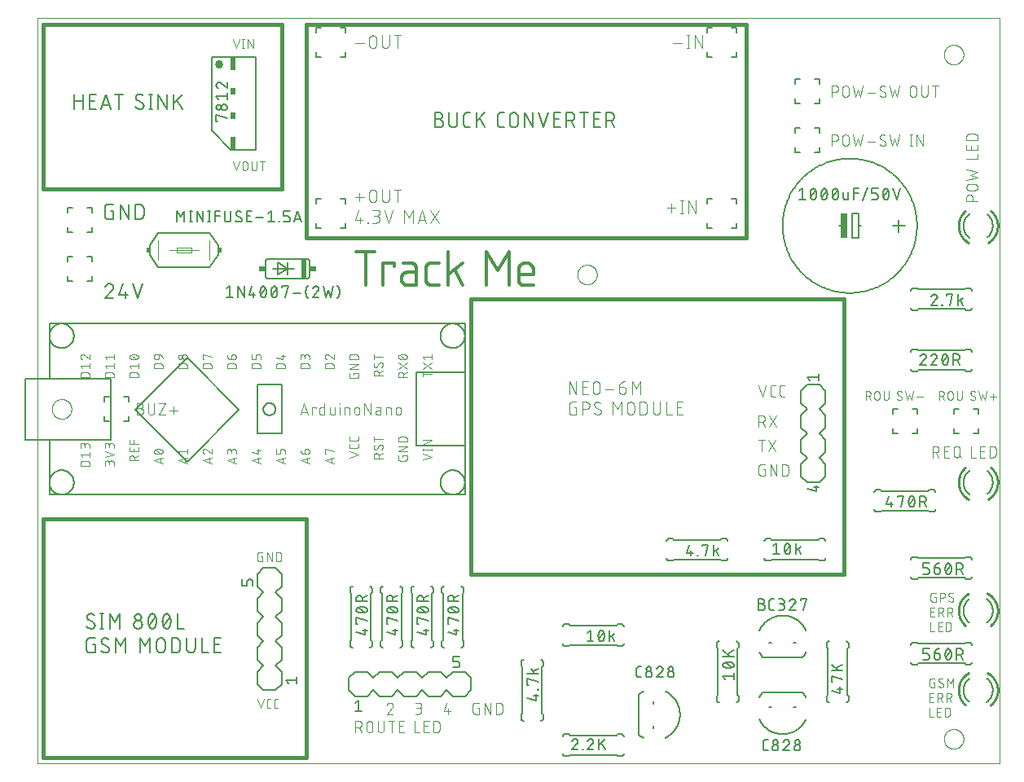
<source format=gto>
G04 EAGLE Gerber X2 export*
%TF.Part,Single*%
%TF.FileFunction,Other,Silk top*%
%TF.FilePolarity,Positive*%
%TF.GenerationSoftware,Autodesk,EAGLE,8.7.0*%
%TF.CreationDate,2019-08-22T10:02:17Z*%
G75*
%MOMM*%
%FSLAX34Y34*%
%LPD*%
%AMOC8*
5,1,8,0,0,1.08239X$1,22.5*%
G01*
%ADD10C,0.000000*%
%ADD11C,0.127000*%
%ADD12C,0.101600*%
%ADD13C,0.076200*%
%ADD14C,0.406400*%
%ADD15C,0.304800*%
%ADD16C,0.152400*%
%ADD17R,0.508000X2.032000*%
%ADD18R,0.635000X0.508000*%
%ADD19C,0.050800*%
%ADD20R,0.355600X0.609600*%
%ADD21C,0.254000*%
%ADD22R,0.635000X2.540000*%
%ADD23C,0.863600*%
%ADD24R,0.508000X1.397000*%
%ADD25R,0.508000X0.762000*%


D10*
X0Y25400D02*
X1000000Y25400D01*
X1000000Y800000D01*
X0Y800000D01*
X0Y25400D01*
X942340Y762000D02*
X942343Y762249D01*
X942352Y762499D01*
X942368Y762747D01*
X942389Y762996D01*
X942416Y763244D01*
X942450Y763491D01*
X942490Y763737D01*
X942535Y763982D01*
X942587Y764226D01*
X942644Y764469D01*
X942708Y764710D01*
X942777Y764949D01*
X942853Y765187D01*
X942934Y765423D01*
X943021Y765657D01*
X943113Y765888D01*
X943212Y766117D01*
X943315Y766344D01*
X943425Y766568D01*
X943540Y766789D01*
X943660Y767008D01*
X943785Y767223D01*
X943916Y767436D01*
X944052Y767645D01*
X944193Y767850D01*
X944339Y768052D01*
X944490Y768251D01*
X944646Y768445D01*
X944807Y768636D01*
X944972Y768823D01*
X945142Y769006D01*
X945316Y769184D01*
X945494Y769358D01*
X945677Y769528D01*
X945864Y769693D01*
X946055Y769854D01*
X946249Y770010D01*
X946448Y770161D01*
X946650Y770307D01*
X946855Y770448D01*
X947064Y770584D01*
X947277Y770715D01*
X947492Y770840D01*
X947711Y770960D01*
X947932Y771075D01*
X948156Y771185D01*
X948383Y771288D01*
X948612Y771387D01*
X948843Y771479D01*
X949077Y771566D01*
X949313Y771647D01*
X949551Y771723D01*
X949790Y771792D01*
X950031Y771856D01*
X950274Y771913D01*
X950518Y771965D01*
X950763Y772010D01*
X951009Y772050D01*
X951256Y772084D01*
X951504Y772111D01*
X951753Y772132D01*
X952001Y772148D01*
X952251Y772157D01*
X952500Y772160D01*
X952749Y772157D01*
X952999Y772148D01*
X953247Y772132D01*
X953496Y772111D01*
X953744Y772084D01*
X953991Y772050D01*
X954237Y772010D01*
X954482Y771965D01*
X954726Y771913D01*
X954969Y771856D01*
X955210Y771792D01*
X955449Y771723D01*
X955687Y771647D01*
X955923Y771566D01*
X956157Y771479D01*
X956388Y771387D01*
X956617Y771288D01*
X956844Y771185D01*
X957068Y771075D01*
X957289Y770960D01*
X957508Y770840D01*
X957723Y770715D01*
X957936Y770584D01*
X958145Y770448D01*
X958350Y770307D01*
X958552Y770161D01*
X958751Y770010D01*
X958945Y769854D01*
X959136Y769693D01*
X959323Y769528D01*
X959506Y769358D01*
X959684Y769184D01*
X959858Y769006D01*
X960028Y768823D01*
X960193Y768636D01*
X960354Y768445D01*
X960510Y768251D01*
X960661Y768052D01*
X960807Y767850D01*
X960948Y767645D01*
X961084Y767436D01*
X961215Y767223D01*
X961340Y767008D01*
X961460Y766789D01*
X961575Y766568D01*
X961685Y766344D01*
X961788Y766117D01*
X961887Y765888D01*
X961979Y765657D01*
X962066Y765423D01*
X962147Y765187D01*
X962223Y764949D01*
X962292Y764710D01*
X962356Y764469D01*
X962413Y764226D01*
X962465Y763982D01*
X962510Y763737D01*
X962550Y763491D01*
X962584Y763244D01*
X962611Y762996D01*
X962632Y762747D01*
X962648Y762499D01*
X962657Y762249D01*
X962660Y762000D01*
X962657Y761751D01*
X962648Y761501D01*
X962632Y761253D01*
X962611Y761004D01*
X962584Y760756D01*
X962550Y760509D01*
X962510Y760263D01*
X962465Y760018D01*
X962413Y759774D01*
X962356Y759531D01*
X962292Y759290D01*
X962223Y759051D01*
X962147Y758813D01*
X962066Y758577D01*
X961979Y758343D01*
X961887Y758112D01*
X961788Y757883D01*
X961685Y757656D01*
X961575Y757432D01*
X961460Y757211D01*
X961340Y756992D01*
X961215Y756777D01*
X961084Y756564D01*
X960948Y756355D01*
X960807Y756150D01*
X960661Y755948D01*
X960510Y755749D01*
X960354Y755555D01*
X960193Y755364D01*
X960028Y755177D01*
X959858Y754994D01*
X959684Y754816D01*
X959506Y754642D01*
X959323Y754472D01*
X959136Y754307D01*
X958945Y754146D01*
X958751Y753990D01*
X958552Y753839D01*
X958350Y753693D01*
X958145Y753552D01*
X957936Y753416D01*
X957723Y753285D01*
X957508Y753160D01*
X957289Y753040D01*
X957068Y752925D01*
X956844Y752815D01*
X956617Y752712D01*
X956388Y752613D01*
X956157Y752521D01*
X955923Y752434D01*
X955687Y752353D01*
X955449Y752277D01*
X955210Y752208D01*
X954969Y752144D01*
X954726Y752087D01*
X954482Y752035D01*
X954237Y751990D01*
X953991Y751950D01*
X953744Y751916D01*
X953496Y751889D01*
X953247Y751868D01*
X952999Y751852D01*
X952749Y751843D01*
X952500Y751840D01*
X952251Y751843D01*
X952001Y751852D01*
X951753Y751868D01*
X951504Y751889D01*
X951256Y751916D01*
X951009Y751950D01*
X950763Y751990D01*
X950518Y752035D01*
X950274Y752087D01*
X950031Y752144D01*
X949790Y752208D01*
X949551Y752277D01*
X949313Y752353D01*
X949077Y752434D01*
X948843Y752521D01*
X948612Y752613D01*
X948383Y752712D01*
X948156Y752815D01*
X947932Y752925D01*
X947711Y753040D01*
X947492Y753160D01*
X947277Y753285D01*
X947064Y753416D01*
X946855Y753552D01*
X946650Y753693D01*
X946448Y753839D01*
X946249Y753990D01*
X946055Y754146D01*
X945864Y754307D01*
X945677Y754472D01*
X945494Y754642D01*
X945316Y754816D01*
X945142Y754994D01*
X944972Y755177D01*
X944807Y755364D01*
X944646Y755555D01*
X944490Y755749D01*
X944339Y755948D01*
X944193Y756150D01*
X944052Y756355D01*
X943916Y756564D01*
X943785Y756777D01*
X943660Y756992D01*
X943540Y757211D01*
X943425Y757432D01*
X943315Y757656D01*
X943212Y757883D01*
X943113Y758112D01*
X943021Y758343D01*
X942934Y758577D01*
X942853Y758813D01*
X942777Y759051D01*
X942708Y759290D01*
X942644Y759531D01*
X942587Y759774D01*
X942535Y760018D01*
X942490Y760263D01*
X942450Y760509D01*
X942416Y760756D01*
X942389Y761004D01*
X942368Y761253D01*
X942352Y761501D01*
X942343Y761751D01*
X942340Y762000D01*
X15240Y393700D02*
X15243Y393949D01*
X15252Y394199D01*
X15268Y394447D01*
X15289Y394696D01*
X15316Y394944D01*
X15350Y395191D01*
X15390Y395437D01*
X15435Y395682D01*
X15487Y395926D01*
X15544Y396169D01*
X15608Y396410D01*
X15677Y396649D01*
X15753Y396887D01*
X15834Y397123D01*
X15921Y397357D01*
X16013Y397588D01*
X16112Y397817D01*
X16215Y398044D01*
X16325Y398268D01*
X16440Y398489D01*
X16560Y398708D01*
X16685Y398923D01*
X16816Y399136D01*
X16952Y399345D01*
X17093Y399550D01*
X17239Y399752D01*
X17390Y399951D01*
X17546Y400145D01*
X17707Y400336D01*
X17872Y400523D01*
X18042Y400706D01*
X18216Y400884D01*
X18394Y401058D01*
X18577Y401228D01*
X18764Y401393D01*
X18955Y401554D01*
X19149Y401710D01*
X19348Y401861D01*
X19550Y402007D01*
X19755Y402148D01*
X19964Y402284D01*
X20177Y402415D01*
X20392Y402540D01*
X20611Y402660D01*
X20832Y402775D01*
X21056Y402885D01*
X21283Y402988D01*
X21512Y403087D01*
X21743Y403179D01*
X21977Y403266D01*
X22213Y403347D01*
X22451Y403423D01*
X22690Y403492D01*
X22931Y403556D01*
X23174Y403613D01*
X23418Y403665D01*
X23663Y403710D01*
X23909Y403750D01*
X24156Y403784D01*
X24404Y403811D01*
X24653Y403832D01*
X24901Y403848D01*
X25151Y403857D01*
X25400Y403860D01*
X25649Y403857D01*
X25899Y403848D01*
X26147Y403832D01*
X26396Y403811D01*
X26644Y403784D01*
X26891Y403750D01*
X27137Y403710D01*
X27382Y403665D01*
X27626Y403613D01*
X27869Y403556D01*
X28110Y403492D01*
X28349Y403423D01*
X28587Y403347D01*
X28823Y403266D01*
X29057Y403179D01*
X29288Y403087D01*
X29517Y402988D01*
X29744Y402885D01*
X29968Y402775D01*
X30189Y402660D01*
X30408Y402540D01*
X30623Y402415D01*
X30836Y402284D01*
X31045Y402148D01*
X31250Y402007D01*
X31452Y401861D01*
X31651Y401710D01*
X31845Y401554D01*
X32036Y401393D01*
X32223Y401228D01*
X32406Y401058D01*
X32584Y400884D01*
X32758Y400706D01*
X32928Y400523D01*
X33093Y400336D01*
X33254Y400145D01*
X33410Y399951D01*
X33561Y399752D01*
X33707Y399550D01*
X33848Y399345D01*
X33984Y399136D01*
X34115Y398923D01*
X34240Y398708D01*
X34360Y398489D01*
X34475Y398268D01*
X34585Y398044D01*
X34688Y397817D01*
X34787Y397588D01*
X34879Y397357D01*
X34966Y397123D01*
X35047Y396887D01*
X35123Y396649D01*
X35192Y396410D01*
X35256Y396169D01*
X35313Y395926D01*
X35365Y395682D01*
X35410Y395437D01*
X35450Y395191D01*
X35484Y394944D01*
X35511Y394696D01*
X35532Y394447D01*
X35548Y394199D01*
X35557Y393949D01*
X35560Y393700D01*
X35557Y393451D01*
X35548Y393201D01*
X35532Y392953D01*
X35511Y392704D01*
X35484Y392456D01*
X35450Y392209D01*
X35410Y391963D01*
X35365Y391718D01*
X35313Y391474D01*
X35256Y391231D01*
X35192Y390990D01*
X35123Y390751D01*
X35047Y390513D01*
X34966Y390277D01*
X34879Y390043D01*
X34787Y389812D01*
X34688Y389583D01*
X34585Y389356D01*
X34475Y389132D01*
X34360Y388911D01*
X34240Y388692D01*
X34115Y388477D01*
X33984Y388264D01*
X33848Y388055D01*
X33707Y387850D01*
X33561Y387648D01*
X33410Y387449D01*
X33254Y387255D01*
X33093Y387064D01*
X32928Y386877D01*
X32758Y386694D01*
X32584Y386516D01*
X32406Y386342D01*
X32223Y386172D01*
X32036Y386007D01*
X31845Y385846D01*
X31651Y385690D01*
X31452Y385539D01*
X31250Y385393D01*
X31045Y385252D01*
X30836Y385116D01*
X30623Y384985D01*
X30408Y384860D01*
X30189Y384740D01*
X29968Y384625D01*
X29744Y384515D01*
X29517Y384412D01*
X29288Y384313D01*
X29057Y384221D01*
X28823Y384134D01*
X28587Y384053D01*
X28349Y383977D01*
X28110Y383908D01*
X27869Y383844D01*
X27626Y383787D01*
X27382Y383735D01*
X27137Y383690D01*
X26891Y383650D01*
X26644Y383616D01*
X26396Y383589D01*
X26147Y383568D01*
X25899Y383552D01*
X25649Y383543D01*
X25400Y383540D01*
X25151Y383543D01*
X24901Y383552D01*
X24653Y383568D01*
X24404Y383589D01*
X24156Y383616D01*
X23909Y383650D01*
X23663Y383690D01*
X23418Y383735D01*
X23174Y383787D01*
X22931Y383844D01*
X22690Y383908D01*
X22451Y383977D01*
X22213Y384053D01*
X21977Y384134D01*
X21743Y384221D01*
X21512Y384313D01*
X21283Y384412D01*
X21056Y384515D01*
X20832Y384625D01*
X20611Y384740D01*
X20392Y384860D01*
X20177Y384985D01*
X19964Y385116D01*
X19755Y385252D01*
X19550Y385393D01*
X19348Y385539D01*
X19149Y385690D01*
X18955Y385846D01*
X18764Y386007D01*
X18577Y386172D01*
X18394Y386342D01*
X18216Y386516D01*
X18042Y386694D01*
X17872Y386877D01*
X17707Y387064D01*
X17546Y387255D01*
X17390Y387449D01*
X17239Y387648D01*
X17093Y387850D01*
X16952Y388055D01*
X16816Y388264D01*
X16685Y388477D01*
X16560Y388692D01*
X16440Y388911D01*
X16325Y389132D01*
X16215Y389356D01*
X16112Y389583D01*
X16013Y389812D01*
X15921Y390043D01*
X15834Y390277D01*
X15753Y390513D01*
X15677Y390751D01*
X15608Y390990D01*
X15544Y391231D01*
X15487Y391474D01*
X15435Y391718D01*
X15390Y391963D01*
X15350Y392209D01*
X15316Y392456D01*
X15289Y392704D01*
X15268Y392953D01*
X15252Y393201D01*
X15243Y393451D01*
X15240Y393700D01*
X942340Y50800D02*
X942343Y51049D01*
X942352Y51299D01*
X942368Y51547D01*
X942389Y51796D01*
X942416Y52044D01*
X942450Y52291D01*
X942490Y52537D01*
X942535Y52782D01*
X942587Y53026D01*
X942644Y53269D01*
X942708Y53510D01*
X942777Y53749D01*
X942853Y53987D01*
X942934Y54223D01*
X943021Y54457D01*
X943113Y54688D01*
X943212Y54917D01*
X943315Y55144D01*
X943425Y55368D01*
X943540Y55589D01*
X943660Y55808D01*
X943785Y56023D01*
X943916Y56236D01*
X944052Y56445D01*
X944193Y56650D01*
X944339Y56852D01*
X944490Y57051D01*
X944646Y57245D01*
X944807Y57436D01*
X944972Y57623D01*
X945142Y57806D01*
X945316Y57984D01*
X945494Y58158D01*
X945677Y58328D01*
X945864Y58493D01*
X946055Y58654D01*
X946249Y58810D01*
X946448Y58961D01*
X946650Y59107D01*
X946855Y59248D01*
X947064Y59384D01*
X947277Y59515D01*
X947492Y59640D01*
X947711Y59760D01*
X947932Y59875D01*
X948156Y59985D01*
X948383Y60088D01*
X948612Y60187D01*
X948843Y60279D01*
X949077Y60366D01*
X949313Y60447D01*
X949551Y60523D01*
X949790Y60592D01*
X950031Y60656D01*
X950274Y60713D01*
X950518Y60765D01*
X950763Y60810D01*
X951009Y60850D01*
X951256Y60884D01*
X951504Y60911D01*
X951753Y60932D01*
X952001Y60948D01*
X952251Y60957D01*
X952500Y60960D01*
X952749Y60957D01*
X952999Y60948D01*
X953247Y60932D01*
X953496Y60911D01*
X953744Y60884D01*
X953991Y60850D01*
X954237Y60810D01*
X954482Y60765D01*
X954726Y60713D01*
X954969Y60656D01*
X955210Y60592D01*
X955449Y60523D01*
X955687Y60447D01*
X955923Y60366D01*
X956157Y60279D01*
X956388Y60187D01*
X956617Y60088D01*
X956844Y59985D01*
X957068Y59875D01*
X957289Y59760D01*
X957508Y59640D01*
X957723Y59515D01*
X957936Y59384D01*
X958145Y59248D01*
X958350Y59107D01*
X958552Y58961D01*
X958751Y58810D01*
X958945Y58654D01*
X959136Y58493D01*
X959323Y58328D01*
X959506Y58158D01*
X959684Y57984D01*
X959858Y57806D01*
X960028Y57623D01*
X960193Y57436D01*
X960354Y57245D01*
X960510Y57051D01*
X960661Y56852D01*
X960807Y56650D01*
X960948Y56445D01*
X961084Y56236D01*
X961215Y56023D01*
X961340Y55808D01*
X961460Y55589D01*
X961575Y55368D01*
X961685Y55144D01*
X961788Y54917D01*
X961887Y54688D01*
X961979Y54457D01*
X962066Y54223D01*
X962147Y53987D01*
X962223Y53749D01*
X962292Y53510D01*
X962356Y53269D01*
X962413Y53026D01*
X962465Y52782D01*
X962510Y52537D01*
X962550Y52291D01*
X962584Y52044D01*
X962611Y51796D01*
X962632Y51547D01*
X962648Y51299D01*
X962657Y51049D01*
X962660Y50800D01*
X962657Y50551D01*
X962648Y50301D01*
X962632Y50053D01*
X962611Y49804D01*
X962584Y49556D01*
X962550Y49309D01*
X962510Y49063D01*
X962465Y48818D01*
X962413Y48574D01*
X962356Y48331D01*
X962292Y48090D01*
X962223Y47851D01*
X962147Y47613D01*
X962066Y47377D01*
X961979Y47143D01*
X961887Y46912D01*
X961788Y46683D01*
X961685Y46456D01*
X961575Y46232D01*
X961460Y46011D01*
X961340Y45792D01*
X961215Y45577D01*
X961084Y45364D01*
X960948Y45155D01*
X960807Y44950D01*
X960661Y44748D01*
X960510Y44549D01*
X960354Y44355D01*
X960193Y44164D01*
X960028Y43977D01*
X959858Y43794D01*
X959684Y43616D01*
X959506Y43442D01*
X959323Y43272D01*
X959136Y43107D01*
X958945Y42946D01*
X958751Y42790D01*
X958552Y42639D01*
X958350Y42493D01*
X958145Y42352D01*
X957936Y42216D01*
X957723Y42085D01*
X957508Y41960D01*
X957289Y41840D01*
X957068Y41725D01*
X956844Y41615D01*
X956617Y41512D01*
X956388Y41413D01*
X956157Y41321D01*
X955923Y41234D01*
X955687Y41153D01*
X955449Y41077D01*
X955210Y41008D01*
X954969Y40944D01*
X954726Y40887D01*
X954482Y40835D01*
X954237Y40790D01*
X953991Y40750D01*
X953744Y40716D01*
X953496Y40689D01*
X953247Y40668D01*
X952999Y40652D01*
X952749Y40643D01*
X952500Y40640D01*
X952251Y40643D01*
X952001Y40652D01*
X951753Y40668D01*
X951504Y40689D01*
X951256Y40716D01*
X951009Y40750D01*
X950763Y40790D01*
X950518Y40835D01*
X950274Y40887D01*
X950031Y40944D01*
X949790Y41008D01*
X949551Y41077D01*
X949313Y41153D01*
X949077Y41234D01*
X948843Y41321D01*
X948612Y41413D01*
X948383Y41512D01*
X948156Y41615D01*
X947932Y41725D01*
X947711Y41840D01*
X947492Y41960D01*
X947277Y42085D01*
X947064Y42216D01*
X946855Y42352D01*
X946650Y42493D01*
X946448Y42639D01*
X946249Y42790D01*
X946055Y42946D01*
X945864Y43107D01*
X945677Y43272D01*
X945494Y43442D01*
X945316Y43616D01*
X945142Y43794D01*
X944972Y43977D01*
X944807Y44164D01*
X944646Y44355D01*
X944490Y44549D01*
X944339Y44748D01*
X944193Y44950D01*
X944052Y45155D01*
X943916Y45364D01*
X943785Y45577D01*
X943660Y45792D01*
X943540Y46011D01*
X943425Y46232D01*
X943315Y46456D01*
X943212Y46683D01*
X943113Y46912D01*
X943021Y47143D01*
X942934Y47377D01*
X942853Y47613D01*
X942777Y47851D01*
X942708Y48090D01*
X942644Y48331D01*
X942587Y48574D01*
X942535Y48818D01*
X942490Y49063D01*
X942450Y49309D01*
X942416Y49556D01*
X942389Y49804D01*
X942368Y50053D01*
X942352Y50301D01*
X942343Y50551D01*
X942340Y50800D01*
X561340Y533400D02*
X561343Y533649D01*
X561352Y533899D01*
X561368Y534147D01*
X561389Y534396D01*
X561416Y534644D01*
X561450Y534891D01*
X561490Y535137D01*
X561535Y535382D01*
X561587Y535626D01*
X561644Y535869D01*
X561708Y536110D01*
X561777Y536349D01*
X561853Y536587D01*
X561934Y536823D01*
X562021Y537057D01*
X562113Y537288D01*
X562212Y537517D01*
X562315Y537744D01*
X562425Y537968D01*
X562540Y538189D01*
X562660Y538408D01*
X562785Y538623D01*
X562916Y538836D01*
X563052Y539045D01*
X563193Y539250D01*
X563339Y539452D01*
X563490Y539651D01*
X563646Y539845D01*
X563807Y540036D01*
X563972Y540223D01*
X564142Y540406D01*
X564316Y540584D01*
X564494Y540758D01*
X564677Y540928D01*
X564864Y541093D01*
X565055Y541254D01*
X565249Y541410D01*
X565448Y541561D01*
X565650Y541707D01*
X565855Y541848D01*
X566064Y541984D01*
X566277Y542115D01*
X566492Y542240D01*
X566711Y542360D01*
X566932Y542475D01*
X567156Y542585D01*
X567383Y542688D01*
X567612Y542787D01*
X567843Y542879D01*
X568077Y542966D01*
X568313Y543047D01*
X568551Y543123D01*
X568790Y543192D01*
X569031Y543256D01*
X569274Y543313D01*
X569518Y543365D01*
X569763Y543410D01*
X570009Y543450D01*
X570256Y543484D01*
X570504Y543511D01*
X570753Y543532D01*
X571001Y543548D01*
X571251Y543557D01*
X571500Y543560D01*
X571749Y543557D01*
X571999Y543548D01*
X572247Y543532D01*
X572496Y543511D01*
X572744Y543484D01*
X572991Y543450D01*
X573237Y543410D01*
X573482Y543365D01*
X573726Y543313D01*
X573969Y543256D01*
X574210Y543192D01*
X574449Y543123D01*
X574687Y543047D01*
X574923Y542966D01*
X575157Y542879D01*
X575388Y542787D01*
X575617Y542688D01*
X575844Y542585D01*
X576068Y542475D01*
X576289Y542360D01*
X576508Y542240D01*
X576723Y542115D01*
X576936Y541984D01*
X577145Y541848D01*
X577350Y541707D01*
X577552Y541561D01*
X577751Y541410D01*
X577945Y541254D01*
X578136Y541093D01*
X578323Y540928D01*
X578506Y540758D01*
X578684Y540584D01*
X578858Y540406D01*
X579028Y540223D01*
X579193Y540036D01*
X579354Y539845D01*
X579510Y539651D01*
X579661Y539452D01*
X579807Y539250D01*
X579948Y539045D01*
X580084Y538836D01*
X580215Y538623D01*
X580340Y538408D01*
X580460Y538189D01*
X580575Y537968D01*
X580685Y537744D01*
X580788Y537517D01*
X580887Y537288D01*
X580979Y537057D01*
X581066Y536823D01*
X581147Y536587D01*
X581223Y536349D01*
X581292Y536110D01*
X581356Y535869D01*
X581413Y535626D01*
X581465Y535382D01*
X581510Y535137D01*
X581550Y534891D01*
X581584Y534644D01*
X581611Y534396D01*
X581632Y534147D01*
X581648Y533899D01*
X581657Y533649D01*
X581660Y533400D01*
X581657Y533151D01*
X581648Y532901D01*
X581632Y532653D01*
X581611Y532404D01*
X581584Y532156D01*
X581550Y531909D01*
X581510Y531663D01*
X581465Y531418D01*
X581413Y531174D01*
X581356Y530931D01*
X581292Y530690D01*
X581223Y530451D01*
X581147Y530213D01*
X581066Y529977D01*
X580979Y529743D01*
X580887Y529512D01*
X580788Y529283D01*
X580685Y529056D01*
X580575Y528832D01*
X580460Y528611D01*
X580340Y528392D01*
X580215Y528177D01*
X580084Y527964D01*
X579948Y527755D01*
X579807Y527550D01*
X579661Y527348D01*
X579510Y527149D01*
X579354Y526955D01*
X579193Y526764D01*
X579028Y526577D01*
X578858Y526394D01*
X578684Y526216D01*
X578506Y526042D01*
X578323Y525872D01*
X578136Y525707D01*
X577945Y525546D01*
X577751Y525390D01*
X577552Y525239D01*
X577350Y525093D01*
X577145Y524952D01*
X576936Y524816D01*
X576723Y524685D01*
X576508Y524560D01*
X576289Y524440D01*
X576068Y524325D01*
X575844Y524215D01*
X575617Y524112D01*
X575388Y524013D01*
X575157Y523921D01*
X574923Y523834D01*
X574687Y523753D01*
X574449Y523677D01*
X574210Y523608D01*
X573969Y523544D01*
X573726Y523487D01*
X573482Y523435D01*
X573237Y523390D01*
X572991Y523350D01*
X572744Y523316D01*
X572496Y523289D01*
X572247Y523268D01*
X571999Y523252D01*
X571749Y523243D01*
X571500Y523240D01*
X571251Y523243D01*
X571001Y523252D01*
X570753Y523268D01*
X570504Y523289D01*
X570256Y523316D01*
X570009Y523350D01*
X569763Y523390D01*
X569518Y523435D01*
X569274Y523487D01*
X569031Y523544D01*
X568790Y523608D01*
X568551Y523677D01*
X568313Y523753D01*
X568077Y523834D01*
X567843Y523921D01*
X567612Y524013D01*
X567383Y524112D01*
X567156Y524215D01*
X566932Y524325D01*
X566711Y524440D01*
X566492Y524560D01*
X566277Y524685D01*
X566064Y524816D01*
X565855Y524952D01*
X565650Y525093D01*
X565448Y525239D01*
X565249Y525390D01*
X565055Y525546D01*
X564864Y525707D01*
X564677Y525872D01*
X564494Y526042D01*
X564316Y526216D01*
X564142Y526394D01*
X563972Y526577D01*
X563807Y526764D01*
X563646Y526955D01*
X563490Y527149D01*
X563339Y527348D01*
X563193Y527550D01*
X563052Y527755D01*
X562916Y527964D01*
X562785Y528177D01*
X562660Y528392D01*
X562540Y528611D01*
X562425Y528832D01*
X562315Y529056D01*
X562212Y529283D01*
X562113Y529512D01*
X562021Y529743D01*
X561934Y529977D01*
X561853Y530213D01*
X561777Y530451D01*
X561708Y530690D01*
X561644Y530931D01*
X561587Y531174D01*
X561535Y531418D01*
X561490Y531663D01*
X561450Y531909D01*
X561416Y532156D01*
X561389Y532404D01*
X561368Y532653D01*
X561352Y532901D01*
X561343Y533151D01*
X561340Y533400D01*
D11*
X60043Y168924D02*
X60041Y168809D01*
X60035Y168694D01*
X60026Y168579D01*
X60012Y168465D01*
X59995Y168351D01*
X59974Y168238D01*
X59949Y168126D01*
X59921Y168014D01*
X59888Y167904D01*
X59852Y167795D01*
X59813Y167687D01*
X59770Y167580D01*
X59723Y167475D01*
X59673Y167371D01*
X59619Y167269D01*
X59562Y167169D01*
X59502Y167071D01*
X59439Y166975D01*
X59372Y166882D01*
X59302Y166790D01*
X59229Y166701D01*
X59154Y166614D01*
X59075Y166530D01*
X58994Y166449D01*
X58910Y166371D01*
X58823Y166295D01*
X58734Y166222D01*
X58642Y166152D01*
X58549Y166085D01*
X58453Y166022D01*
X58355Y165962D01*
X58255Y165905D01*
X58153Y165851D01*
X58049Y165801D01*
X57944Y165754D01*
X57837Y165711D01*
X57729Y165672D01*
X57620Y165636D01*
X57510Y165603D01*
X57398Y165575D01*
X57286Y165550D01*
X57173Y165529D01*
X57059Y165512D01*
X56945Y165498D01*
X56830Y165489D01*
X56715Y165483D01*
X56600Y165481D01*
X56426Y165483D01*
X56252Y165489D01*
X56078Y165500D01*
X55905Y165514D01*
X55732Y165533D01*
X55560Y165556D01*
X55388Y165583D01*
X55216Y165614D01*
X55046Y165649D01*
X54876Y165688D01*
X54708Y165731D01*
X54540Y165779D01*
X54374Y165830D01*
X54209Y165885D01*
X54045Y165944D01*
X53883Y166007D01*
X53723Y166074D01*
X53564Y166145D01*
X53406Y166220D01*
X53251Y166298D01*
X53097Y166380D01*
X52946Y166466D01*
X52797Y166555D01*
X52649Y166648D01*
X52504Y166744D01*
X52362Y166844D01*
X52222Y166947D01*
X52084Y167053D01*
X51949Y167163D01*
X51816Y167276D01*
X51687Y167392D01*
X51560Y167511D01*
X51436Y167633D01*
X51866Y177532D02*
X51868Y177647D01*
X51874Y177762D01*
X51883Y177877D01*
X51897Y177991D01*
X51914Y178105D01*
X51935Y178218D01*
X51960Y178330D01*
X51988Y178442D01*
X52021Y178552D01*
X52057Y178661D01*
X52096Y178769D01*
X52139Y178876D01*
X52186Y178981D01*
X52236Y179085D01*
X52290Y179187D01*
X52347Y179287D01*
X52407Y179385D01*
X52470Y179481D01*
X52537Y179574D01*
X52607Y179666D01*
X52680Y179755D01*
X52755Y179842D01*
X52834Y179926D01*
X52915Y180007D01*
X52999Y180086D01*
X53086Y180161D01*
X53175Y180234D01*
X53267Y180304D01*
X53360Y180371D01*
X53456Y180434D01*
X53554Y180494D01*
X53654Y180551D01*
X53756Y180605D01*
X53860Y180655D01*
X53965Y180702D01*
X54072Y180745D01*
X54180Y180784D01*
X54289Y180820D01*
X54399Y180853D01*
X54511Y180881D01*
X54623Y180906D01*
X54736Y180927D01*
X54850Y180944D01*
X54964Y180958D01*
X55079Y180967D01*
X55194Y180973D01*
X55309Y180975D01*
X55469Y180973D01*
X55628Y180967D01*
X55788Y180957D01*
X55947Y180943D01*
X56106Y180926D01*
X56264Y180904D01*
X56422Y180878D01*
X56579Y180849D01*
X56735Y180815D01*
X56891Y180778D01*
X57045Y180737D01*
X57198Y180692D01*
X57351Y180644D01*
X57502Y180591D01*
X57651Y180535D01*
X57799Y180475D01*
X57946Y180412D01*
X58091Y180345D01*
X58234Y180274D01*
X58376Y180200D01*
X58516Y180122D01*
X58653Y180041D01*
X58789Y179957D01*
X58922Y179869D01*
X59054Y179778D01*
X59183Y179684D01*
X53587Y174519D02*
X53487Y174580D01*
X53389Y174645D01*
X53293Y174712D01*
X53200Y174783D01*
X53109Y174857D01*
X53021Y174934D01*
X52935Y175014D01*
X52852Y175097D01*
X52772Y175182D01*
X52695Y175270D01*
X52621Y175361D01*
X52550Y175454D01*
X52481Y175549D01*
X52417Y175647D01*
X52355Y175746D01*
X52297Y175848D01*
X52242Y175952D01*
X52191Y176057D01*
X52144Y176164D01*
X52100Y176273D01*
X52059Y176383D01*
X52023Y176494D01*
X51990Y176606D01*
X51961Y176720D01*
X51935Y176834D01*
X51914Y176949D01*
X51896Y177065D01*
X51883Y177181D01*
X51873Y177298D01*
X51867Y177415D01*
X51865Y177532D01*
X58321Y171937D02*
X58421Y171876D01*
X58519Y171811D01*
X58615Y171744D01*
X58708Y171673D01*
X58799Y171599D01*
X58887Y171522D01*
X58973Y171442D01*
X59056Y171359D01*
X59136Y171274D01*
X59213Y171186D01*
X59287Y171095D01*
X59358Y171002D01*
X59427Y170907D01*
X59491Y170809D01*
X59553Y170710D01*
X59611Y170608D01*
X59666Y170504D01*
X59717Y170399D01*
X59764Y170292D01*
X59808Y170183D01*
X59849Y170073D01*
X59885Y169962D01*
X59918Y169850D01*
X59947Y169736D01*
X59973Y169622D01*
X59994Y169507D01*
X60012Y169391D01*
X60025Y169275D01*
X60035Y169158D01*
X60041Y169041D01*
X60043Y168924D01*
X58321Y171937D02*
X53587Y174519D01*
X67136Y180975D02*
X67136Y165481D01*
X65414Y165481D02*
X68858Y165481D01*
X68858Y180975D02*
X65414Y180975D01*
X75351Y180975D02*
X75351Y165481D01*
X80515Y172367D02*
X75351Y180975D01*
X80515Y172367D02*
X85680Y180975D01*
X85680Y165481D01*
X100492Y169785D02*
X100494Y169915D01*
X100500Y170045D01*
X100510Y170175D01*
X100523Y170304D01*
X100541Y170433D01*
X100562Y170561D01*
X100588Y170688D01*
X100617Y170815D01*
X100650Y170941D01*
X100687Y171065D01*
X100727Y171189D01*
X100772Y171311D01*
X100820Y171432D01*
X100871Y171551D01*
X100926Y171669D01*
X100985Y171785D01*
X101047Y171899D01*
X101113Y172012D01*
X101182Y172122D01*
X101254Y172230D01*
X101329Y172336D01*
X101408Y172439D01*
X101490Y172540D01*
X101574Y172639D01*
X101662Y172735D01*
X101753Y172828D01*
X101846Y172919D01*
X101942Y173007D01*
X102041Y173091D01*
X102142Y173173D01*
X102245Y173252D01*
X102351Y173327D01*
X102459Y173399D01*
X102569Y173468D01*
X102682Y173534D01*
X102796Y173596D01*
X102912Y173655D01*
X103030Y173710D01*
X103149Y173761D01*
X103270Y173809D01*
X103392Y173854D01*
X103516Y173894D01*
X103640Y173931D01*
X103766Y173964D01*
X103893Y173993D01*
X104020Y174019D01*
X104148Y174040D01*
X104277Y174058D01*
X104406Y174071D01*
X104536Y174081D01*
X104666Y174087D01*
X104796Y174089D01*
X104926Y174087D01*
X105056Y174081D01*
X105186Y174071D01*
X105315Y174058D01*
X105444Y174040D01*
X105572Y174019D01*
X105699Y173993D01*
X105826Y173964D01*
X105952Y173931D01*
X106076Y173894D01*
X106200Y173854D01*
X106322Y173809D01*
X106443Y173761D01*
X106562Y173710D01*
X106680Y173655D01*
X106796Y173596D01*
X106910Y173534D01*
X107023Y173468D01*
X107133Y173399D01*
X107241Y173327D01*
X107347Y173252D01*
X107450Y173173D01*
X107551Y173091D01*
X107650Y173007D01*
X107746Y172919D01*
X107839Y172828D01*
X107930Y172735D01*
X108018Y172639D01*
X108102Y172540D01*
X108184Y172439D01*
X108263Y172336D01*
X108338Y172230D01*
X108410Y172122D01*
X108479Y172012D01*
X108545Y171899D01*
X108607Y171785D01*
X108666Y171669D01*
X108721Y171551D01*
X108772Y171432D01*
X108820Y171311D01*
X108865Y171189D01*
X108905Y171065D01*
X108942Y170941D01*
X108975Y170815D01*
X109004Y170688D01*
X109030Y170561D01*
X109051Y170433D01*
X109069Y170304D01*
X109082Y170175D01*
X109092Y170045D01*
X109098Y169915D01*
X109100Y169785D01*
X109098Y169655D01*
X109092Y169525D01*
X109082Y169395D01*
X109069Y169266D01*
X109051Y169137D01*
X109030Y169009D01*
X109004Y168882D01*
X108975Y168755D01*
X108942Y168629D01*
X108905Y168505D01*
X108865Y168381D01*
X108820Y168259D01*
X108772Y168138D01*
X108721Y168019D01*
X108666Y167901D01*
X108607Y167785D01*
X108545Y167671D01*
X108479Y167558D01*
X108410Y167448D01*
X108338Y167340D01*
X108263Y167234D01*
X108184Y167131D01*
X108102Y167030D01*
X108018Y166931D01*
X107930Y166835D01*
X107839Y166742D01*
X107746Y166651D01*
X107650Y166563D01*
X107551Y166479D01*
X107450Y166397D01*
X107347Y166318D01*
X107241Y166243D01*
X107133Y166171D01*
X107023Y166102D01*
X106910Y166036D01*
X106796Y165974D01*
X106680Y165915D01*
X106562Y165860D01*
X106443Y165809D01*
X106322Y165761D01*
X106200Y165716D01*
X106076Y165676D01*
X105952Y165639D01*
X105826Y165606D01*
X105699Y165577D01*
X105572Y165551D01*
X105444Y165530D01*
X105315Y165512D01*
X105186Y165499D01*
X105056Y165489D01*
X104926Y165483D01*
X104796Y165481D01*
X104666Y165483D01*
X104536Y165489D01*
X104406Y165499D01*
X104277Y165512D01*
X104148Y165530D01*
X104020Y165551D01*
X103893Y165577D01*
X103766Y165606D01*
X103640Y165639D01*
X103516Y165676D01*
X103392Y165716D01*
X103270Y165761D01*
X103149Y165809D01*
X103030Y165860D01*
X102912Y165915D01*
X102796Y165974D01*
X102682Y166036D01*
X102569Y166102D01*
X102459Y166171D01*
X102351Y166243D01*
X102245Y166318D01*
X102142Y166397D01*
X102041Y166479D01*
X101942Y166563D01*
X101846Y166651D01*
X101753Y166742D01*
X101662Y166835D01*
X101574Y166931D01*
X101490Y167030D01*
X101408Y167131D01*
X101329Y167234D01*
X101254Y167340D01*
X101182Y167448D01*
X101113Y167558D01*
X101047Y167671D01*
X100985Y167785D01*
X100926Y167901D01*
X100871Y168019D01*
X100820Y168138D01*
X100772Y168259D01*
X100727Y168381D01*
X100687Y168505D01*
X100650Y168629D01*
X100617Y168755D01*
X100588Y168882D01*
X100562Y169009D01*
X100541Y169137D01*
X100523Y169266D01*
X100510Y169395D01*
X100500Y169525D01*
X100494Y169655D01*
X100492Y169785D01*
X101353Y177532D02*
X101355Y177648D01*
X101361Y177764D01*
X101371Y177880D01*
X101384Y177996D01*
X101402Y178111D01*
X101423Y178225D01*
X101449Y178339D01*
X101478Y178451D01*
X101511Y178563D01*
X101548Y178673D01*
X101588Y178782D01*
X101632Y178890D01*
X101680Y178996D01*
X101731Y179100D01*
X101786Y179203D01*
X101844Y179304D01*
X101905Y179402D01*
X101970Y179499D01*
X102038Y179593D01*
X102109Y179685D01*
X102184Y179775D01*
X102261Y179862D01*
X102341Y179946D01*
X102424Y180027D01*
X102510Y180106D01*
X102598Y180182D01*
X102689Y180255D01*
X102782Y180324D01*
X102877Y180391D01*
X102975Y180454D01*
X103075Y180514D01*
X103176Y180570D01*
X103280Y180623D01*
X103385Y180673D01*
X103492Y180718D01*
X103600Y180761D01*
X103710Y180799D01*
X103821Y180834D01*
X103933Y180865D01*
X104046Y180892D01*
X104160Y180916D01*
X104275Y180935D01*
X104390Y180951D01*
X104506Y180963D01*
X104622Y180971D01*
X104738Y180975D01*
X104854Y180975D01*
X104970Y180971D01*
X105086Y180963D01*
X105202Y180951D01*
X105317Y180935D01*
X105432Y180916D01*
X105546Y180892D01*
X105659Y180865D01*
X105771Y180834D01*
X105882Y180799D01*
X105992Y180761D01*
X106100Y180718D01*
X106207Y180673D01*
X106312Y180623D01*
X106416Y180570D01*
X106518Y180514D01*
X106617Y180454D01*
X106715Y180391D01*
X106810Y180324D01*
X106903Y180255D01*
X106994Y180182D01*
X107082Y180106D01*
X107168Y180027D01*
X107251Y179946D01*
X107331Y179862D01*
X107408Y179775D01*
X107483Y179685D01*
X107554Y179593D01*
X107622Y179499D01*
X107687Y179402D01*
X107748Y179304D01*
X107806Y179203D01*
X107861Y179100D01*
X107912Y178996D01*
X107960Y178890D01*
X108004Y178782D01*
X108044Y178673D01*
X108081Y178563D01*
X108114Y178451D01*
X108143Y178339D01*
X108169Y178225D01*
X108190Y178111D01*
X108208Y177996D01*
X108221Y177880D01*
X108231Y177764D01*
X108237Y177648D01*
X108239Y177532D01*
X108237Y177416D01*
X108231Y177300D01*
X108221Y177184D01*
X108208Y177068D01*
X108190Y176953D01*
X108169Y176839D01*
X108143Y176725D01*
X108114Y176613D01*
X108081Y176501D01*
X108044Y176391D01*
X108004Y176282D01*
X107960Y176174D01*
X107912Y176068D01*
X107861Y175964D01*
X107806Y175861D01*
X107748Y175760D01*
X107687Y175662D01*
X107622Y175565D01*
X107554Y175471D01*
X107483Y175379D01*
X107408Y175289D01*
X107331Y175202D01*
X107251Y175118D01*
X107168Y175037D01*
X107082Y174958D01*
X106994Y174882D01*
X106903Y174809D01*
X106810Y174740D01*
X106715Y174673D01*
X106617Y174610D01*
X106517Y174550D01*
X106416Y174494D01*
X106312Y174441D01*
X106207Y174391D01*
X106100Y174346D01*
X105992Y174303D01*
X105882Y174265D01*
X105771Y174230D01*
X105659Y174199D01*
X105546Y174172D01*
X105432Y174148D01*
X105317Y174129D01*
X105202Y174113D01*
X105086Y174101D01*
X104970Y174093D01*
X104854Y174089D01*
X104738Y174089D01*
X104622Y174093D01*
X104506Y174101D01*
X104390Y174113D01*
X104275Y174129D01*
X104160Y174148D01*
X104046Y174172D01*
X103933Y174199D01*
X103821Y174230D01*
X103710Y174265D01*
X103600Y174303D01*
X103492Y174346D01*
X103385Y174391D01*
X103280Y174441D01*
X103176Y174494D01*
X103074Y174550D01*
X102975Y174610D01*
X102877Y174673D01*
X102782Y174740D01*
X102689Y174809D01*
X102598Y174882D01*
X102510Y174958D01*
X102424Y175037D01*
X102341Y175118D01*
X102261Y175202D01*
X102184Y175289D01*
X102109Y175379D01*
X102038Y175471D01*
X101970Y175565D01*
X101905Y175662D01*
X101844Y175760D01*
X101786Y175861D01*
X101731Y175964D01*
X101680Y176068D01*
X101632Y176174D01*
X101588Y176282D01*
X101548Y176391D01*
X101511Y176501D01*
X101478Y176613D01*
X101449Y176725D01*
X101423Y176839D01*
X101402Y176953D01*
X101384Y177068D01*
X101371Y177184D01*
X101361Y177300D01*
X101355Y177416D01*
X101353Y177532D01*
X115358Y173228D02*
X115362Y173533D01*
X115373Y173837D01*
X115391Y174142D01*
X115416Y174445D01*
X115449Y174748D01*
X115489Y175051D01*
X115536Y175352D01*
X115590Y175652D01*
X115652Y175950D01*
X115720Y176247D01*
X115796Y176543D01*
X115878Y176836D01*
X115968Y177127D01*
X116065Y177416D01*
X116168Y177703D01*
X116278Y177987D01*
X116395Y178269D01*
X116519Y178547D01*
X116649Y178823D01*
X116687Y178926D01*
X116727Y179028D01*
X116772Y179128D01*
X116820Y179227D01*
X116871Y179324D01*
X116925Y179419D01*
X116983Y179513D01*
X117044Y179604D01*
X117108Y179693D01*
X117175Y179780D01*
X117245Y179864D01*
X117318Y179947D01*
X117394Y180026D01*
X117472Y180103D01*
X117553Y180177D01*
X117637Y180248D01*
X117723Y180316D01*
X117811Y180382D01*
X117901Y180444D01*
X117994Y180503D01*
X118088Y180559D01*
X118184Y180612D01*
X118282Y180661D01*
X118382Y180707D01*
X118483Y180749D01*
X118586Y180788D01*
X118690Y180823D01*
X118795Y180855D01*
X118901Y180883D01*
X119008Y180907D01*
X119116Y180928D01*
X119224Y180945D01*
X119333Y180958D01*
X119443Y180967D01*
X119552Y180973D01*
X119662Y180975D01*
X119772Y180973D01*
X119881Y180967D01*
X119991Y180958D01*
X120100Y180945D01*
X120208Y180928D01*
X120316Y180907D01*
X120423Y180883D01*
X120529Y180855D01*
X120634Y180823D01*
X120738Y180788D01*
X120841Y180749D01*
X120942Y180707D01*
X121042Y180661D01*
X121140Y180612D01*
X121236Y180559D01*
X121330Y180503D01*
X121423Y180444D01*
X121513Y180382D01*
X121601Y180316D01*
X121687Y180248D01*
X121771Y180177D01*
X121852Y180103D01*
X121930Y180026D01*
X122006Y179946D01*
X122079Y179864D01*
X122149Y179780D01*
X122216Y179693D01*
X122280Y179604D01*
X122341Y179513D01*
X122399Y179419D01*
X122453Y179324D01*
X122504Y179227D01*
X122552Y179128D01*
X122597Y179028D01*
X122637Y178926D01*
X122675Y178823D01*
X122674Y178823D02*
X122804Y178547D01*
X122928Y178269D01*
X123045Y177987D01*
X123155Y177703D01*
X123258Y177416D01*
X123355Y177127D01*
X123445Y176836D01*
X123527Y176543D01*
X123603Y176247D01*
X123671Y175950D01*
X123733Y175652D01*
X123787Y175352D01*
X123834Y175051D01*
X123874Y174748D01*
X123907Y174445D01*
X123932Y174142D01*
X123950Y173837D01*
X123961Y173533D01*
X123965Y173228D01*
X115358Y173228D02*
X115362Y172923D01*
X115373Y172619D01*
X115391Y172314D01*
X115416Y172011D01*
X115449Y171708D01*
X115489Y171405D01*
X115536Y171104D01*
X115590Y170804D01*
X115652Y170506D01*
X115720Y170209D01*
X115796Y169913D01*
X115878Y169620D01*
X115968Y169329D01*
X116065Y169040D01*
X116168Y168753D01*
X116278Y168469D01*
X116395Y168187D01*
X116519Y167909D01*
X116649Y167633D01*
X116687Y167530D01*
X116727Y167428D01*
X116772Y167328D01*
X116820Y167229D01*
X116871Y167132D01*
X116925Y167037D01*
X116983Y166943D01*
X117044Y166852D01*
X117108Y166763D01*
X117175Y166676D01*
X117245Y166591D01*
X117318Y166509D01*
X117394Y166430D01*
X117472Y166353D01*
X117553Y166279D01*
X117637Y166208D01*
X117723Y166140D01*
X117811Y166074D01*
X117901Y166012D01*
X117994Y165953D01*
X118088Y165897D01*
X118184Y165844D01*
X118283Y165795D01*
X118382Y165749D01*
X118483Y165707D01*
X118586Y165668D01*
X118690Y165633D01*
X118795Y165601D01*
X118901Y165573D01*
X119008Y165549D01*
X119116Y165528D01*
X119224Y165511D01*
X119333Y165498D01*
X119443Y165489D01*
X119552Y165483D01*
X119662Y165481D01*
X122674Y167633D02*
X122804Y167909D01*
X122928Y168187D01*
X123045Y168469D01*
X123155Y168753D01*
X123258Y169040D01*
X123355Y169329D01*
X123445Y169620D01*
X123527Y169913D01*
X123603Y170209D01*
X123671Y170506D01*
X123733Y170804D01*
X123787Y171104D01*
X123834Y171405D01*
X123874Y171708D01*
X123907Y172011D01*
X123932Y172314D01*
X123950Y172619D01*
X123961Y172923D01*
X123965Y173228D01*
X122675Y167633D02*
X122637Y167530D01*
X122597Y167428D01*
X122552Y167328D01*
X122504Y167229D01*
X122453Y167132D01*
X122399Y167037D01*
X122341Y166943D01*
X122280Y166852D01*
X122216Y166763D01*
X122149Y166676D01*
X122079Y166592D01*
X122006Y166509D01*
X121930Y166430D01*
X121852Y166353D01*
X121771Y166279D01*
X121687Y166208D01*
X121601Y166140D01*
X121513Y166074D01*
X121423Y166012D01*
X121330Y165953D01*
X121236Y165897D01*
X121140Y165844D01*
X121042Y165795D01*
X120942Y165749D01*
X120841Y165707D01*
X120738Y165668D01*
X120634Y165633D01*
X120529Y165601D01*
X120423Y165573D01*
X120316Y165549D01*
X120208Y165528D01*
X120100Y165511D01*
X119991Y165498D01*
X119881Y165489D01*
X119772Y165483D01*
X119662Y165481D01*
X116219Y168924D02*
X123105Y177532D01*
X130224Y173228D02*
X130228Y173533D01*
X130239Y173837D01*
X130257Y174142D01*
X130282Y174445D01*
X130315Y174748D01*
X130355Y175051D01*
X130402Y175352D01*
X130456Y175652D01*
X130518Y175950D01*
X130586Y176247D01*
X130662Y176543D01*
X130744Y176836D01*
X130834Y177127D01*
X130931Y177416D01*
X131034Y177703D01*
X131144Y177987D01*
X131261Y178269D01*
X131385Y178547D01*
X131515Y178823D01*
X131514Y178823D02*
X131552Y178926D01*
X131592Y179028D01*
X131637Y179128D01*
X131685Y179227D01*
X131736Y179324D01*
X131790Y179419D01*
X131848Y179513D01*
X131909Y179604D01*
X131973Y179693D01*
X132040Y179780D01*
X132110Y179864D01*
X132183Y179947D01*
X132259Y180026D01*
X132337Y180103D01*
X132418Y180177D01*
X132502Y180248D01*
X132588Y180316D01*
X132676Y180382D01*
X132766Y180444D01*
X132859Y180503D01*
X132953Y180559D01*
X133049Y180612D01*
X133147Y180661D01*
X133247Y180707D01*
X133348Y180749D01*
X133451Y180788D01*
X133555Y180823D01*
X133660Y180855D01*
X133766Y180883D01*
X133873Y180907D01*
X133981Y180928D01*
X134089Y180945D01*
X134198Y180958D01*
X134308Y180967D01*
X134417Y180973D01*
X134527Y180975D01*
X134637Y180973D01*
X134746Y180967D01*
X134856Y180958D01*
X134965Y180945D01*
X135073Y180928D01*
X135181Y180907D01*
X135288Y180883D01*
X135394Y180855D01*
X135499Y180823D01*
X135603Y180788D01*
X135706Y180749D01*
X135807Y180707D01*
X135907Y180661D01*
X136005Y180612D01*
X136101Y180559D01*
X136195Y180503D01*
X136288Y180444D01*
X136378Y180382D01*
X136466Y180316D01*
X136552Y180248D01*
X136636Y180177D01*
X136717Y180103D01*
X136795Y180026D01*
X136871Y179946D01*
X136944Y179864D01*
X137014Y179780D01*
X137081Y179693D01*
X137145Y179604D01*
X137206Y179513D01*
X137264Y179419D01*
X137318Y179324D01*
X137369Y179227D01*
X137417Y179128D01*
X137462Y179028D01*
X137502Y178926D01*
X137540Y178823D01*
X137670Y178547D01*
X137794Y178269D01*
X137911Y177987D01*
X138021Y177703D01*
X138124Y177416D01*
X138221Y177127D01*
X138311Y176836D01*
X138393Y176543D01*
X138469Y176247D01*
X138537Y175950D01*
X138599Y175652D01*
X138653Y175352D01*
X138700Y175051D01*
X138740Y174748D01*
X138773Y174445D01*
X138798Y174142D01*
X138816Y173837D01*
X138827Y173533D01*
X138831Y173228D01*
X130224Y173228D02*
X130228Y172923D01*
X130239Y172619D01*
X130257Y172314D01*
X130282Y172011D01*
X130315Y171708D01*
X130355Y171405D01*
X130402Y171104D01*
X130456Y170804D01*
X130518Y170506D01*
X130586Y170209D01*
X130662Y169913D01*
X130744Y169620D01*
X130834Y169329D01*
X130931Y169040D01*
X131034Y168753D01*
X131144Y168469D01*
X131261Y168187D01*
X131385Y167909D01*
X131515Y167633D01*
X131514Y167633D02*
X131552Y167530D01*
X131592Y167428D01*
X131637Y167328D01*
X131685Y167229D01*
X131736Y167132D01*
X131790Y167037D01*
X131848Y166943D01*
X131909Y166852D01*
X131973Y166763D01*
X132040Y166676D01*
X132110Y166591D01*
X132183Y166509D01*
X132259Y166430D01*
X132337Y166353D01*
X132418Y166279D01*
X132502Y166208D01*
X132588Y166140D01*
X132676Y166074D01*
X132766Y166012D01*
X132859Y165953D01*
X132953Y165897D01*
X133049Y165844D01*
X133148Y165795D01*
X133247Y165749D01*
X133348Y165707D01*
X133451Y165668D01*
X133555Y165633D01*
X133660Y165601D01*
X133766Y165573D01*
X133873Y165549D01*
X133981Y165528D01*
X134089Y165511D01*
X134198Y165498D01*
X134308Y165489D01*
X134417Y165483D01*
X134527Y165481D01*
X137540Y167633D02*
X137670Y167909D01*
X137794Y168187D01*
X137911Y168469D01*
X138021Y168753D01*
X138124Y169040D01*
X138221Y169329D01*
X138311Y169620D01*
X138393Y169913D01*
X138469Y170209D01*
X138537Y170506D01*
X138599Y170804D01*
X138653Y171104D01*
X138700Y171405D01*
X138740Y171708D01*
X138773Y172011D01*
X138798Y172314D01*
X138816Y172619D01*
X138827Y172923D01*
X138831Y173228D01*
X137540Y167633D02*
X137502Y167530D01*
X137462Y167428D01*
X137417Y167328D01*
X137369Y167229D01*
X137318Y167132D01*
X137264Y167037D01*
X137206Y166943D01*
X137145Y166852D01*
X137081Y166763D01*
X137014Y166676D01*
X136944Y166592D01*
X136871Y166509D01*
X136795Y166430D01*
X136717Y166353D01*
X136636Y166279D01*
X136552Y166208D01*
X136466Y166140D01*
X136378Y166074D01*
X136288Y166012D01*
X136195Y165953D01*
X136101Y165897D01*
X136005Y165844D01*
X135907Y165795D01*
X135807Y165749D01*
X135706Y165707D01*
X135603Y165668D01*
X135499Y165633D01*
X135394Y165601D01*
X135288Y165573D01*
X135181Y165549D01*
X135073Y165528D01*
X134965Y165511D01*
X134856Y165498D01*
X134746Y165489D01*
X134637Y165483D01*
X134527Y165481D01*
X131084Y168924D02*
X137971Y177532D01*
X145612Y180975D02*
X145612Y165481D01*
X152498Y165481D01*
X60043Y148943D02*
X57460Y148943D01*
X60043Y148943D02*
X60043Y140335D01*
X54878Y140335D01*
X54763Y140337D01*
X54648Y140343D01*
X54533Y140352D01*
X54419Y140366D01*
X54305Y140383D01*
X54192Y140404D01*
X54080Y140429D01*
X53968Y140457D01*
X53858Y140490D01*
X53749Y140526D01*
X53641Y140565D01*
X53534Y140608D01*
X53429Y140655D01*
X53325Y140705D01*
X53223Y140759D01*
X53123Y140816D01*
X53025Y140876D01*
X52929Y140939D01*
X52836Y141006D01*
X52744Y141076D01*
X52655Y141149D01*
X52568Y141224D01*
X52484Y141303D01*
X52403Y141384D01*
X52324Y141468D01*
X52249Y141555D01*
X52176Y141644D01*
X52106Y141736D01*
X52039Y141829D01*
X51976Y141925D01*
X51916Y142023D01*
X51859Y142123D01*
X51805Y142225D01*
X51755Y142329D01*
X51708Y142434D01*
X51665Y142541D01*
X51626Y142649D01*
X51590Y142758D01*
X51557Y142868D01*
X51529Y142980D01*
X51504Y143092D01*
X51483Y143205D01*
X51466Y143319D01*
X51452Y143433D01*
X51443Y143548D01*
X51437Y143663D01*
X51435Y143778D01*
X51435Y152386D01*
X51437Y152501D01*
X51443Y152616D01*
X51452Y152731D01*
X51466Y152845D01*
X51483Y152959D01*
X51504Y153072D01*
X51529Y153184D01*
X51557Y153296D01*
X51590Y153406D01*
X51626Y153515D01*
X51665Y153623D01*
X51708Y153730D01*
X51755Y153835D01*
X51805Y153939D01*
X51859Y154041D01*
X51916Y154141D01*
X51976Y154239D01*
X52039Y154335D01*
X52106Y154428D01*
X52176Y154520D01*
X52249Y154609D01*
X52324Y154696D01*
X52403Y154780D01*
X52484Y154861D01*
X52568Y154939D01*
X52655Y155015D01*
X52744Y155088D01*
X52836Y155158D01*
X52929Y155225D01*
X53025Y155288D01*
X53123Y155348D01*
X53223Y155405D01*
X53325Y155459D01*
X53429Y155509D01*
X53534Y155556D01*
X53641Y155599D01*
X53749Y155638D01*
X53858Y155674D01*
X53968Y155707D01*
X54080Y155735D01*
X54192Y155760D01*
X54305Y155781D01*
X54419Y155798D01*
X54533Y155812D01*
X54648Y155821D01*
X54763Y155827D01*
X54878Y155829D01*
X60043Y155829D01*
X74908Y143778D02*
X74906Y143663D01*
X74900Y143548D01*
X74891Y143433D01*
X74877Y143319D01*
X74860Y143205D01*
X74839Y143092D01*
X74814Y142980D01*
X74786Y142868D01*
X74753Y142758D01*
X74717Y142649D01*
X74678Y142541D01*
X74635Y142434D01*
X74588Y142329D01*
X74538Y142225D01*
X74484Y142123D01*
X74427Y142023D01*
X74367Y141925D01*
X74304Y141829D01*
X74237Y141736D01*
X74167Y141644D01*
X74094Y141555D01*
X74019Y141468D01*
X73940Y141384D01*
X73859Y141303D01*
X73775Y141225D01*
X73688Y141149D01*
X73599Y141076D01*
X73507Y141006D01*
X73414Y140939D01*
X73318Y140876D01*
X73220Y140816D01*
X73120Y140759D01*
X73018Y140705D01*
X72914Y140655D01*
X72809Y140608D01*
X72702Y140565D01*
X72594Y140526D01*
X72485Y140490D01*
X72375Y140457D01*
X72263Y140429D01*
X72151Y140404D01*
X72038Y140383D01*
X71924Y140366D01*
X71810Y140352D01*
X71695Y140343D01*
X71580Y140337D01*
X71465Y140335D01*
X71291Y140337D01*
X71117Y140343D01*
X70943Y140354D01*
X70770Y140368D01*
X70597Y140387D01*
X70425Y140410D01*
X70253Y140437D01*
X70081Y140468D01*
X69911Y140503D01*
X69741Y140542D01*
X69573Y140585D01*
X69405Y140633D01*
X69239Y140684D01*
X69074Y140739D01*
X68910Y140798D01*
X68748Y140861D01*
X68588Y140928D01*
X68429Y140999D01*
X68271Y141074D01*
X68116Y141152D01*
X67962Y141234D01*
X67811Y141320D01*
X67662Y141409D01*
X67514Y141502D01*
X67369Y141598D01*
X67227Y141698D01*
X67087Y141801D01*
X66949Y141907D01*
X66814Y142017D01*
X66681Y142130D01*
X66552Y142246D01*
X66425Y142365D01*
X66301Y142487D01*
X66731Y152386D02*
X66733Y152501D01*
X66739Y152616D01*
X66748Y152731D01*
X66762Y152845D01*
X66779Y152959D01*
X66800Y153072D01*
X66825Y153184D01*
X66853Y153296D01*
X66886Y153406D01*
X66922Y153515D01*
X66961Y153623D01*
X67004Y153730D01*
X67051Y153835D01*
X67101Y153939D01*
X67155Y154041D01*
X67212Y154141D01*
X67272Y154239D01*
X67335Y154335D01*
X67402Y154428D01*
X67472Y154520D01*
X67545Y154609D01*
X67620Y154696D01*
X67699Y154780D01*
X67780Y154861D01*
X67864Y154940D01*
X67951Y155015D01*
X68040Y155088D01*
X68132Y155158D01*
X68225Y155225D01*
X68321Y155288D01*
X68419Y155348D01*
X68519Y155405D01*
X68621Y155459D01*
X68725Y155509D01*
X68830Y155556D01*
X68937Y155599D01*
X69045Y155638D01*
X69154Y155674D01*
X69264Y155707D01*
X69376Y155735D01*
X69488Y155760D01*
X69601Y155781D01*
X69715Y155798D01*
X69829Y155812D01*
X69944Y155821D01*
X70059Y155827D01*
X70174Y155829D01*
X70334Y155827D01*
X70493Y155821D01*
X70653Y155811D01*
X70812Y155797D01*
X70971Y155780D01*
X71129Y155758D01*
X71287Y155732D01*
X71444Y155703D01*
X71600Y155669D01*
X71756Y155632D01*
X71910Y155591D01*
X72063Y155546D01*
X72216Y155498D01*
X72367Y155445D01*
X72516Y155389D01*
X72664Y155329D01*
X72811Y155266D01*
X72956Y155199D01*
X73099Y155128D01*
X73241Y155054D01*
X73381Y154976D01*
X73518Y154895D01*
X73654Y154811D01*
X73787Y154723D01*
X73919Y154632D01*
X74048Y154538D01*
X68453Y149373D02*
X68353Y149434D01*
X68255Y149499D01*
X68159Y149566D01*
X68066Y149637D01*
X67975Y149711D01*
X67887Y149788D01*
X67801Y149868D01*
X67718Y149951D01*
X67638Y150036D01*
X67561Y150124D01*
X67487Y150215D01*
X67416Y150308D01*
X67347Y150403D01*
X67283Y150501D01*
X67221Y150600D01*
X67163Y150702D01*
X67108Y150806D01*
X67057Y150911D01*
X67010Y151018D01*
X66966Y151127D01*
X66925Y151237D01*
X66889Y151348D01*
X66856Y151460D01*
X66827Y151574D01*
X66801Y151688D01*
X66780Y151803D01*
X66762Y151919D01*
X66749Y152035D01*
X66739Y152152D01*
X66733Y152269D01*
X66731Y152386D01*
X73187Y146791D02*
X73287Y146730D01*
X73385Y146665D01*
X73481Y146598D01*
X73574Y146527D01*
X73665Y146453D01*
X73753Y146376D01*
X73839Y146296D01*
X73922Y146213D01*
X74002Y146128D01*
X74079Y146040D01*
X74153Y145949D01*
X74224Y145856D01*
X74293Y145761D01*
X74357Y145663D01*
X74419Y145564D01*
X74477Y145462D01*
X74532Y145358D01*
X74583Y145253D01*
X74630Y145146D01*
X74674Y145037D01*
X74715Y144927D01*
X74751Y144816D01*
X74784Y144704D01*
X74813Y144590D01*
X74839Y144476D01*
X74860Y144361D01*
X74878Y144245D01*
X74891Y144129D01*
X74901Y144012D01*
X74907Y143895D01*
X74909Y143778D01*
X73187Y146791D02*
X68453Y149373D01*
X81297Y155829D02*
X81297Y140335D01*
X86462Y147221D02*
X81297Y155829D01*
X86462Y147221D02*
X91626Y155829D01*
X91626Y140335D01*
X107064Y140335D02*
X107064Y155829D01*
X112229Y147221D01*
X117394Y155829D01*
X117394Y140335D01*
X124277Y144639D02*
X124277Y151525D01*
X124279Y151655D01*
X124285Y151785D01*
X124295Y151915D01*
X124308Y152044D01*
X124326Y152173D01*
X124347Y152301D01*
X124373Y152428D01*
X124402Y152555D01*
X124435Y152681D01*
X124472Y152805D01*
X124512Y152929D01*
X124557Y153051D01*
X124605Y153172D01*
X124656Y153291D01*
X124711Y153409D01*
X124770Y153525D01*
X124832Y153639D01*
X124898Y153752D01*
X124967Y153862D01*
X125039Y153970D01*
X125114Y154076D01*
X125193Y154179D01*
X125275Y154280D01*
X125359Y154379D01*
X125447Y154475D01*
X125538Y154568D01*
X125631Y154659D01*
X125727Y154747D01*
X125826Y154831D01*
X125927Y154913D01*
X126030Y154992D01*
X126136Y155067D01*
X126244Y155139D01*
X126354Y155208D01*
X126467Y155274D01*
X126581Y155336D01*
X126697Y155395D01*
X126815Y155450D01*
X126934Y155501D01*
X127055Y155549D01*
X127177Y155594D01*
X127301Y155634D01*
X127425Y155671D01*
X127551Y155704D01*
X127678Y155733D01*
X127805Y155759D01*
X127933Y155780D01*
X128062Y155798D01*
X128191Y155811D01*
X128321Y155821D01*
X128451Y155827D01*
X128581Y155829D01*
X128711Y155827D01*
X128841Y155821D01*
X128971Y155811D01*
X129100Y155798D01*
X129229Y155780D01*
X129357Y155759D01*
X129484Y155733D01*
X129611Y155704D01*
X129737Y155671D01*
X129861Y155634D01*
X129985Y155594D01*
X130107Y155549D01*
X130228Y155501D01*
X130347Y155450D01*
X130465Y155395D01*
X130581Y155336D01*
X130695Y155274D01*
X130808Y155208D01*
X130918Y155139D01*
X131026Y155067D01*
X131132Y154992D01*
X131235Y154913D01*
X131336Y154831D01*
X131435Y154747D01*
X131531Y154659D01*
X131624Y154568D01*
X131715Y154475D01*
X131803Y154379D01*
X131887Y154280D01*
X131969Y154179D01*
X132048Y154076D01*
X132123Y153970D01*
X132195Y153862D01*
X132264Y153752D01*
X132330Y153639D01*
X132392Y153525D01*
X132451Y153409D01*
X132506Y153291D01*
X132557Y153172D01*
X132605Y153051D01*
X132650Y152929D01*
X132690Y152805D01*
X132727Y152681D01*
X132760Y152555D01*
X132789Y152428D01*
X132815Y152301D01*
X132836Y152173D01*
X132854Y152044D01*
X132867Y151915D01*
X132877Y151785D01*
X132883Y151655D01*
X132885Y151525D01*
X132885Y144639D01*
X132883Y144509D01*
X132877Y144379D01*
X132867Y144249D01*
X132854Y144120D01*
X132836Y143991D01*
X132815Y143863D01*
X132789Y143736D01*
X132760Y143609D01*
X132727Y143483D01*
X132690Y143359D01*
X132650Y143235D01*
X132605Y143113D01*
X132557Y142992D01*
X132506Y142873D01*
X132451Y142755D01*
X132392Y142639D01*
X132330Y142525D01*
X132264Y142412D01*
X132195Y142302D01*
X132123Y142194D01*
X132048Y142088D01*
X131969Y141985D01*
X131887Y141884D01*
X131803Y141785D01*
X131715Y141689D01*
X131624Y141596D01*
X131531Y141505D01*
X131435Y141417D01*
X131336Y141333D01*
X131235Y141251D01*
X131132Y141172D01*
X131026Y141097D01*
X130918Y141025D01*
X130808Y140956D01*
X130695Y140890D01*
X130581Y140828D01*
X130465Y140769D01*
X130347Y140714D01*
X130228Y140663D01*
X130107Y140615D01*
X129985Y140570D01*
X129861Y140530D01*
X129737Y140493D01*
X129611Y140460D01*
X129484Y140431D01*
X129357Y140405D01*
X129229Y140384D01*
X129100Y140366D01*
X128971Y140353D01*
X128841Y140343D01*
X128711Y140337D01*
X128581Y140335D01*
X128451Y140337D01*
X128321Y140343D01*
X128191Y140353D01*
X128062Y140366D01*
X127933Y140384D01*
X127805Y140405D01*
X127678Y140431D01*
X127551Y140460D01*
X127425Y140493D01*
X127301Y140530D01*
X127177Y140570D01*
X127055Y140615D01*
X126934Y140663D01*
X126815Y140714D01*
X126697Y140769D01*
X126581Y140828D01*
X126467Y140890D01*
X126354Y140956D01*
X126244Y141025D01*
X126136Y141097D01*
X126030Y141172D01*
X125927Y141251D01*
X125826Y141333D01*
X125727Y141417D01*
X125631Y141505D01*
X125538Y141596D01*
X125447Y141689D01*
X125359Y141785D01*
X125275Y141884D01*
X125193Y141985D01*
X125114Y142088D01*
X125039Y142194D01*
X124967Y142302D01*
X124898Y142412D01*
X124832Y142525D01*
X124770Y142639D01*
X124711Y142755D01*
X124656Y142873D01*
X124605Y142992D01*
X124557Y143113D01*
X124512Y143235D01*
X124472Y143359D01*
X124435Y143483D01*
X124402Y143609D01*
X124373Y143736D01*
X124347Y143863D01*
X124326Y143991D01*
X124308Y144120D01*
X124295Y144249D01*
X124285Y144379D01*
X124279Y144509D01*
X124277Y144639D01*
X139639Y140335D02*
X139639Y155829D01*
X143942Y155829D01*
X144072Y155827D01*
X144202Y155821D01*
X144332Y155811D01*
X144461Y155798D01*
X144590Y155780D01*
X144718Y155759D01*
X144845Y155733D01*
X144972Y155704D01*
X145098Y155671D01*
X145222Y155634D01*
X145346Y155594D01*
X145468Y155549D01*
X145589Y155501D01*
X145708Y155450D01*
X145826Y155395D01*
X145942Y155336D01*
X146056Y155274D01*
X146169Y155208D01*
X146279Y155139D01*
X146387Y155067D01*
X146493Y154992D01*
X146596Y154913D01*
X146697Y154831D01*
X146796Y154747D01*
X146892Y154659D01*
X146985Y154568D01*
X147076Y154475D01*
X147164Y154379D01*
X147248Y154280D01*
X147330Y154179D01*
X147409Y154076D01*
X147484Y153970D01*
X147556Y153862D01*
X147625Y153752D01*
X147691Y153639D01*
X147753Y153525D01*
X147812Y153409D01*
X147867Y153291D01*
X147918Y153172D01*
X147966Y153051D01*
X148011Y152929D01*
X148051Y152805D01*
X148088Y152681D01*
X148121Y152555D01*
X148150Y152428D01*
X148176Y152301D01*
X148197Y152173D01*
X148215Y152044D01*
X148228Y151915D01*
X148238Y151785D01*
X148244Y151655D01*
X148246Y151525D01*
X148246Y144639D01*
X148244Y144509D01*
X148238Y144379D01*
X148228Y144249D01*
X148215Y144120D01*
X148197Y143991D01*
X148176Y143863D01*
X148150Y143736D01*
X148121Y143609D01*
X148088Y143483D01*
X148051Y143359D01*
X148011Y143235D01*
X147966Y143113D01*
X147918Y142992D01*
X147867Y142873D01*
X147812Y142755D01*
X147753Y142639D01*
X147691Y142525D01*
X147625Y142412D01*
X147556Y142302D01*
X147484Y142194D01*
X147409Y142088D01*
X147330Y141985D01*
X147248Y141884D01*
X147164Y141785D01*
X147076Y141689D01*
X146985Y141596D01*
X146892Y141505D01*
X146796Y141417D01*
X146697Y141333D01*
X146596Y141251D01*
X146493Y141172D01*
X146387Y141097D01*
X146279Y141025D01*
X146169Y140956D01*
X146056Y140890D01*
X145942Y140828D01*
X145826Y140769D01*
X145708Y140714D01*
X145589Y140663D01*
X145468Y140615D01*
X145346Y140570D01*
X145222Y140530D01*
X145098Y140493D01*
X144972Y140460D01*
X144845Y140431D01*
X144718Y140405D01*
X144590Y140384D01*
X144461Y140366D01*
X144332Y140353D01*
X144202Y140343D01*
X144072Y140337D01*
X143942Y140335D01*
X139639Y140335D01*
X155495Y144639D02*
X155495Y155829D01*
X155495Y144639D02*
X155497Y144509D01*
X155503Y144379D01*
X155513Y144249D01*
X155526Y144120D01*
X155544Y143991D01*
X155565Y143863D01*
X155591Y143736D01*
X155620Y143609D01*
X155653Y143483D01*
X155690Y143359D01*
X155730Y143235D01*
X155775Y143113D01*
X155823Y142992D01*
X155874Y142873D01*
X155929Y142755D01*
X155988Y142639D01*
X156050Y142525D01*
X156116Y142412D01*
X156185Y142302D01*
X156257Y142194D01*
X156332Y142088D01*
X156411Y141985D01*
X156493Y141884D01*
X156577Y141785D01*
X156665Y141689D01*
X156756Y141596D01*
X156849Y141505D01*
X156945Y141417D01*
X157044Y141333D01*
X157145Y141251D01*
X157248Y141172D01*
X157354Y141097D01*
X157462Y141025D01*
X157572Y140956D01*
X157685Y140890D01*
X157799Y140828D01*
X157915Y140769D01*
X158033Y140714D01*
X158152Y140663D01*
X158273Y140615D01*
X158395Y140570D01*
X158519Y140530D01*
X158643Y140493D01*
X158769Y140460D01*
X158896Y140431D01*
X159023Y140405D01*
X159151Y140384D01*
X159280Y140366D01*
X159409Y140353D01*
X159539Y140343D01*
X159669Y140337D01*
X159799Y140335D01*
X159929Y140337D01*
X160059Y140343D01*
X160189Y140353D01*
X160318Y140366D01*
X160447Y140384D01*
X160575Y140405D01*
X160702Y140431D01*
X160829Y140460D01*
X160955Y140493D01*
X161079Y140530D01*
X161203Y140570D01*
X161325Y140615D01*
X161446Y140663D01*
X161565Y140714D01*
X161683Y140769D01*
X161799Y140828D01*
X161913Y140890D01*
X162026Y140956D01*
X162136Y141025D01*
X162244Y141097D01*
X162350Y141172D01*
X162453Y141251D01*
X162554Y141333D01*
X162653Y141417D01*
X162749Y141505D01*
X162842Y141596D01*
X162933Y141689D01*
X163021Y141785D01*
X163105Y141884D01*
X163187Y141985D01*
X163266Y142088D01*
X163341Y142194D01*
X163413Y142302D01*
X163482Y142412D01*
X163548Y142525D01*
X163610Y142639D01*
X163669Y142755D01*
X163724Y142873D01*
X163775Y142992D01*
X163823Y143113D01*
X163868Y143235D01*
X163908Y143359D01*
X163945Y143483D01*
X163978Y143609D01*
X164007Y143736D01*
X164033Y143863D01*
X164054Y143991D01*
X164072Y144120D01*
X164085Y144249D01*
X164095Y144379D01*
X164101Y144509D01*
X164103Y144639D01*
X164103Y155829D01*
X171379Y155829D02*
X171379Y140335D01*
X178266Y140335D01*
X184263Y140335D02*
X191149Y140335D01*
X184263Y140335D02*
X184263Y155829D01*
X191149Y155829D01*
X189428Y148943D02*
X184263Y148943D01*
X38735Y705485D02*
X38735Y720979D01*
X38735Y714093D02*
X47343Y714093D01*
X47343Y720979D02*
X47343Y705485D01*
X54619Y705485D02*
X61505Y705485D01*
X54619Y705485D02*
X54619Y720979D01*
X61505Y720979D01*
X59784Y714093D02*
X54619Y714093D01*
X66119Y705485D02*
X71284Y720979D01*
X76449Y705485D01*
X75157Y709359D02*
X67410Y709359D01*
X85159Y705485D02*
X85159Y720979D01*
X80855Y720979D02*
X89463Y720979D01*
X107327Y705485D02*
X107442Y705487D01*
X107557Y705493D01*
X107672Y705502D01*
X107786Y705516D01*
X107900Y705533D01*
X108013Y705554D01*
X108125Y705579D01*
X108237Y705607D01*
X108347Y705640D01*
X108456Y705676D01*
X108564Y705715D01*
X108671Y705758D01*
X108776Y705805D01*
X108880Y705855D01*
X108982Y705909D01*
X109082Y705966D01*
X109180Y706026D01*
X109276Y706089D01*
X109369Y706156D01*
X109461Y706226D01*
X109550Y706299D01*
X109637Y706375D01*
X109721Y706453D01*
X109802Y706534D01*
X109881Y706618D01*
X109956Y706705D01*
X110029Y706794D01*
X110099Y706886D01*
X110166Y706979D01*
X110229Y707075D01*
X110289Y707173D01*
X110346Y707273D01*
X110400Y707375D01*
X110450Y707479D01*
X110497Y707584D01*
X110540Y707691D01*
X110579Y707799D01*
X110615Y707908D01*
X110648Y708018D01*
X110676Y708130D01*
X110701Y708242D01*
X110722Y708355D01*
X110739Y708469D01*
X110753Y708583D01*
X110762Y708698D01*
X110768Y708813D01*
X110770Y708928D01*
X107327Y705485D02*
X107153Y705487D01*
X106979Y705493D01*
X106805Y705504D01*
X106632Y705518D01*
X106459Y705537D01*
X106287Y705560D01*
X106115Y705587D01*
X105943Y705618D01*
X105773Y705653D01*
X105603Y705692D01*
X105435Y705735D01*
X105267Y705783D01*
X105101Y705834D01*
X104936Y705889D01*
X104772Y705948D01*
X104610Y706011D01*
X104450Y706078D01*
X104291Y706149D01*
X104133Y706224D01*
X103978Y706302D01*
X103824Y706384D01*
X103673Y706470D01*
X103524Y706559D01*
X103376Y706652D01*
X103231Y706748D01*
X103089Y706848D01*
X102949Y706951D01*
X102811Y707057D01*
X102676Y707167D01*
X102543Y707280D01*
X102414Y707396D01*
X102287Y707515D01*
X102163Y707637D01*
X102593Y717536D02*
X102595Y717651D01*
X102601Y717766D01*
X102610Y717881D01*
X102624Y717995D01*
X102641Y718109D01*
X102662Y718222D01*
X102687Y718334D01*
X102715Y718446D01*
X102748Y718556D01*
X102784Y718665D01*
X102823Y718773D01*
X102866Y718880D01*
X102913Y718985D01*
X102963Y719089D01*
X103017Y719191D01*
X103074Y719291D01*
X103134Y719389D01*
X103197Y719485D01*
X103264Y719578D01*
X103334Y719670D01*
X103407Y719759D01*
X103482Y719846D01*
X103561Y719930D01*
X103642Y720011D01*
X103726Y720090D01*
X103813Y720165D01*
X103902Y720238D01*
X103994Y720308D01*
X104087Y720375D01*
X104183Y720438D01*
X104281Y720498D01*
X104381Y720555D01*
X104483Y720609D01*
X104587Y720659D01*
X104692Y720706D01*
X104799Y720749D01*
X104907Y720788D01*
X105016Y720824D01*
X105126Y720857D01*
X105238Y720885D01*
X105350Y720910D01*
X105463Y720931D01*
X105577Y720948D01*
X105691Y720962D01*
X105806Y720971D01*
X105921Y720977D01*
X106036Y720979D01*
X106196Y720977D01*
X106355Y720971D01*
X106515Y720961D01*
X106674Y720947D01*
X106833Y720930D01*
X106991Y720908D01*
X107149Y720882D01*
X107306Y720853D01*
X107462Y720819D01*
X107618Y720782D01*
X107772Y720741D01*
X107925Y720696D01*
X108078Y720648D01*
X108229Y720595D01*
X108378Y720539D01*
X108526Y720479D01*
X108673Y720416D01*
X108818Y720349D01*
X108961Y720278D01*
X109103Y720204D01*
X109243Y720126D01*
X109380Y720045D01*
X109516Y719961D01*
X109649Y719873D01*
X109781Y719782D01*
X109910Y719688D01*
X104315Y714523D02*
X104215Y714584D01*
X104117Y714649D01*
X104021Y714716D01*
X103928Y714787D01*
X103837Y714861D01*
X103749Y714938D01*
X103663Y715018D01*
X103580Y715101D01*
X103500Y715186D01*
X103423Y715274D01*
X103349Y715365D01*
X103278Y715458D01*
X103209Y715553D01*
X103145Y715651D01*
X103083Y715750D01*
X103025Y715852D01*
X102970Y715956D01*
X102919Y716061D01*
X102872Y716168D01*
X102828Y716277D01*
X102787Y716387D01*
X102751Y716498D01*
X102718Y716610D01*
X102689Y716724D01*
X102663Y716838D01*
X102642Y716953D01*
X102624Y717069D01*
X102611Y717185D01*
X102601Y717302D01*
X102595Y717419D01*
X102593Y717536D01*
X109048Y711941D02*
X109148Y711880D01*
X109246Y711815D01*
X109342Y711748D01*
X109435Y711677D01*
X109526Y711603D01*
X109614Y711526D01*
X109700Y711446D01*
X109783Y711363D01*
X109863Y711278D01*
X109940Y711190D01*
X110014Y711099D01*
X110085Y711006D01*
X110154Y710911D01*
X110218Y710813D01*
X110280Y710714D01*
X110338Y710612D01*
X110393Y710508D01*
X110444Y710403D01*
X110491Y710296D01*
X110535Y710187D01*
X110576Y710077D01*
X110612Y709966D01*
X110645Y709854D01*
X110674Y709740D01*
X110700Y709626D01*
X110721Y709511D01*
X110739Y709395D01*
X110752Y709279D01*
X110762Y709162D01*
X110768Y709045D01*
X110770Y708928D01*
X109049Y711941D02*
X104314Y714523D01*
X117863Y720979D02*
X117863Y705485D01*
X116142Y705485D02*
X119585Y705485D01*
X119585Y720979D02*
X116142Y720979D01*
X125948Y720979D02*
X125948Y705485D01*
X134555Y705485D02*
X125948Y720979D01*
X134555Y720979D02*
X134555Y705485D01*
X142001Y705485D02*
X142001Y720979D01*
X150609Y720979D02*
X142001Y711510D01*
X145444Y714954D02*
X150609Y705485D01*
X413385Y695043D02*
X417689Y695043D01*
X417819Y695041D01*
X417949Y695035D01*
X418079Y695025D01*
X418208Y695012D01*
X418337Y694994D01*
X418465Y694973D01*
X418592Y694947D01*
X418719Y694918D01*
X418845Y694885D01*
X418969Y694848D01*
X419093Y694808D01*
X419215Y694763D01*
X419336Y694715D01*
X419455Y694664D01*
X419573Y694609D01*
X419689Y694550D01*
X419803Y694488D01*
X419916Y694422D01*
X420026Y694353D01*
X420134Y694281D01*
X420240Y694206D01*
X420343Y694127D01*
X420444Y694045D01*
X420543Y693961D01*
X420639Y693873D01*
X420732Y693782D01*
X420823Y693689D01*
X420911Y693593D01*
X420995Y693494D01*
X421077Y693393D01*
X421156Y693290D01*
X421231Y693184D01*
X421303Y693076D01*
X421372Y692966D01*
X421438Y692853D01*
X421500Y692739D01*
X421559Y692623D01*
X421614Y692505D01*
X421665Y692386D01*
X421713Y692265D01*
X421758Y692143D01*
X421798Y692019D01*
X421835Y691895D01*
X421868Y691769D01*
X421897Y691642D01*
X421923Y691515D01*
X421944Y691387D01*
X421962Y691258D01*
X421975Y691129D01*
X421985Y690999D01*
X421991Y690869D01*
X421993Y690739D01*
X421991Y690609D01*
X421985Y690479D01*
X421975Y690349D01*
X421962Y690220D01*
X421944Y690091D01*
X421923Y689963D01*
X421897Y689836D01*
X421868Y689709D01*
X421835Y689583D01*
X421798Y689459D01*
X421758Y689335D01*
X421713Y689213D01*
X421665Y689092D01*
X421614Y688973D01*
X421559Y688855D01*
X421500Y688739D01*
X421438Y688625D01*
X421372Y688512D01*
X421303Y688402D01*
X421231Y688294D01*
X421156Y688188D01*
X421077Y688085D01*
X420995Y687984D01*
X420911Y687885D01*
X420823Y687789D01*
X420732Y687696D01*
X420639Y687605D01*
X420543Y687517D01*
X420444Y687433D01*
X420343Y687351D01*
X420240Y687272D01*
X420134Y687197D01*
X420026Y687125D01*
X419916Y687056D01*
X419803Y686990D01*
X419689Y686928D01*
X419573Y686869D01*
X419455Y686814D01*
X419336Y686763D01*
X419215Y686715D01*
X419093Y686670D01*
X418969Y686630D01*
X418845Y686593D01*
X418719Y686560D01*
X418592Y686531D01*
X418465Y686505D01*
X418337Y686484D01*
X418208Y686466D01*
X418079Y686453D01*
X417949Y686443D01*
X417819Y686437D01*
X417689Y686435D01*
X413385Y686435D01*
X413385Y701929D01*
X417689Y701929D01*
X417805Y701927D01*
X417921Y701921D01*
X418037Y701911D01*
X418153Y701898D01*
X418268Y701880D01*
X418382Y701859D01*
X418496Y701833D01*
X418608Y701804D01*
X418720Y701771D01*
X418830Y701734D01*
X418939Y701694D01*
X419047Y701650D01*
X419153Y701602D01*
X419257Y701551D01*
X419360Y701496D01*
X419461Y701438D01*
X419559Y701377D01*
X419656Y701312D01*
X419750Y701244D01*
X419842Y701173D01*
X419932Y701098D01*
X420019Y701021D01*
X420103Y700941D01*
X420184Y700858D01*
X420263Y700772D01*
X420339Y700684D01*
X420412Y700593D01*
X420481Y700500D01*
X420548Y700405D01*
X420611Y700307D01*
X420671Y700208D01*
X420727Y700106D01*
X420780Y700002D01*
X420830Y699897D01*
X420875Y699790D01*
X420918Y699682D01*
X420956Y699572D01*
X420991Y699461D01*
X421022Y699349D01*
X421049Y699236D01*
X421073Y699122D01*
X421092Y699007D01*
X421108Y698892D01*
X421120Y698776D01*
X421128Y698660D01*
X421132Y698544D01*
X421132Y698428D01*
X421128Y698312D01*
X421120Y698196D01*
X421108Y698080D01*
X421092Y697965D01*
X421073Y697850D01*
X421049Y697736D01*
X421022Y697623D01*
X420991Y697511D01*
X420956Y697400D01*
X420918Y697290D01*
X420875Y697182D01*
X420830Y697075D01*
X420780Y696970D01*
X420727Y696866D01*
X420671Y696765D01*
X420611Y696665D01*
X420548Y696567D01*
X420481Y696472D01*
X420412Y696379D01*
X420339Y696288D01*
X420263Y696200D01*
X420184Y696114D01*
X420103Y696031D01*
X420019Y695951D01*
X419932Y695874D01*
X419842Y695799D01*
X419750Y695728D01*
X419656Y695660D01*
X419559Y695595D01*
X419461Y695534D01*
X419360Y695476D01*
X419257Y695421D01*
X419153Y695370D01*
X419047Y695322D01*
X418939Y695278D01*
X418830Y695238D01*
X418720Y695201D01*
X418608Y695168D01*
X418496Y695139D01*
X418382Y695113D01*
X418268Y695092D01*
X418153Y695074D01*
X418037Y695061D01*
X417921Y695051D01*
X417805Y695045D01*
X417689Y695043D01*
X428054Y690739D02*
X428054Y701929D01*
X428054Y690739D02*
X428056Y690609D01*
X428062Y690479D01*
X428072Y690349D01*
X428085Y690220D01*
X428103Y690091D01*
X428124Y689963D01*
X428150Y689836D01*
X428179Y689709D01*
X428212Y689583D01*
X428249Y689459D01*
X428289Y689335D01*
X428334Y689213D01*
X428382Y689092D01*
X428433Y688973D01*
X428488Y688855D01*
X428547Y688739D01*
X428609Y688625D01*
X428675Y688512D01*
X428744Y688402D01*
X428816Y688294D01*
X428891Y688188D01*
X428970Y688085D01*
X429052Y687984D01*
X429136Y687885D01*
X429224Y687789D01*
X429315Y687696D01*
X429408Y687605D01*
X429504Y687517D01*
X429603Y687433D01*
X429704Y687351D01*
X429807Y687272D01*
X429913Y687197D01*
X430021Y687125D01*
X430131Y687056D01*
X430244Y686990D01*
X430358Y686928D01*
X430474Y686869D01*
X430592Y686814D01*
X430711Y686763D01*
X430832Y686715D01*
X430954Y686670D01*
X431078Y686630D01*
X431202Y686593D01*
X431328Y686560D01*
X431455Y686531D01*
X431582Y686505D01*
X431710Y686484D01*
X431839Y686466D01*
X431968Y686453D01*
X432098Y686443D01*
X432228Y686437D01*
X432358Y686435D01*
X432488Y686437D01*
X432618Y686443D01*
X432748Y686453D01*
X432877Y686466D01*
X433006Y686484D01*
X433134Y686505D01*
X433261Y686531D01*
X433388Y686560D01*
X433514Y686593D01*
X433638Y686630D01*
X433762Y686670D01*
X433884Y686715D01*
X434005Y686763D01*
X434124Y686814D01*
X434242Y686869D01*
X434358Y686928D01*
X434472Y686990D01*
X434585Y687056D01*
X434695Y687125D01*
X434803Y687197D01*
X434909Y687272D01*
X435012Y687351D01*
X435113Y687433D01*
X435212Y687517D01*
X435308Y687605D01*
X435401Y687696D01*
X435492Y687789D01*
X435580Y687885D01*
X435664Y687984D01*
X435746Y688085D01*
X435825Y688188D01*
X435900Y688294D01*
X435972Y688402D01*
X436041Y688512D01*
X436107Y688625D01*
X436169Y688739D01*
X436228Y688855D01*
X436283Y688973D01*
X436334Y689092D01*
X436382Y689213D01*
X436427Y689335D01*
X436467Y689459D01*
X436504Y689583D01*
X436537Y689709D01*
X436566Y689836D01*
X436592Y689963D01*
X436613Y690091D01*
X436631Y690220D01*
X436644Y690349D01*
X436654Y690479D01*
X436660Y690609D01*
X436662Y690739D01*
X436662Y701929D01*
X446821Y686435D02*
X450264Y686435D01*
X446821Y686435D02*
X446706Y686437D01*
X446591Y686443D01*
X446476Y686452D01*
X446362Y686466D01*
X446248Y686483D01*
X446135Y686504D01*
X446023Y686529D01*
X445911Y686557D01*
X445801Y686590D01*
X445692Y686626D01*
X445584Y686665D01*
X445477Y686708D01*
X445372Y686755D01*
X445268Y686805D01*
X445166Y686859D01*
X445066Y686916D01*
X444968Y686976D01*
X444872Y687039D01*
X444779Y687106D01*
X444687Y687176D01*
X444598Y687249D01*
X444511Y687324D01*
X444427Y687403D01*
X444346Y687484D01*
X444267Y687568D01*
X444192Y687655D01*
X444119Y687744D01*
X444049Y687836D01*
X443982Y687929D01*
X443919Y688025D01*
X443859Y688123D01*
X443802Y688223D01*
X443748Y688325D01*
X443698Y688429D01*
X443651Y688534D01*
X443608Y688641D01*
X443569Y688749D01*
X443533Y688858D01*
X443500Y688968D01*
X443472Y689080D01*
X443447Y689192D01*
X443426Y689305D01*
X443409Y689419D01*
X443395Y689533D01*
X443386Y689648D01*
X443380Y689763D01*
X443378Y689878D01*
X443378Y698486D01*
X443380Y698601D01*
X443386Y698716D01*
X443395Y698831D01*
X443409Y698945D01*
X443426Y699059D01*
X443447Y699172D01*
X443472Y699284D01*
X443500Y699396D01*
X443533Y699506D01*
X443569Y699615D01*
X443608Y699723D01*
X443651Y699830D01*
X443698Y699935D01*
X443748Y700039D01*
X443802Y700141D01*
X443859Y700241D01*
X443919Y700339D01*
X443982Y700435D01*
X444049Y700528D01*
X444119Y700620D01*
X444192Y700709D01*
X444267Y700796D01*
X444346Y700880D01*
X444427Y700961D01*
X444511Y701039D01*
X444598Y701115D01*
X444687Y701188D01*
X444779Y701258D01*
X444872Y701325D01*
X444968Y701388D01*
X445066Y701448D01*
X445166Y701505D01*
X445268Y701559D01*
X445372Y701609D01*
X445477Y701656D01*
X445584Y701699D01*
X445692Y701738D01*
X445801Y701774D01*
X445911Y701807D01*
X446023Y701835D01*
X446135Y701860D01*
X446248Y701881D01*
X446362Y701898D01*
X446476Y701912D01*
X446591Y701921D01*
X446706Y701927D01*
X446821Y701929D01*
X450264Y701929D01*
X456496Y701929D02*
X456496Y686435D01*
X456496Y692460D02*
X465104Y701929D01*
X459939Y695904D02*
X465104Y686435D01*
X482003Y686435D02*
X485446Y686435D01*
X482003Y686435D02*
X481888Y686437D01*
X481773Y686443D01*
X481658Y686452D01*
X481544Y686466D01*
X481430Y686483D01*
X481317Y686504D01*
X481205Y686529D01*
X481093Y686557D01*
X480983Y686590D01*
X480874Y686626D01*
X480766Y686665D01*
X480659Y686708D01*
X480554Y686755D01*
X480450Y686805D01*
X480348Y686859D01*
X480248Y686916D01*
X480150Y686976D01*
X480054Y687039D01*
X479961Y687106D01*
X479869Y687176D01*
X479780Y687249D01*
X479693Y687324D01*
X479609Y687403D01*
X479528Y687484D01*
X479449Y687568D01*
X479374Y687655D01*
X479301Y687744D01*
X479231Y687836D01*
X479164Y687929D01*
X479101Y688025D01*
X479041Y688123D01*
X478984Y688223D01*
X478930Y688325D01*
X478880Y688429D01*
X478833Y688534D01*
X478790Y688641D01*
X478751Y688749D01*
X478715Y688858D01*
X478682Y688968D01*
X478654Y689080D01*
X478629Y689192D01*
X478608Y689305D01*
X478591Y689419D01*
X478577Y689533D01*
X478568Y689648D01*
X478562Y689763D01*
X478560Y689878D01*
X478560Y698486D01*
X478562Y698601D01*
X478568Y698716D01*
X478577Y698831D01*
X478591Y698945D01*
X478608Y699059D01*
X478629Y699172D01*
X478654Y699284D01*
X478682Y699396D01*
X478715Y699506D01*
X478751Y699615D01*
X478790Y699723D01*
X478833Y699830D01*
X478880Y699935D01*
X478930Y700039D01*
X478984Y700141D01*
X479041Y700241D01*
X479101Y700339D01*
X479164Y700435D01*
X479231Y700528D01*
X479301Y700620D01*
X479374Y700709D01*
X479449Y700796D01*
X479528Y700880D01*
X479609Y700961D01*
X479693Y701039D01*
X479780Y701115D01*
X479869Y701188D01*
X479961Y701258D01*
X480054Y701325D01*
X480150Y701388D01*
X480248Y701448D01*
X480348Y701505D01*
X480450Y701559D01*
X480554Y701609D01*
X480659Y701656D01*
X480766Y701699D01*
X480874Y701738D01*
X480983Y701774D01*
X481093Y701807D01*
X481205Y701835D01*
X481317Y701860D01*
X481430Y701881D01*
X481544Y701898D01*
X481658Y701912D01*
X481773Y701921D01*
X481888Y701927D01*
X482003Y701929D01*
X485446Y701929D01*
X490986Y697625D02*
X490986Y690739D01*
X490986Y697625D02*
X490988Y697755D01*
X490994Y697885D01*
X491004Y698015D01*
X491017Y698144D01*
X491035Y698273D01*
X491056Y698401D01*
X491082Y698528D01*
X491111Y698655D01*
X491144Y698781D01*
X491181Y698905D01*
X491221Y699029D01*
X491266Y699151D01*
X491314Y699272D01*
X491365Y699391D01*
X491420Y699509D01*
X491479Y699625D01*
X491541Y699739D01*
X491607Y699852D01*
X491676Y699962D01*
X491748Y700070D01*
X491823Y700176D01*
X491902Y700279D01*
X491984Y700380D01*
X492068Y700479D01*
X492156Y700575D01*
X492247Y700668D01*
X492340Y700759D01*
X492436Y700847D01*
X492535Y700931D01*
X492636Y701013D01*
X492739Y701092D01*
X492845Y701167D01*
X492953Y701239D01*
X493063Y701308D01*
X493176Y701374D01*
X493290Y701436D01*
X493406Y701495D01*
X493524Y701550D01*
X493643Y701601D01*
X493764Y701649D01*
X493886Y701694D01*
X494010Y701734D01*
X494134Y701771D01*
X494260Y701804D01*
X494387Y701833D01*
X494514Y701859D01*
X494642Y701880D01*
X494771Y701898D01*
X494900Y701911D01*
X495030Y701921D01*
X495160Y701927D01*
X495290Y701929D01*
X495420Y701927D01*
X495550Y701921D01*
X495680Y701911D01*
X495809Y701898D01*
X495938Y701880D01*
X496066Y701859D01*
X496193Y701833D01*
X496320Y701804D01*
X496446Y701771D01*
X496570Y701734D01*
X496694Y701694D01*
X496816Y701649D01*
X496937Y701601D01*
X497056Y701550D01*
X497174Y701495D01*
X497290Y701436D01*
X497404Y701374D01*
X497517Y701308D01*
X497627Y701239D01*
X497735Y701167D01*
X497841Y701092D01*
X497944Y701013D01*
X498045Y700931D01*
X498144Y700847D01*
X498240Y700759D01*
X498333Y700668D01*
X498424Y700575D01*
X498512Y700479D01*
X498596Y700380D01*
X498678Y700279D01*
X498757Y700176D01*
X498832Y700070D01*
X498904Y699962D01*
X498973Y699852D01*
X499039Y699739D01*
X499101Y699625D01*
X499160Y699509D01*
X499215Y699391D01*
X499266Y699272D01*
X499314Y699151D01*
X499359Y699029D01*
X499399Y698905D01*
X499436Y698781D01*
X499469Y698655D01*
X499498Y698528D01*
X499524Y698401D01*
X499545Y698273D01*
X499563Y698144D01*
X499576Y698015D01*
X499586Y697885D01*
X499592Y697755D01*
X499594Y697625D01*
X499593Y697625D02*
X499593Y690739D01*
X499594Y690739D02*
X499592Y690609D01*
X499586Y690479D01*
X499576Y690349D01*
X499563Y690220D01*
X499545Y690091D01*
X499524Y689963D01*
X499498Y689836D01*
X499469Y689709D01*
X499436Y689583D01*
X499399Y689459D01*
X499359Y689335D01*
X499314Y689213D01*
X499266Y689092D01*
X499215Y688973D01*
X499160Y688855D01*
X499101Y688739D01*
X499039Y688625D01*
X498973Y688512D01*
X498904Y688402D01*
X498832Y688294D01*
X498757Y688188D01*
X498678Y688085D01*
X498596Y687984D01*
X498512Y687885D01*
X498424Y687789D01*
X498333Y687696D01*
X498240Y687605D01*
X498144Y687517D01*
X498045Y687433D01*
X497944Y687351D01*
X497841Y687272D01*
X497735Y687197D01*
X497627Y687125D01*
X497517Y687056D01*
X497404Y686990D01*
X497290Y686928D01*
X497174Y686869D01*
X497056Y686814D01*
X496937Y686763D01*
X496816Y686715D01*
X496694Y686670D01*
X496570Y686630D01*
X496446Y686593D01*
X496320Y686560D01*
X496193Y686531D01*
X496066Y686505D01*
X495938Y686484D01*
X495809Y686466D01*
X495680Y686453D01*
X495550Y686443D01*
X495420Y686437D01*
X495290Y686435D01*
X495160Y686437D01*
X495030Y686443D01*
X494900Y686453D01*
X494771Y686466D01*
X494642Y686484D01*
X494514Y686505D01*
X494387Y686531D01*
X494260Y686560D01*
X494134Y686593D01*
X494010Y686630D01*
X493886Y686670D01*
X493764Y686715D01*
X493643Y686763D01*
X493524Y686814D01*
X493406Y686869D01*
X493290Y686928D01*
X493176Y686990D01*
X493063Y687056D01*
X492953Y687125D01*
X492845Y687197D01*
X492739Y687272D01*
X492636Y687351D01*
X492535Y687433D01*
X492436Y687517D01*
X492340Y687605D01*
X492247Y687696D01*
X492156Y687789D01*
X492068Y687885D01*
X491984Y687984D01*
X491902Y688085D01*
X491823Y688188D01*
X491748Y688294D01*
X491676Y688402D01*
X491607Y688512D01*
X491541Y688625D01*
X491479Y688739D01*
X491420Y688855D01*
X491365Y688973D01*
X491314Y689092D01*
X491266Y689213D01*
X491221Y689335D01*
X491181Y689459D01*
X491144Y689583D01*
X491111Y689709D01*
X491082Y689836D01*
X491056Y689963D01*
X491035Y690091D01*
X491017Y690220D01*
X491004Y690349D01*
X490994Y690479D01*
X490988Y690609D01*
X490986Y690739D01*
X506347Y686435D02*
X506347Y701929D01*
X514955Y686435D01*
X514955Y701929D01*
X520847Y701929D02*
X526012Y686435D01*
X531177Y701929D01*
X537097Y686435D02*
X543983Y686435D01*
X537097Y686435D02*
X537097Y701929D01*
X543983Y701929D01*
X542261Y695043D02*
X537097Y695043D01*
X550039Y701929D02*
X550039Y686435D01*
X550039Y701929D02*
X554343Y701929D01*
X554473Y701927D01*
X554603Y701921D01*
X554733Y701911D01*
X554862Y701898D01*
X554991Y701880D01*
X555119Y701859D01*
X555246Y701833D01*
X555373Y701804D01*
X555499Y701771D01*
X555623Y701734D01*
X555747Y701694D01*
X555869Y701649D01*
X555990Y701601D01*
X556109Y701550D01*
X556227Y701495D01*
X556343Y701436D01*
X556457Y701374D01*
X556570Y701308D01*
X556680Y701239D01*
X556788Y701167D01*
X556894Y701092D01*
X556997Y701013D01*
X557098Y700931D01*
X557197Y700847D01*
X557293Y700759D01*
X557386Y700668D01*
X557477Y700575D01*
X557565Y700479D01*
X557649Y700380D01*
X557731Y700279D01*
X557810Y700176D01*
X557885Y700070D01*
X557957Y699962D01*
X558026Y699852D01*
X558092Y699739D01*
X558154Y699625D01*
X558213Y699509D01*
X558268Y699391D01*
X558319Y699272D01*
X558367Y699151D01*
X558412Y699029D01*
X558452Y698905D01*
X558489Y698781D01*
X558522Y698655D01*
X558551Y698528D01*
X558577Y698401D01*
X558598Y698273D01*
X558616Y698144D01*
X558629Y698015D01*
X558639Y697885D01*
X558645Y697755D01*
X558647Y697625D01*
X558645Y697495D01*
X558639Y697365D01*
X558629Y697235D01*
X558616Y697106D01*
X558598Y696977D01*
X558577Y696849D01*
X558551Y696722D01*
X558522Y696595D01*
X558489Y696469D01*
X558452Y696345D01*
X558412Y696221D01*
X558367Y696099D01*
X558319Y695978D01*
X558268Y695859D01*
X558213Y695741D01*
X558154Y695625D01*
X558092Y695511D01*
X558026Y695398D01*
X557957Y695288D01*
X557885Y695180D01*
X557810Y695074D01*
X557731Y694971D01*
X557649Y694870D01*
X557565Y694771D01*
X557477Y694675D01*
X557386Y694582D01*
X557293Y694491D01*
X557197Y694403D01*
X557098Y694319D01*
X556997Y694237D01*
X556894Y694158D01*
X556788Y694083D01*
X556680Y694011D01*
X556570Y693942D01*
X556457Y693876D01*
X556343Y693814D01*
X556227Y693755D01*
X556109Y693700D01*
X555990Y693649D01*
X555869Y693601D01*
X555747Y693556D01*
X555623Y693516D01*
X555499Y693479D01*
X555373Y693446D01*
X555246Y693417D01*
X555119Y693391D01*
X554991Y693370D01*
X554862Y693352D01*
X554733Y693339D01*
X554603Y693329D01*
X554473Y693323D01*
X554343Y693321D01*
X550039Y693321D01*
X555203Y693321D02*
X558647Y686435D01*
X568132Y686435D02*
X568132Y701929D01*
X563828Y701929D02*
X572436Y701929D01*
X578226Y686435D02*
X585112Y686435D01*
X578226Y686435D02*
X578226Y701929D01*
X585112Y701929D01*
X583390Y695043D02*
X578226Y695043D01*
X591167Y701929D02*
X591167Y686435D01*
X591167Y701929D02*
X595471Y701929D01*
X595601Y701927D01*
X595731Y701921D01*
X595861Y701911D01*
X595990Y701898D01*
X596119Y701880D01*
X596247Y701859D01*
X596374Y701833D01*
X596501Y701804D01*
X596627Y701771D01*
X596751Y701734D01*
X596875Y701694D01*
X596997Y701649D01*
X597118Y701601D01*
X597237Y701550D01*
X597355Y701495D01*
X597471Y701436D01*
X597585Y701374D01*
X597698Y701308D01*
X597808Y701239D01*
X597916Y701167D01*
X598022Y701092D01*
X598125Y701013D01*
X598226Y700931D01*
X598325Y700847D01*
X598421Y700759D01*
X598514Y700668D01*
X598605Y700575D01*
X598693Y700479D01*
X598777Y700380D01*
X598859Y700279D01*
X598938Y700176D01*
X599013Y700070D01*
X599085Y699962D01*
X599154Y699852D01*
X599220Y699739D01*
X599282Y699625D01*
X599341Y699509D01*
X599396Y699391D01*
X599447Y699272D01*
X599495Y699151D01*
X599540Y699029D01*
X599580Y698905D01*
X599617Y698781D01*
X599650Y698655D01*
X599679Y698528D01*
X599705Y698401D01*
X599726Y698273D01*
X599744Y698144D01*
X599757Y698015D01*
X599767Y697885D01*
X599773Y697755D01*
X599775Y697625D01*
X599773Y697495D01*
X599767Y697365D01*
X599757Y697235D01*
X599744Y697106D01*
X599726Y696977D01*
X599705Y696849D01*
X599679Y696722D01*
X599650Y696595D01*
X599617Y696469D01*
X599580Y696345D01*
X599540Y696221D01*
X599495Y696099D01*
X599447Y695978D01*
X599396Y695859D01*
X599341Y695741D01*
X599282Y695625D01*
X599220Y695511D01*
X599154Y695398D01*
X599085Y695288D01*
X599013Y695180D01*
X598938Y695074D01*
X598859Y694971D01*
X598777Y694870D01*
X598693Y694771D01*
X598605Y694675D01*
X598514Y694582D01*
X598421Y694491D01*
X598325Y694403D01*
X598226Y694319D01*
X598125Y694237D01*
X598022Y694158D01*
X597916Y694083D01*
X597808Y694011D01*
X597698Y693942D01*
X597585Y693876D01*
X597471Y693814D01*
X597355Y693755D01*
X597237Y693700D01*
X597118Y693649D01*
X596997Y693601D01*
X596875Y693556D01*
X596751Y693516D01*
X596627Y693479D01*
X596501Y693446D01*
X596374Y693417D01*
X596247Y693391D01*
X596119Y693370D01*
X595990Y693352D01*
X595861Y693339D01*
X595731Y693329D01*
X595601Y693323D01*
X595471Y693321D01*
X591167Y693321D01*
X596332Y693321D02*
X599775Y686435D01*
D12*
X552958Y422402D02*
X552958Y409194D01*
X560296Y409194D02*
X552958Y422402D01*
X560296Y422402D02*
X560296Y409194D01*
X566637Y409194D02*
X572507Y409194D01*
X566637Y409194D02*
X566637Y422402D01*
X572507Y422402D01*
X571040Y416532D02*
X566637Y416532D01*
X577281Y418733D02*
X577281Y412863D01*
X577281Y418733D02*
X577283Y418853D01*
X577289Y418973D01*
X577299Y419093D01*
X577312Y419212D01*
X577330Y419331D01*
X577351Y419449D01*
X577377Y419566D01*
X577406Y419683D01*
X577439Y419798D01*
X577476Y419912D01*
X577516Y420025D01*
X577560Y420137D01*
X577608Y420247D01*
X577659Y420356D01*
X577714Y420463D01*
X577773Y420568D01*
X577834Y420670D01*
X577899Y420771D01*
X577968Y420870D01*
X578039Y420967D01*
X578114Y421061D01*
X578191Y421152D01*
X578272Y421241D01*
X578356Y421327D01*
X578442Y421411D01*
X578531Y421492D01*
X578622Y421569D01*
X578716Y421644D01*
X578813Y421715D01*
X578912Y421784D01*
X579013Y421849D01*
X579116Y421910D01*
X579220Y421969D01*
X579327Y422024D01*
X579436Y422075D01*
X579546Y422123D01*
X579658Y422167D01*
X579771Y422207D01*
X579885Y422244D01*
X580000Y422277D01*
X580117Y422306D01*
X580234Y422332D01*
X580352Y422353D01*
X580471Y422371D01*
X580590Y422384D01*
X580710Y422394D01*
X580830Y422400D01*
X580950Y422402D01*
X581070Y422400D01*
X581190Y422394D01*
X581310Y422384D01*
X581429Y422371D01*
X581548Y422353D01*
X581666Y422332D01*
X581783Y422306D01*
X581900Y422277D01*
X582015Y422244D01*
X582129Y422207D01*
X582242Y422167D01*
X582354Y422123D01*
X582464Y422075D01*
X582573Y422024D01*
X582680Y421969D01*
X582785Y421910D01*
X582887Y421849D01*
X582988Y421784D01*
X583087Y421715D01*
X583184Y421644D01*
X583278Y421569D01*
X583369Y421492D01*
X583458Y421411D01*
X583544Y421327D01*
X583628Y421241D01*
X583709Y421152D01*
X583786Y421061D01*
X583861Y420967D01*
X583932Y420870D01*
X584001Y420771D01*
X584066Y420670D01*
X584127Y420568D01*
X584186Y420463D01*
X584241Y420356D01*
X584292Y420247D01*
X584340Y420137D01*
X584384Y420025D01*
X584424Y419912D01*
X584461Y419798D01*
X584494Y419683D01*
X584523Y419566D01*
X584549Y419449D01*
X584570Y419331D01*
X584588Y419212D01*
X584601Y419093D01*
X584611Y418973D01*
X584617Y418853D01*
X584619Y418733D01*
X584619Y412863D01*
X584617Y412743D01*
X584611Y412623D01*
X584601Y412503D01*
X584588Y412384D01*
X584570Y412265D01*
X584549Y412147D01*
X584523Y412030D01*
X584494Y411913D01*
X584461Y411798D01*
X584424Y411684D01*
X584384Y411571D01*
X584340Y411459D01*
X584292Y411349D01*
X584241Y411240D01*
X584186Y411133D01*
X584127Y411029D01*
X584066Y410926D01*
X584001Y410825D01*
X583932Y410726D01*
X583861Y410629D01*
X583786Y410535D01*
X583709Y410444D01*
X583628Y410355D01*
X583544Y410269D01*
X583458Y410185D01*
X583369Y410104D01*
X583278Y410027D01*
X583184Y409952D01*
X583087Y409881D01*
X582988Y409812D01*
X582887Y409747D01*
X582785Y409686D01*
X582680Y409627D01*
X582573Y409572D01*
X582464Y409521D01*
X582354Y409473D01*
X582242Y409429D01*
X582129Y409389D01*
X582015Y409352D01*
X581900Y409319D01*
X581783Y409290D01*
X581666Y409264D01*
X581548Y409243D01*
X581429Y409225D01*
X581310Y409212D01*
X581190Y409202D01*
X581070Y409196D01*
X580950Y409194D01*
X580830Y409196D01*
X580710Y409202D01*
X580590Y409212D01*
X580471Y409225D01*
X580352Y409243D01*
X580234Y409264D01*
X580117Y409290D01*
X580000Y409319D01*
X579885Y409352D01*
X579771Y409389D01*
X579658Y409429D01*
X579546Y409473D01*
X579436Y409521D01*
X579327Y409572D01*
X579220Y409627D01*
X579116Y409686D01*
X579013Y409747D01*
X578912Y409812D01*
X578813Y409881D01*
X578716Y409952D01*
X578622Y410027D01*
X578531Y410104D01*
X578442Y410185D01*
X578356Y410269D01*
X578272Y410355D01*
X578191Y410444D01*
X578114Y410535D01*
X578039Y410629D01*
X577968Y410726D01*
X577899Y410825D01*
X577834Y410926D01*
X577773Y411029D01*
X577714Y411133D01*
X577659Y411240D01*
X577608Y411349D01*
X577560Y411459D01*
X577516Y411571D01*
X577476Y411684D01*
X577439Y411798D01*
X577406Y411913D01*
X577377Y412030D01*
X577351Y412147D01*
X577330Y412265D01*
X577312Y412384D01*
X577299Y412503D01*
X577289Y412623D01*
X577283Y412743D01*
X577281Y412863D01*
X590202Y414330D02*
X599008Y414330D01*
X604591Y416532D02*
X608994Y416532D01*
X609101Y416530D01*
X609208Y416524D01*
X609315Y416514D01*
X609421Y416501D01*
X609527Y416483D01*
X609632Y416462D01*
X609736Y416437D01*
X609840Y416408D01*
X609942Y416375D01*
X610042Y416338D01*
X610142Y416298D01*
X610240Y416254D01*
X610336Y416207D01*
X610430Y416156D01*
X610523Y416102D01*
X610613Y416045D01*
X610702Y415984D01*
X610788Y415920D01*
X610871Y415853D01*
X610953Y415783D01*
X611031Y415710D01*
X611107Y415634D01*
X611180Y415556D01*
X611250Y415474D01*
X611317Y415391D01*
X611381Y415305D01*
X611442Y415216D01*
X611499Y415126D01*
X611553Y415033D01*
X611604Y414939D01*
X611651Y414843D01*
X611695Y414745D01*
X611735Y414645D01*
X611772Y414545D01*
X611805Y414443D01*
X611834Y414339D01*
X611859Y414235D01*
X611880Y414130D01*
X611898Y414024D01*
X611911Y413918D01*
X611921Y413811D01*
X611927Y413704D01*
X611929Y413597D01*
X611929Y412863D01*
X611927Y412743D01*
X611921Y412623D01*
X611911Y412503D01*
X611898Y412384D01*
X611880Y412265D01*
X611859Y412147D01*
X611833Y412030D01*
X611804Y411913D01*
X611771Y411798D01*
X611734Y411684D01*
X611694Y411571D01*
X611650Y411459D01*
X611602Y411349D01*
X611551Y411240D01*
X611496Y411133D01*
X611437Y411029D01*
X611376Y410926D01*
X611311Y410825D01*
X611242Y410726D01*
X611171Y410629D01*
X611096Y410535D01*
X611019Y410444D01*
X610938Y410355D01*
X610854Y410269D01*
X610768Y410185D01*
X610679Y410104D01*
X610588Y410027D01*
X610494Y409952D01*
X610397Y409881D01*
X610298Y409812D01*
X610197Y409747D01*
X610095Y409686D01*
X609990Y409627D01*
X609883Y409572D01*
X609774Y409521D01*
X609664Y409473D01*
X609552Y409429D01*
X609439Y409389D01*
X609325Y409352D01*
X609210Y409319D01*
X609093Y409290D01*
X608976Y409264D01*
X608858Y409243D01*
X608739Y409225D01*
X608620Y409212D01*
X608500Y409202D01*
X608380Y409196D01*
X608260Y409194D01*
X608140Y409196D01*
X608020Y409202D01*
X607900Y409212D01*
X607781Y409225D01*
X607662Y409243D01*
X607544Y409264D01*
X607427Y409290D01*
X607310Y409319D01*
X607195Y409352D01*
X607081Y409389D01*
X606968Y409429D01*
X606856Y409473D01*
X606746Y409521D01*
X606637Y409572D01*
X606530Y409627D01*
X606426Y409686D01*
X606323Y409747D01*
X606222Y409812D01*
X606123Y409881D01*
X606026Y409952D01*
X605932Y410027D01*
X605841Y410104D01*
X605752Y410185D01*
X605666Y410269D01*
X605582Y410355D01*
X605501Y410444D01*
X605424Y410535D01*
X605349Y410629D01*
X605278Y410726D01*
X605209Y410825D01*
X605144Y410926D01*
X605083Y411029D01*
X605024Y411133D01*
X604969Y411240D01*
X604918Y411349D01*
X604870Y411459D01*
X604826Y411571D01*
X604786Y411684D01*
X604749Y411798D01*
X604716Y411913D01*
X604687Y412030D01*
X604661Y412147D01*
X604640Y412265D01*
X604622Y412384D01*
X604609Y412503D01*
X604599Y412623D01*
X604593Y412743D01*
X604591Y412863D01*
X604591Y416532D01*
X604593Y416683D01*
X604599Y416834D01*
X604609Y416985D01*
X604622Y417136D01*
X604640Y417286D01*
X604661Y417435D01*
X604686Y417584D01*
X604715Y417733D01*
X604748Y417880D01*
X604785Y418027D01*
X604825Y418173D01*
X604869Y418317D01*
X604917Y418461D01*
X604968Y418603D01*
X605023Y418743D01*
X605082Y418883D01*
X605145Y419020D01*
X605210Y419156D01*
X605280Y419291D01*
X605352Y419423D01*
X605429Y419554D01*
X605508Y419682D01*
X605591Y419809D01*
X605677Y419933D01*
X605766Y420055D01*
X605858Y420175D01*
X605954Y420292D01*
X606052Y420407D01*
X606153Y420519D01*
X606257Y420629D01*
X606364Y420736D01*
X606474Y420840D01*
X606586Y420941D01*
X606701Y421039D01*
X606818Y421135D01*
X606938Y421227D01*
X607060Y421316D01*
X607184Y421402D01*
X607311Y421485D01*
X607439Y421564D01*
X607570Y421641D01*
X607702Y421713D01*
X607837Y421783D01*
X607973Y421848D01*
X608110Y421911D01*
X608250Y421970D01*
X608390Y422025D01*
X608532Y422076D01*
X608676Y422124D01*
X608820Y422168D01*
X608966Y422208D01*
X609113Y422245D01*
X609260Y422278D01*
X609409Y422307D01*
X609558Y422332D01*
X609707Y422353D01*
X609857Y422371D01*
X610008Y422384D01*
X610159Y422394D01*
X610310Y422400D01*
X610461Y422402D01*
X617939Y422402D02*
X617939Y409194D01*
X622342Y415064D02*
X617939Y422402D01*
X622342Y415064D02*
X626744Y422402D01*
X626744Y409194D01*
X560296Y395196D02*
X558094Y395196D01*
X560296Y395196D02*
X560296Y387858D01*
X555893Y387858D01*
X555786Y387860D01*
X555679Y387866D01*
X555572Y387876D01*
X555466Y387889D01*
X555360Y387907D01*
X555255Y387928D01*
X555151Y387953D01*
X555047Y387982D01*
X554945Y388015D01*
X554845Y388052D01*
X554745Y388092D01*
X554647Y388136D01*
X554551Y388183D01*
X554457Y388234D01*
X554364Y388288D01*
X554274Y388345D01*
X554185Y388406D01*
X554099Y388470D01*
X554016Y388537D01*
X553934Y388607D01*
X553856Y388680D01*
X553780Y388756D01*
X553707Y388834D01*
X553637Y388916D01*
X553570Y388999D01*
X553506Y389085D01*
X553445Y389174D01*
X553388Y389264D01*
X553334Y389357D01*
X553283Y389451D01*
X553236Y389547D01*
X553192Y389645D01*
X553152Y389745D01*
X553115Y389845D01*
X553082Y389947D01*
X553053Y390051D01*
X553028Y390155D01*
X553007Y390260D01*
X552989Y390366D01*
X552976Y390472D01*
X552966Y390579D01*
X552960Y390686D01*
X552958Y390793D01*
X552958Y398131D01*
X552960Y398238D01*
X552966Y398345D01*
X552976Y398452D01*
X552989Y398558D01*
X553007Y398664D01*
X553028Y398769D01*
X553053Y398873D01*
X553082Y398977D01*
X553115Y399079D01*
X553152Y399179D01*
X553192Y399279D01*
X553236Y399377D01*
X553283Y399473D01*
X553334Y399567D01*
X553388Y399660D01*
X553445Y399750D01*
X553506Y399839D01*
X553570Y399925D01*
X553637Y400008D01*
X553707Y400090D01*
X553780Y400168D01*
X553856Y400244D01*
X553934Y400317D01*
X554016Y400387D01*
X554099Y400454D01*
X554185Y400518D01*
X554274Y400579D01*
X554364Y400636D01*
X554457Y400690D01*
X554551Y400741D01*
X554647Y400788D01*
X554745Y400832D01*
X554845Y400872D01*
X554945Y400909D01*
X555047Y400942D01*
X555151Y400971D01*
X555255Y400996D01*
X555360Y401017D01*
X555466Y401035D01*
X555572Y401048D01*
X555679Y401058D01*
X555786Y401064D01*
X555893Y401066D01*
X560296Y401066D01*
X566793Y401066D02*
X566793Y387858D01*
X566793Y401066D02*
X570461Y401066D01*
X570581Y401064D01*
X570701Y401058D01*
X570821Y401048D01*
X570940Y401035D01*
X571059Y401017D01*
X571177Y400996D01*
X571294Y400970D01*
X571411Y400941D01*
X571526Y400908D01*
X571640Y400871D01*
X571753Y400831D01*
X571865Y400787D01*
X571975Y400739D01*
X572084Y400688D01*
X572191Y400633D01*
X572296Y400574D01*
X572398Y400513D01*
X572499Y400448D01*
X572598Y400379D01*
X572695Y400308D01*
X572789Y400233D01*
X572880Y400156D01*
X572969Y400075D01*
X573055Y399991D01*
X573139Y399905D01*
X573220Y399816D01*
X573297Y399725D01*
X573372Y399631D01*
X573443Y399534D01*
X573512Y399435D01*
X573577Y399334D01*
X573638Y399232D01*
X573697Y399127D01*
X573752Y399020D01*
X573803Y398911D01*
X573851Y398801D01*
X573895Y398689D01*
X573935Y398576D01*
X573972Y398462D01*
X574005Y398347D01*
X574034Y398230D01*
X574060Y398113D01*
X574081Y397995D01*
X574099Y397876D01*
X574112Y397757D01*
X574122Y397637D01*
X574128Y397517D01*
X574130Y397397D01*
X574128Y397277D01*
X574122Y397157D01*
X574112Y397037D01*
X574099Y396918D01*
X574081Y396799D01*
X574060Y396681D01*
X574034Y396564D01*
X574005Y396447D01*
X573972Y396332D01*
X573935Y396218D01*
X573895Y396105D01*
X573851Y395993D01*
X573803Y395883D01*
X573752Y395774D01*
X573697Y395667D01*
X573638Y395563D01*
X573577Y395460D01*
X573512Y395359D01*
X573443Y395260D01*
X573372Y395163D01*
X573297Y395069D01*
X573220Y394978D01*
X573139Y394889D01*
X573055Y394803D01*
X572969Y394719D01*
X572880Y394638D01*
X572789Y394561D01*
X572695Y394486D01*
X572598Y394415D01*
X572499Y394346D01*
X572398Y394281D01*
X572296Y394220D01*
X572191Y394161D01*
X572084Y394106D01*
X571975Y394055D01*
X571865Y394007D01*
X571753Y393963D01*
X571640Y393923D01*
X571526Y393886D01*
X571411Y393853D01*
X571294Y393824D01*
X571177Y393798D01*
X571059Y393777D01*
X570940Y393759D01*
X570821Y393746D01*
X570701Y393736D01*
X570581Y393730D01*
X570461Y393728D01*
X566793Y393728D01*
X582964Y387858D02*
X583071Y387860D01*
X583178Y387866D01*
X583285Y387876D01*
X583391Y387889D01*
X583497Y387907D01*
X583602Y387928D01*
X583706Y387953D01*
X583810Y387982D01*
X583912Y388015D01*
X584012Y388052D01*
X584112Y388092D01*
X584210Y388136D01*
X584306Y388183D01*
X584400Y388234D01*
X584493Y388288D01*
X584583Y388345D01*
X584672Y388406D01*
X584758Y388470D01*
X584841Y388537D01*
X584923Y388607D01*
X585001Y388680D01*
X585077Y388756D01*
X585150Y388834D01*
X585220Y388916D01*
X585287Y388999D01*
X585351Y389085D01*
X585412Y389174D01*
X585469Y389264D01*
X585523Y389357D01*
X585574Y389451D01*
X585621Y389547D01*
X585665Y389645D01*
X585705Y389745D01*
X585742Y389845D01*
X585775Y389947D01*
X585804Y390051D01*
X585829Y390155D01*
X585850Y390260D01*
X585868Y390366D01*
X585881Y390472D01*
X585891Y390579D01*
X585897Y390686D01*
X585899Y390793D01*
X582964Y387858D02*
X582811Y387860D01*
X582658Y387866D01*
X582506Y387875D01*
X582353Y387888D01*
X582201Y387905D01*
X582050Y387926D01*
X581898Y387950D01*
X581748Y387978D01*
X581598Y388010D01*
X581450Y388046D01*
X581302Y388085D01*
X581155Y388128D01*
X581009Y388174D01*
X580865Y388224D01*
X580721Y388278D01*
X580579Y388335D01*
X580439Y388395D01*
X580300Y388460D01*
X580163Y388527D01*
X580027Y388598D01*
X579893Y388672D01*
X579761Y388749D01*
X579631Y388830D01*
X579503Y388914D01*
X579377Y389001D01*
X579254Y389091D01*
X579132Y389184D01*
X579013Y389280D01*
X578897Y389379D01*
X578782Y389480D01*
X578671Y389585D01*
X578562Y389692D01*
X578928Y398131D02*
X578930Y398238D01*
X578936Y398345D01*
X578946Y398452D01*
X578959Y398558D01*
X578977Y398664D01*
X578998Y398769D01*
X579023Y398873D01*
X579052Y398977D01*
X579085Y399079D01*
X579122Y399179D01*
X579162Y399279D01*
X579206Y399377D01*
X579253Y399473D01*
X579304Y399567D01*
X579358Y399660D01*
X579415Y399750D01*
X579476Y399839D01*
X579540Y399925D01*
X579607Y400008D01*
X579677Y400090D01*
X579750Y400168D01*
X579826Y400244D01*
X579904Y400317D01*
X579986Y400387D01*
X580069Y400454D01*
X580155Y400518D01*
X580244Y400579D01*
X580334Y400636D01*
X580427Y400690D01*
X580521Y400741D01*
X580617Y400788D01*
X580715Y400832D01*
X580815Y400872D01*
X580915Y400909D01*
X581017Y400942D01*
X581121Y400971D01*
X581225Y400996D01*
X581330Y401017D01*
X581436Y401035D01*
X581542Y401048D01*
X581649Y401058D01*
X581756Y401064D01*
X581863Y401066D01*
X582011Y401064D01*
X582158Y401058D01*
X582305Y401048D01*
X582452Y401034D01*
X582599Y401017D01*
X582744Y400995D01*
X582890Y400969D01*
X583034Y400940D01*
X583178Y400907D01*
X583321Y400869D01*
X583463Y400828D01*
X583603Y400784D01*
X583743Y400735D01*
X583881Y400683D01*
X584017Y400627D01*
X584152Y400567D01*
X584285Y400504D01*
X584417Y400437D01*
X584547Y400367D01*
X584675Y400294D01*
X584800Y400216D01*
X584924Y400136D01*
X585046Y400052D01*
X585165Y399965D01*
X580396Y395563D02*
X580305Y395619D01*
X580216Y395678D01*
X580129Y395740D01*
X580045Y395805D01*
X579962Y395873D01*
X579883Y395944D01*
X579806Y396018D01*
X579732Y396095D01*
X579660Y396174D01*
X579592Y396256D01*
X579526Y396340D01*
X579463Y396427D01*
X579404Y396515D01*
X579348Y396606D01*
X579295Y396699D01*
X579245Y396793D01*
X579199Y396889D01*
X579156Y396987D01*
X579117Y397086D01*
X579081Y397187D01*
X579049Y397289D01*
X579021Y397392D01*
X578997Y397496D01*
X578976Y397600D01*
X578959Y397706D01*
X578945Y397811D01*
X578936Y397918D01*
X578930Y398024D01*
X578928Y398131D01*
X584431Y393361D02*
X584522Y393305D01*
X584611Y393246D01*
X584698Y393184D01*
X584782Y393119D01*
X584865Y393051D01*
X584944Y392980D01*
X585021Y392906D01*
X585095Y392829D01*
X585167Y392750D01*
X585235Y392668D01*
X585301Y392584D01*
X585364Y392497D01*
X585423Y392409D01*
X585479Y392318D01*
X585532Y392225D01*
X585582Y392131D01*
X585628Y392035D01*
X585671Y391937D01*
X585710Y391838D01*
X585746Y391737D01*
X585778Y391635D01*
X585806Y391532D01*
X585830Y391428D01*
X585851Y391324D01*
X585868Y391218D01*
X585882Y391113D01*
X585891Y391006D01*
X585897Y390900D01*
X585899Y390793D01*
X584431Y393361D02*
X580396Y395563D01*
X598310Y401066D02*
X598310Y387858D01*
X602713Y393728D02*
X598310Y401066D01*
X602713Y393728D02*
X607115Y401066D01*
X607115Y387858D01*
X613125Y391527D02*
X613125Y397397D01*
X613127Y397517D01*
X613133Y397637D01*
X613143Y397757D01*
X613156Y397876D01*
X613174Y397995D01*
X613195Y398113D01*
X613221Y398230D01*
X613250Y398347D01*
X613283Y398462D01*
X613320Y398576D01*
X613360Y398689D01*
X613404Y398801D01*
X613452Y398911D01*
X613503Y399020D01*
X613558Y399127D01*
X613617Y399232D01*
X613678Y399334D01*
X613743Y399435D01*
X613812Y399534D01*
X613883Y399631D01*
X613958Y399725D01*
X614035Y399816D01*
X614116Y399905D01*
X614200Y399991D01*
X614286Y400075D01*
X614375Y400156D01*
X614466Y400233D01*
X614560Y400308D01*
X614657Y400379D01*
X614756Y400448D01*
X614857Y400513D01*
X614960Y400574D01*
X615064Y400633D01*
X615171Y400688D01*
X615280Y400739D01*
X615390Y400787D01*
X615502Y400831D01*
X615615Y400871D01*
X615729Y400908D01*
X615844Y400941D01*
X615961Y400970D01*
X616078Y400996D01*
X616196Y401017D01*
X616315Y401035D01*
X616434Y401048D01*
X616554Y401058D01*
X616674Y401064D01*
X616794Y401066D01*
X616914Y401064D01*
X617034Y401058D01*
X617154Y401048D01*
X617273Y401035D01*
X617392Y401017D01*
X617510Y400996D01*
X617627Y400970D01*
X617744Y400941D01*
X617859Y400908D01*
X617973Y400871D01*
X618086Y400831D01*
X618198Y400787D01*
X618308Y400739D01*
X618417Y400688D01*
X618524Y400633D01*
X618629Y400574D01*
X618731Y400513D01*
X618832Y400448D01*
X618931Y400379D01*
X619028Y400308D01*
X619122Y400233D01*
X619213Y400156D01*
X619302Y400075D01*
X619388Y399991D01*
X619472Y399905D01*
X619553Y399816D01*
X619630Y399725D01*
X619705Y399631D01*
X619776Y399534D01*
X619845Y399435D01*
X619910Y399334D01*
X619971Y399232D01*
X620030Y399127D01*
X620085Y399020D01*
X620136Y398911D01*
X620184Y398801D01*
X620228Y398689D01*
X620268Y398576D01*
X620305Y398462D01*
X620338Y398347D01*
X620367Y398230D01*
X620393Y398113D01*
X620414Y397995D01*
X620432Y397876D01*
X620445Y397757D01*
X620455Y397637D01*
X620461Y397517D01*
X620463Y397397D01*
X620463Y391527D01*
X620461Y391407D01*
X620455Y391287D01*
X620445Y391167D01*
X620432Y391048D01*
X620414Y390929D01*
X620393Y390811D01*
X620367Y390694D01*
X620338Y390577D01*
X620305Y390462D01*
X620268Y390348D01*
X620228Y390235D01*
X620184Y390123D01*
X620136Y390013D01*
X620085Y389904D01*
X620030Y389797D01*
X619971Y389693D01*
X619910Y389590D01*
X619845Y389489D01*
X619776Y389390D01*
X619705Y389293D01*
X619630Y389199D01*
X619553Y389108D01*
X619472Y389019D01*
X619388Y388933D01*
X619302Y388849D01*
X619213Y388768D01*
X619122Y388691D01*
X619028Y388616D01*
X618931Y388545D01*
X618832Y388476D01*
X618731Y388411D01*
X618629Y388350D01*
X618524Y388291D01*
X618417Y388236D01*
X618308Y388185D01*
X618198Y388137D01*
X618086Y388093D01*
X617973Y388053D01*
X617859Y388016D01*
X617744Y387983D01*
X617627Y387954D01*
X617510Y387928D01*
X617392Y387907D01*
X617273Y387889D01*
X617154Y387876D01*
X617034Y387866D01*
X616914Y387860D01*
X616794Y387858D01*
X616674Y387860D01*
X616554Y387866D01*
X616434Y387876D01*
X616315Y387889D01*
X616196Y387907D01*
X616078Y387928D01*
X615961Y387954D01*
X615844Y387983D01*
X615729Y388016D01*
X615615Y388053D01*
X615502Y388093D01*
X615390Y388137D01*
X615280Y388185D01*
X615171Y388236D01*
X615064Y388291D01*
X614960Y388350D01*
X614857Y388411D01*
X614756Y388476D01*
X614657Y388545D01*
X614560Y388616D01*
X614466Y388691D01*
X614375Y388768D01*
X614286Y388849D01*
X614200Y388933D01*
X614116Y389019D01*
X614035Y389108D01*
X613958Y389199D01*
X613883Y389293D01*
X613812Y389390D01*
X613743Y389489D01*
X613678Y389590D01*
X613617Y389693D01*
X613558Y389797D01*
X613503Y389904D01*
X613452Y390013D01*
X613404Y390123D01*
X613360Y390235D01*
X613320Y390348D01*
X613283Y390462D01*
X613250Y390577D01*
X613221Y390694D01*
X613195Y390811D01*
X613174Y390929D01*
X613156Y391048D01*
X613143Y391167D01*
X613133Y391287D01*
X613127Y391407D01*
X613125Y391527D01*
X626354Y387858D02*
X626354Y401066D01*
X630023Y401066D01*
X630143Y401064D01*
X630263Y401058D01*
X630383Y401048D01*
X630502Y401035D01*
X630621Y401017D01*
X630739Y400996D01*
X630856Y400970D01*
X630973Y400941D01*
X631088Y400908D01*
X631202Y400871D01*
X631315Y400831D01*
X631427Y400787D01*
X631537Y400739D01*
X631646Y400688D01*
X631753Y400633D01*
X631858Y400574D01*
X631960Y400513D01*
X632061Y400448D01*
X632160Y400379D01*
X632257Y400308D01*
X632351Y400233D01*
X632442Y400156D01*
X632531Y400075D01*
X632617Y399991D01*
X632701Y399905D01*
X632782Y399816D01*
X632859Y399725D01*
X632934Y399631D01*
X633005Y399534D01*
X633074Y399435D01*
X633139Y399334D01*
X633200Y399232D01*
X633259Y399127D01*
X633314Y399020D01*
X633365Y398911D01*
X633413Y398801D01*
X633457Y398689D01*
X633497Y398576D01*
X633534Y398462D01*
X633567Y398347D01*
X633596Y398230D01*
X633622Y398113D01*
X633643Y397995D01*
X633661Y397876D01*
X633674Y397757D01*
X633684Y397637D01*
X633690Y397517D01*
X633692Y397397D01*
X633691Y397397D02*
X633691Y391527D01*
X633692Y391527D02*
X633690Y391407D01*
X633684Y391287D01*
X633674Y391167D01*
X633661Y391048D01*
X633643Y390929D01*
X633622Y390811D01*
X633596Y390694D01*
X633567Y390577D01*
X633534Y390462D01*
X633497Y390348D01*
X633457Y390235D01*
X633413Y390123D01*
X633365Y390013D01*
X633314Y389904D01*
X633259Y389797D01*
X633200Y389693D01*
X633139Y389590D01*
X633074Y389489D01*
X633005Y389390D01*
X632934Y389293D01*
X632859Y389199D01*
X632782Y389108D01*
X632701Y389019D01*
X632617Y388933D01*
X632531Y388849D01*
X632442Y388768D01*
X632351Y388691D01*
X632257Y388616D01*
X632160Y388545D01*
X632061Y388476D01*
X631960Y388411D01*
X631858Y388350D01*
X631753Y388291D01*
X631646Y388236D01*
X631537Y388185D01*
X631427Y388137D01*
X631315Y388093D01*
X631202Y388053D01*
X631088Y388016D01*
X630973Y387983D01*
X630856Y387954D01*
X630739Y387928D01*
X630621Y387907D01*
X630502Y387889D01*
X630383Y387876D01*
X630263Y387866D01*
X630143Y387860D01*
X630023Y387858D01*
X626354Y387858D01*
X640009Y391527D02*
X640009Y401066D01*
X640009Y391527D02*
X640011Y391407D01*
X640017Y391287D01*
X640027Y391167D01*
X640040Y391048D01*
X640058Y390929D01*
X640079Y390811D01*
X640105Y390694D01*
X640134Y390577D01*
X640167Y390462D01*
X640204Y390348D01*
X640244Y390235D01*
X640288Y390123D01*
X640336Y390013D01*
X640387Y389904D01*
X640442Y389797D01*
X640501Y389693D01*
X640562Y389590D01*
X640627Y389489D01*
X640696Y389390D01*
X640767Y389293D01*
X640842Y389199D01*
X640919Y389108D01*
X641000Y389019D01*
X641084Y388933D01*
X641170Y388849D01*
X641259Y388768D01*
X641350Y388691D01*
X641444Y388616D01*
X641541Y388545D01*
X641640Y388476D01*
X641741Y388411D01*
X641844Y388350D01*
X641948Y388291D01*
X642055Y388236D01*
X642164Y388185D01*
X642274Y388137D01*
X642386Y388093D01*
X642499Y388053D01*
X642613Y388016D01*
X642728Y387983D01*
X642845Y387954D01*
X642962Y387928D01*
X643080Y387907D01*
X643199Y387889D01*
X643318Y387876D01*
X643438Y387866D01*
X643558Y387860D01*
X643678Y387858D01*
X643798Y387860D01*
X643918Y387866D01*
X644038Y387876D01*
X644157Y387889D01*
X644276Y387907D01*
X644394Y387928D01*
X644511Y387954D01*
X644628Y387983D01*
X644743Y388016D01*
X644857Y388053D01*
X644970Y388093D01*
X645082Y388137D01*
X645192Y388185D01*
X645301Y388236D01*
X645408Y388291D01*
X645513Y388350D01*
X645615Y388411D01*
X645716Y388476D01*
X645815Y388545D01*
X645912Y388616D01*
X646006Y388691D01*
X646097Y388768D01*
X646186Y388849D01*
X646272Y388933D01*
X646356Y389019D01*
X646437Y389108D01*
X646514Y389199D01*
X646589Y389293D01*
X646660Y389390D01*
X646729Y389489D01*
X646794Y389590D01*
X646855Y389693D01*
X646914Y389797D01*
X646969Y389904D01*
X647020Y390013D01*
X647068Y390123D01*
X647112Y390235D01*
X647152Y390348D01*
X647189Y390462D01*
X647222Y390577D01*
X647251Y390694D01*
X647277Y390811D01*
X647298Y390929D01*
X647316Y391048D01*
X647329Y391167D01*
X647339Y391287D01*
X647345Y391407D01*
X647347Y391527D01*
X647346Y391527D02*
X647346Y401066D01*
X653688Y401066D02*
X653688Y387858D01*
X659558Y387858D01*
X664782Y387858D02*
X670653Y387858D01*
X664782Y387858D02*
X664782Y401066D01*
X670653Y401066D01*
X669185Y395196D02*
X664782Y395196D01*
D13*
X234202Y240552D02*
X232636Y240552D01*
X234202Y240552D02*
X234202Y235331D01*
X231069Y235331D01*
X230980Y235333D01*
X230892Y235339D01*
X230804Y235348D01*
X230716Y235361D01*
X230629Y235378D01*
X230543Y235398D01*
X230458Y235423D01*
X230373Y235450D01*
X230290Y235482D01*
X230209Y235516D01*
X230129Y235555D01*
X230051Y235596D01*
X229974Y235641D01*
X229900Y235689D01*
X229827Y235740D01*
X229757Y235794D01*
X229690Y235852D01*
X229624Y235912D01*
X229562Y235974D01*
X229502Y236040D01*
X229444Y236107D01*
X229390Y236177D01*
X229339Y236250D01*
X229291Y236324D01*
X229246Y236401D01*
X229205Y236479D01*
X229166Y236559D01*
X229132Y236640D01*
X229100Y236723D01*
X229073Y236808D01*
X229048Y236893D01*
X229028Y236979D01*
X229011Y237066D01*
X228998Y237154D01*
X228989Y237242D01*
X228983Y237330D01*
X228981Y237419D01*
X228981Y242641D01*
X228983Y242732D01*
X228989Y242823D01*
X228999Y242914D01*
X229013Y243004D01*
X229030Y243093D01*
X229052Y243181D01*
X229078Y243269D01*
X229107Y243355D01*
X229140Y243440D01*
X229177Y243523D01*
X229217Y243605D01*
X229261Y243685D01*
X229308Y243763D01*
X229359Y243839D01*
X229412Y243912D01*
X229469Y243983D01*
X229530Y244052D01*
X229593Y244117D01*
X229658Y244180D01*
X229727Y244240D01*
X229798Y244298D01*
X229871Y244351D01*
X229947Y244402D01*
X230025Y244449D01*
X230105Y244493D01*
X230187Y244533D01*
X230270Y244570D01*
X230355Y244603D01*
X230441Y244632D01*
X230529Y244658D01*
X230617Y244680D01*
X230706Y244697D01*
X230796Y244711D01*
X230887Y244721D01*
X230978Y244727D01*
X231069Y244729D01*
X234202Y244729D01*
X238735Y244729D02*
X238735Y235331D01*
X243956Y235331D02*
X238735Y244729D01*
X243956Y244729D02*
X243956Y235331D01*
X248488Y235331D02*
X248488Y244729D01*
X251099Y244729D01*
X251199Y244727D01*
X251299Y244721D01*
X251398Y244712D01*
X251498Y244698D01*
X251596Y244681D01*
X251694Y244660D01*
X251791Y244636D01*
X251887Y244607D01*
X251982Y244575D01*
X252075Y244540D01*
X252167Y244501D01*
X252258Y244458D01*
X252346Y244412D01*
X252433Y244362D01*
X252518Y244310D01*
X252601Y244254D01*
X252682Y244195D01*
X252760Y244132D01*
X252836Y244067D01*
X252910Y243999D01*
X252980Y243929D01*
X253048Y243855D01*
X253113Y243779D01*
X253176Y243701D01*
X253235Y243620D01*
X253291Y243537D01*
X253343Y243452D01*
X253393Y243365D01*
X253439Y243277D01*
X253482Y243186D01*
X253521Y243094D01*
X253556Y243001D01*
X253588Y242906D01*
X253617Y242810D01*
X253641Y242713D01*
X253662Y242615D01*
X253679Y242517D01*
X253693Y242417D01*
X253702Y242318D01*
X253708Y242218D01*
X253710Y242118D01*
X253709Y242118D02*
X253709Y237942D01*
X253710Y237942D02*
X253708Y237842D01*
X253702Y237742D01*
X253693Y237643D01*
X253679Y237543D01*
X253662Y237445D01*
X253641Y237347D01*
X253617Y237250D01*
X253588Y237154D01*
X253556Y237059D01*
X253521Y236966D01*
X253482Y236874D01*
X253439Y236783D01*
X253393Y236695D01*
X253343Y236608D01*
X253291Y236523D01*
X253235Y236440D01*
X253176Y236359D01*
X253113Y236281D01*
X253048Y236205D01*
X252980Y236131D01*
X252910Y236061D01*
X252836Y235993D01*
X252760Y235928D01*
X252682Y235865D01*
X252601Y235806D01*
X252518Y235750D01*
X252433Y235698D01*
X252346Y235648D01*
X252258Y235602D01*
X252167Y235559D01*
X252075Y235520D01*
X251982Y235485D01*
X251887Y235453D01*
X251791Y235424D01*
X251694Y235400D01*
X251596Y235379D01*
X251498Y235362D01*
X251398Y235348D01*
X251299Y235339D01*
X251199Y235333D01*
X251099Y235331D01*
X248488Y235331D01*
X228981Y92329D02*
X232114Y82931D01*
X235246Y92329D01*
X240710Y82931D02*
X242798Y82931D01*
X240710Y82931D02*
X240621Y82933D01*
X240533Y82939D01*
X240445Y82948D01*
X240357Y82961D01*
X240270Y82978D01*
X240184Y82998D01*
X240099Y83023D01*
X240014Y83050D01*
X239931Y83082D01*
X239850Y83116D01*
X239770Y83155D01*
X239692Y83196D01*
X239615Y83241D01*
X239541Y83289D01*
X239468Y83340D01*
X239398Y83394D01*
X239331Y83452D01*
X239265Y83512D01*
X239203Y83574D01*
X239143Y83640D01*
X239085Y83707D01*
X239031Y83777D01*
X238980Y83850D01*
X238932Y83924D01*
X238887Y84001D01*
X238846Y84079D01*
X238807Y84159D01*
X238773Y84240D01*
X238741Y84323D01*
X238714Y84408D01*
X238689Y84493D01*
X238669Y84579D01*
X238652Y84666D01*
X238639Y84754D01*
X238630Y84842D01*
X238624Y84930D01*
X238622Y85019D01*
X238621Y85019D02*
X238621Y90241D01*
X238622Y90241D02*
X238624Y90332D01*
X238630Y90423D01*
X238640Y90514D01*
X238654Y90604D01*
X238671Y90693D01*
X238693Y90781D01*
X238719Y90869D01*
X238748Y90955D01*
X238781Y91040D01*
X238818Y91123D01*
X238858Y91205D01*
X238902Y91285D01*
X238949Y91363D01*
X239000Y91439D01*
X239053Y91512D01*
X239110Y91583D01*
X239171Y91652D01*
X239234Y91717D01*
X239299Y91780D01*
X239368Y91840D01*
X239439Y91898D01*
X239512Y91951D01*
X239588Y92002D01*
X239666Y92049D01*
X239746Y92093D01*
X239828Y92133D01*
X239911Y92170D01*
X239996Y92203D01*
X240082Y92232D01*
X240170Y92258D01*
X240258Y92280D01*
X240347Y92297D01*
X240437Y92311D01*
X240528Y92321D01*
X240619Y92327D01*
X240710Y92329D01*
X242798Y92329D01*
X248330Y82931D02*
X250418Y82931D01*
X248330Y82931D02*
X248241Y82933D01*
X248153Y82939D01*
X248065Y82948D01*
X247977Y82961D01*
X247890Y82978D01*
X247804Y82998D01*
X247719Y83023D01*
X247634Y83050D01*
X247551Y83082D01*
X247470Y83116D01*
X247390Y83155D01*
X247312Y83196D01*
X247235Y83241D01*
X247161Y83289D01*
X247088Y83340D01*
X247018Y83394D01*
X246951Y83452D01*
X246885Y83512D01*
X246823Y83574D01*
X246763Y83640D01*
X246705Y83707D01*
X246651Y83777D01*
X246600Y83850D01*
X246552Y83924D01*
X246507Y84001D01*
X246466Y84079D01*
X246427Y84159D01*
X246393Y84240D01*
X246361Y84323D01*
X246334Y84408D01*
X246309Y84493D01*
X246289Y84579D01*
X246272Y84666D01*
X246259Y84754D01*
X246250Y84842D01*
X246244Y84930D01*
X246242Y85019D01*
X246241Y85019D02*
X246241Y90241D01*
X246242Y90241D02*
X246244Y90332D01*
X246250Y90423D01*
X246260Y90514D01*
X246274Y90604D01*
X246291Y90693D01*
X246313Y90781D01*
X246339Y90869D01*
X246368Y90955D01*
X246401Y91040D01*
X246438Y91123D01*
X246478Y91205D01*
X246522Y91285D01*
X246569Y91363D01*
X246620Y91439D01*
X246673Y91512D01*
X246730Y91583D01*
X246791Y91652D01*
X246854Y91717D01*
X246919Y91780D01*
X246988Y91840D01*
X247059Y91898D01*
X247132Y91951D01*
X247208Y92002D01*
X247286Y92049D01*
X247366Y92093D01*
X247448Y92133D01*
X247531Y92170D01*
X247616Y92203D01*
X247702Y92232D01*
X247790Y92258D01*
X247878Y92280D01*
X247967Y92297D01*
X248057Y92311D01*
X248148Y92321D01*
X248239Y92327D01*
X248330Y92329D01*
X250418Y92329D01*
D12*
X753703Y406908D02*
X749808Y418592D01*
X757597Y418592D02*
X753703Y406908D01*
X764450Y406908D02*
X767047Y406908D01*
X764450Y406908D02*
X764351Y406910D01*
X764251Y406916D01*
X764152Y406925D01*
X764054Y406938D01*
X763956Y406955D01*
X763858Y406976D01*
X763762Y407001D01*
X763667Y407029D01*
X763573Y407061D01*
X763480Y407096D01*
X763388Y407135D01*
X763298Y407178D01*
X763210Y407223D01*
X763123Y407273D01*
X763039Y407325D01*
X762956Y407381D01*
X762876Y407439D01*
X762798Y407501D01*
X762723Y407566D01*
X762650Y407634D01*
X762580Y407704D01*
X762512Y407777D01*
X762447Y407852D01*
X762385Y407930D01*
X762327Y408010D01*
X762271Y408093D01*
X762219Y408177D01*
X762169Y408264D01*
X762124Y408352D01*
X762081Y408442D01*
X762042Y408534D01*
X762007Y408627D01*
X761975Y408721D01*
X761947Y408816D01*
X761922Y408912D01*
X761901Y409010D01*
X761884Y409108D01*
X761871Y409206D01*
X761862Y409305D01*
X761856Y409405D01*
X761854Y409504D01*
X761854Y415996D01*
X761856Y416095D01*
X761862Y416195D01*
X761871Y416294D01*
X761884Y416392D01*
X761901Y416490D01*
X761922Y416588D01*
X761947Y416684D01*
X761975Y416779D01*
X762007Y416873D01*
X762042Y416966D01*
X762081Y417058D01*
X762124Y417148D01*
X762169Y417236D01*
X762219Y417323D01*
X762271Y417407D01*
X762327Y417490D01*
X762385Y417570D01*
X762447Y417648D01*
X762512Y417723D01*
X762580Y417796D01*
X762650Y417866D01*
X762723Y417934D01*
X762798Y417999D01*
X762876Y418061D01*
X762956Y418119D01*
X763039Y418175D01*
X763123Y418227D01*
X763210Y418277D01*
X763298Y418322D01*
X763388Y418365D01*
X763480Y418404D01*
X763572Y418439D01*
X763667Y418471D01*
X763762Y418499D01*
X763858Y418524D01*
X763956Y418545D01*
X764054Y418562D01*
X764152Y418575D01*
X764251Y418584D01*
X764351Y418590D01*
X764450Y418592D01*
X767047Y418592D01*
X773975Y406908D02*
X776572Y406908D01*
X773975Y406908D02*
X773876Y406910D01*
X773776Y406916D01*
X773677Y406925D01*
X773579Y406938D01*
X773481Y406955D01*
X773383Y406976D01*
X773287Y407001D01*
X773192Y407029D01*
X773098Y407061D01*
X773005Y407096D01*
X772913Y407135D01*
X772823Y407178D01*
X772735Y407223D01*
X772648Y407273D01*
X772564Y407325D01*
X772481Y407381D01*
X772401Y407439D01*
X772323Y407501D01*
X772248Y407566D01*
X772175Y407634D01*
X772105Y407704D01*
X772037Y407777D01*
X771972Y407852D01*
X771910Y407930D01*
X771852Y408010D01*
X771796Y408093D01*
X771744Y408177D01*
X771694Y408264D01*
X771649Y408352D01*
X771606Y408442D01*
X771567Y408534D01*
X771532Y408627D01*
X771500Y408721D01*
X771472Y408816D01*
X771447Y408912D01*
X771426Y409010D01*
X771409Y409108D01*
X771396Y409206D01*
X771387Y409305D01*
X771381Y409405D01*
X771379Y409504D01*
X771379Y415996D01*
X771381Y416095D01*
X771387Y416195D01*
X771396Y416294D01*
X771409Y416392D01*
X771426Y416490D01*
X771447Y416588D01*
X771472Y416684D01*
X771500Y416779D01*
X771532Y416873D01*
X771567Y416966D01*
X771606Y417058D01*
X771649Y417148D01*
X771694Y417236D01*
X771744Y417323D01*
X771796Y417407D01*
X771852Y417490D01*
X771910Y417570D01*
X771972Y417648D01*
X772037Y417723D01*
X772105Y417796D01*
X772175Y417866D01*
X772248Y417934D01*
X772323Y417999D01*
X772401Y418061D01*
X772481Y418119D01*
X772564Y418175D01*
X772648Y418227D01*
X772735Y418277D01*
X772823Y418322D01*
X772913Y418365D01*
X773005Y418404D01*
X773097Y418439D01*
X773192Y418471D01*
X773287Y418499D01*
X773383Y418524D01*
X773481Y418545D01*
X773579Y418562D01*
X773677Y418575D01*
X773776Y418584D01*
X773876Y418590D01*
X773975Y418592D01*
X776572Y418592D01*
X756299Y330849D02*
X754352Y330849D01*
X756299Y330849D02*
X756299Y324358D01*
X752404Y324358D01*
X752305Y324360D01*
X752205Y324366D01*
X752106Y324375D01*
X752008Y324388D01*
X751910Y324405D01*
X751812Y324426D01*
X751716Y324451D01*
X751621Y324479D01*
X751527Y324511D01*
X751434Y324546D01*
X751342Y324585D01*
X751252Y324628D01*
X751164Y324673D01*
X751077Y324723D01*
X750993Y324775D01*
X750910Y324831D01*
X750830Y324889D01*
X750752Y324951D01*
X750677Y325016D01*
X750604Y325084D01*
X750534Y325154D01*
X750466Y325227D01*
X750401Y325302D01*
X750339Y325380D01*
X750281Y325460D01*
X750225Y325543D01*
X750173Y325627D01*
X750123Y325714D01*
X750078Y325802D01*
X750035Y325892D01*
X749996Y325984D01*
X749961Y326077D01*
X749929Y326171D01*
X749901Y326266D01*
X749876Y326362D01*
X749855Y326460D01*
X749838Y326558D01*
X749825Y326656D01*
X749816Y326755D01*
X749810Y326855D01*
X749808Y326954D01*
X749808Y333446D01*
X749810Y333545D01*
X749816Y333645D01*
X749825Y333744D01*
X749838Y333842D01*
X749855Y333940D01*
X749876Y334038D01*
X749901Y334134D01*
X749929Y334229D01*
X749961Y334323D01*
X749996Y334416D01*
X750035Y334508D01*
X750078Y334598D01*
X750123Y334686D01*
X750173Y334773D01*
X750225Y334857D01*
X750281Y334940D01*
X750339Y335020D01*
X750401Y335098D01*
X750466Y335173D01*
X750534Y335246D01*
X750604Y335316D01*
X750677Y335384D01*
X750752Y335449D01*
X750830Y335511D01*
X750910Y335569D01*
X750993Y335625D01*
X751077Y335677D01*
X751164Y335727D01*
X751252Y335772D01*
X751342Y335815D01*
X751434Y335854D01*
X751526Y335889D01*
X751621Y335921D01*
X751716Y335949D01*
X751812Y335974D01*
X751910Y335995D01*
X752008Y336012D01*
X752106Y336025D01*
X752205Y336034D01*
X752305Y336040D01*
X752404Y336042D01*
X756299Y336042D01*
X762000Y336042D02*
X762000Y324358D01*
X768491Y324358D02*
X762000Y336042D01*
X768491Y336042D02*
X768491Y324358D01*
X774192Y324358D02*
X774192Y336042D01*
X777437Y336042D01*
X777550Y336040D01*
X777663Y336034D01*
X777776Y336024D01*
X777889Y336010D01*
X778001Y335993D01*
X778112Y335971D01*
X778222Y335946D01*
X778332Y335916D01*
X778440Y335883D01*
X778547Y335846D01*
X778653Y335806D01*
X778757Y335761D01*
X778860Y335713D01*
X778961Y335662D01*
X779060Y335607D01*
X779157Y335549D01*
X779252Y335487D01*
X779345Y335422D01*
X779435Y335354D01*
X779523Y335283D01*
X779609Y335208D01*
X779692Y335131D01*
X779772Y335051D01*
X779849Y334968D01*
X779924Y334882D01*
X779995Y334794D01*
X780063Y334704D01*
X780128Y334611D01*
X780190Y334516D01*
X780248Y334419D01*
X780303Y334320D01*
X780354Y334219D01*
X780402Y334116D01*
X780447Y334012D01*
X780487Y333906D01*
X780524Y333799D01*
X780557Y333691D01*
X780587Y333581D01*
X780612Y333471D01*
X780634Y333360D01*
X780651Y333248D01*
X780665Y333135D01*
X780675Y333022D01*
X780681Y332909D01*
X780683Y332796D01*
X780683Y327604D01*
X780684Y327604D02*
X780682Y327491D01*
X780676Y327378D01*
X780666Y327265D01*
X780652Y327152D01*
X780635Y327040D01*
X780613Y326929D01*
X780588Y326819D01*
X780558Y326709D01*
X780525Y326601D01*
X780488Y326494D01*
X780448Y326388D01*
X780403Y326284D01*
X780355Y326181D01*
X780304Y326080D01*
X780249Y325981D01*
X780191Y325884D01*
X780129Y325789D01*
X780064Y325696D01*
X779996Y325606D01*
X779925Y325518D01*
X779850Y325432D01*
X779773Y325349D01*
X779693Y325269D01*
X779610Y325192D01*
X779524Y325117D01*
X779436Y325046D01*
X779346Y324978D01*
X779253Y324913D01*
X779158Y324851D01*
X779061Y324793D01*
X778962Y324738D01*
X778861Y324687D01*
X778758Y324639D01*
X778654Y324594D01*
X778548Y324554D01*
X778441Y324517D01*
X778333Y324484D01*
X778223Y324454D01*
X778113Y324429D01*
X778002Y324407D01*
X777890Y324390D01*
X777777Y324376D01*
X777664Y324366D01*
X777551Y324360D01*
X777438Y324358D01*
X777437Y324358D02*
X774192Y324358D01*
D13*
X206714Y768731D02*
X203581Y778129D01*
X209846Y778129D02*
X206714Y768731D01*
X214029Y768731D02*
X214029Y778129D01*
X212985Y768731D02*
X215073Y768731D01*
X215073Y778129D02*
X212985Y778129D01*
X219038Y778129D02*
X219038Y768731D01*
X224259Y768731D02*
X219038Y778129D01*
X224259Y778129D02*
X224259Y768731D01*
X203581Y651129D02*
X206714Y641731D01*
X209846Y651129D01*
X213247Y648518D02*
X213247Y644342D01*
X213247Y648518D02*
X213249Y648619D01*
X213255Y648720D01*
X213265Y648821D01*
X213278Y648921D01*
X213296Y649021D01*
X213317Y649120D01*
X213343Y649218D01*
X213372Y649315D01*
X213404Y649411D01*
X213441Y649505D01*
X213481Y649598D01*
X213525Y649690D01*
X213572Y649779D01*
X213623Y649867D01*
X213677Y649953D01*
X213734Y650036D01*
X213794Y650118D01*
X213858Y650196D01*
X213924Y650273D01*
X213994Y650346D01*
X214066Y650417D01*
X214141Y650485D01*
X214219Y650550D01*
X214299Y650612D01*
X214381Y650671D01*
X214466Y650727D01*
X214553Y650779D01*
X214641Y650828D01*
X214732Y650874D01*
X214824Y650915D01*
X214918Y650954D01*
X215013Y650988D01*
X215109Y651019D01*
X215207Y651046D01*
X215305Y651070D01*
X215405Y651089D01*
X215505Y651105D01*
X215605Y651117D01*
X215706Y651125D01*
X215807Y651129D01*
X215909Y651129D01*
X216010Y651125D01*
X216111Y651117D01*
X216211Y651105D01*
X216311Y651089D01*
X216411Y651070D01*
X216509Y651046D01*
X216607Y651019D01*
X216703Y650988D01*
X216798Y650954D01*
X216892Y650915D01*
X216984Y650874D01*
X217075Y650828D01*
X217164Y650779D01*
X217250Y650727D01*
X217335Y650671D01*
X217417Y650612D01*
X217497Y650550D01*
X217575Y650485D01*
X217650Y650417D01*
X217722Y650346D01*
X217792Y650273D01*
X217858Y650196D01*
X217922Y650118D01*
X217982Y650036D01*
X218039Y649953D01*
X218093Y649867D01*
X218144Y649779D01*
X218191Y649690D01*
X218235Y649598D01*
X218275Y649505D01*
X218312Y649411D01*
X218344Y649315D01*
X218373Y649218D01*
X218399Y649120D01*
X218420Y649021D01*
X218438Y648921D01*
X218451Y648821D01*
X218461Y648720D01*
X218467Y648619D01*
X218469Y648518D01*
X218468Y648518D02*
X218468Y644342D01*
X218469Y644342D02*
X218467Y644241D01*
X218461Y644140D01*
X218451Y644039D01*
X218438Y643939D01*
X218420Y643839D01*
X218399Y643740D01*
X218373Y643642D01*
X218344Y643545D01*
X218312Y643449D01*
X218275Y643355D01*
X218235Y643262D01*
X218191Y643170D01*
X218144Y643081D01*
X218093Y642993D01*
X218039Y642907D01*
X217982Y642824D01*
X217922Y642742D01*
X217858Y642664D01*
X217792Y642587D01*
X217722Y642514D01*
X217650Y642443D01*
X217575Y642375D01*
X217497Y642310D01*
X217417Y642248D01*
X217335Y642189D01*
X217250Y642133D01*
X217163Y642081D01*
X217075Y642032D01*
X216984Y641986D01*
X216892Y641945D01*
X216798Y641906D01*
X216703Y641872D01*
X216607Y641841D01*
X216509Y641814D01*
X216411Y641790D01*
X216311Y641771D01*
X216211Y641755D01*
X216111Y641743D01*
X216010Y641735D01*
X215909Y641731D01*
X215807Y641731D01*
X215706Y641735D01*
X215605Y641743D01*
X215505Y641755D01*
X215405Y641771D01*
X215305Y641790D01*
X215207Y641814D01*
X215109Y641841D01*
X215013Y641872D01*
X214918Y641906D01*
X214824Y641945D01*
X214732Y641986D01*
X214641Y642032D01*
X214553Y642081D01*
X214466Y642133D01*
X214381Y642189D01*
X214299Y642248D01*
X214219Y642310D01*
X214141Y642375D01*
X214066Y642443D01*
X213994Y642514D01*
X213924Y642587D01*
X213858Y642664D01*
X213794Y642742D01*
X213734Y642824D01*
X213677Y642907D01*
X213623Y642993D01*
X213572Y643081D01*
X213525Y643170D01*
X213481Y643262D01*
X213441Y643355D01*
X213404Y643449D01*
X213372Y643545D01*
X213343Y643642D01*
X213317Y643740D01*
X213296Y643839D01*
X213278Y643939D01*
X213265Y644039D01*
X213255Y644140D01*
X213249Y644241D01*
X213247Y644342D01*
X222696Y644342D02*
X222696Y651129D01*
X222695Y644342D02*
X222697Y644241D01*
X222703Y644140D01*
X222713Y644039D01*
X222726Y643939D01*
X222744Y643839D01*
X222765Y643740D01*
X222791Y643642D01*
X222820Y643545D01*
X222852Y643449D01*
X222889Y643355D01*
X222929Y643262D01*
X222973Y643170D01*
X223020Y643081D01*
X223071Y642993D01*
X223125Y642907D01*
X223182Y642824D01*
X223242Y642742D01*
X223306Y642664D01*
X223372Y642587D01*
X223442Y642514D01*
X223514Y642443D01*
X223589Y642375D01*
X223667Y642310D01*
X223747Y642248D01*
X223829Y642189D01*
X223914Y642133D01*
X224001Y642081D01*
X224089Y642032D01*
X224180Y641986D01*
X224272Y641945D01*
X224366Y641906D01*
X224461Y641872D01*
X224557Y641841D01*
X224655Y641814D01*
X224753Y641790D01*
X224853Y641771D01*
X224953Y641755D01*
X225053Y641743D01*
X225154Y641735D01*
X225255Y641731D01*
X225357Y641731D01*
X225458Y641735D01*
X225559Y641743D01*
X225659Y641755D01*
X225759Y641771D01*
X225859Y641790D01*
X225957Y641814D01*
X226055Y641841D01*
X226151Y641872D01*
X226246Y641906D01*
X226340Y641945D01*
X226432Y641986D01*
X226523Y642032D01*
X226611Y642081D01*
X226698Y642133D01*
X226783Y642189D01*
X226865Y642248D01*
X226945Y642310D01*
X227023Y642375D01*
X227098Y642443D01*
X227170Y642514D01*
X227240Y642587D01*
X227306Y642664D01*
X227370Y642742D01*
X227430Y642824D01*
X227487Y642907D01*
X227541Y642993D01*
X227592Y643081D01*
X227639Y643170D01*
X227683Y643262D01*
X227723Y643355D01*
X227760Y643449D01*
X227792Y643545D01*
X227821Y643642D01*
X227847Y643740D01*
X227868Y643839D01*
X227886Y643939D01*
X227899Y644039D01*
X227909Y644140D01*
X227915Y644241D01*
X227917Y644342D01*
X227917Y651129D01*
X234146Y651129D02*
X234146Y641731D01*
X231535Y651129D02*
X236756Y651129D01*
D12*
X654558Y602544D02*
X663363Y602544D01*
X658961Y598142D02*
X658961Y606947D01*
X670055Y610616D02*
X670055Y597408D01*
X668588Y597408D02*
X671523Y597408D01*
X671523Y610616D02*
X668588Y610616D01*
X677054Y610616D02*
X677054Y597408D01*
X684392Y597408D02*
X677054Y610616D01*
X684392Y610616D02*
X684392Y597408D01*
X669713Y773994D02*
X660908Y773994D01*
X676405Y768858D02*
X676405Y782066D01*
X674938Y768858D02*
X677873Y768858D01*
X677873Y782066D02*
X674938Y782066D01*
X683404Y782066D02*
X683404Y768858D01*
X690742Y768858D02*
X683404Y782066D01*
X690742Y782066D02*
X690742Y768858D01*
X339513Y773994D02*
X330708Y773994D01*
X345097Y772527D02*
X345097Y778397D01*
X345099Y778517D01*
X345105Y778637D01*
X345115Y778757D01*
X345128Y778876D01*
X345146Y778995D01*
X345167Y779113D01*
X345193Y779230D01*
X345222Y779347D01*
X345255Y779462D01*
X345292Y779576D01*
X345332Y779689D01*
X345376Y779801D01*
X345424Y779911D01*
X345475Y780020D01*
X345530Y780127D01*
X345589Y780232D01*
X345650Y780334D01*
X345715Y780435D01*
X345784Y780534D01*
X345855Y780631D01*
X345930Y780725D01*
X346007Y780816D01*
X346088Y780905D01*
X346172Y780991D01*
X346258Y781075D01*
X346347Y781156D01*
X346438Y781233D01*
X346532Y781308D01*
X346629Y781379D01*
X346728Y781448D01*
X346829Y781513D01*
X346932Y781574D01*
X347036Y781633D01*
X347143Y781688D01*
X347252Y781739D01*
X347362Y781787D01*
X347474Y781831D01*
X347587Y781871D01*
X347701Y781908D01*
X347816Y781941D01*
X347933Y781970D01*
X348050Y781996D01*
X348168Y782017D01*
X348287Y782035D01*
X348406Y782048D01*
X348526Y782058D01*
X348646Y782064D01*
X348766Y782066D01*
X348886Y782064D01*
X349006Y782058D01*
X349126Y782048D01*
X349245Y782035D01*
X349364Y782017D01*
X349482Y781996D01*
X349599Y781970D01*
X349716Y781941D01*
X349831Y781908D01*
X349945Y781871D01*
X350058Y781831D01*
X350170Y781787D01*
X350280Y781739D01*
X350389Y781688D01*
X350496Y781633D01*
X350601Y781574D01*
X350703Y781513D01*
X350804Y781448D01*
X350903Y781379D01*
X351000Y781308D01*
X351094Y781233D01*
X351185Y781156D01*
X351274Y781075D01*
X351360Y780991D01*
X351444Y780905D01*
X351525Y780816D01*
X351602Y780725D01*
X351677Y780631D01*
X351748Y780534D01*
X351817Y780435D01*
X351882Y780334D01*
X351943Y780232D01*
X352002Y780127D01*
X352057Y780020D01*
X352108Y779911D01*
X352156Y779801D01*
X352200Y779689D01*
X352240Y779576D01*
X352277Y779462D01*
X352310Y779347D01*
X352339Y779230D01*
X352365Y779113D01*
X352386Y778995D01*
X352404Y778876D01*
X352417Y778757D01*
X352427Y778637D01*
X352433Y778517D01*
X352435Y778397D01*
X352435Y772527D01*
X352433Y772407D01*
X352427Y772287D01*
X352417Y772167D01*
X352404Y772048D01*
X352386Y771929D01*
X352365Y771811D01*
X352339Y771694D01*
X352310Y771577D01*
X352277Y771462D01*
X352240Y771348D01*
X352200Y771235D01*
X352156Y771123D01*
X352108Y771013D01*
X352057Y770904D01*
X352002Y770797D01*
X351943Y770693D01*
X351882Y770590D01*
X351817Y770489D01*
X351748Y770390D01*
X351677Y770293D01*
X351602Y770199D01*
X351525Y770108D01*
X351444Y770019D01*
X351360Y769933D01*
X351274Y769849D01*
X351185Y769768D01*
X351094Y769691D01*
X351000Y769616D01*
X350903Y769545D01*
X350804Y769476D01*
X350703Y769411D01*
X350601Y769350D01*
X350496Y769291D01*
X350389Y769236D01*
X350280Y769185D01*
X350170Y769137D01*
X350058Y769093D01*
X349945Y769053D01*
X349831Y769016D01*
X349716Y768983D01*
X349599Y768954D01*
X349482Y768928D01*
X349364Y768907D01*
X349245Y768889D01*
X349126Y768876D01*
X349006Y768866D01*
X348886Y768860D01*
X348766Y768858D01*
X348646Y768860D01*
X348526Y768866D01*
X348406Y768876D01*
X348287Y768889D01*
X348168Y768907D01*
X348050Y768928D01*
X347933Y768954D01*
X347816Y768983D01*
X347701Y769016D01*
X347587Y769053D01*
X347474Y769093D01*
X347362Y769137D01*
X347252Y769185D01*
X347143Y769236D01*
X347036Y769291D01*
X346932Y769350D01*
X346829Y769411D01*
X346728Y769476D01*
X346629Y769545D01*
X346532Y769616D01*
X346438Y769691D01*
X346347Y769768D01*
X346258Y769849D01*
X346172Y769933D01*
X346088Y770019D01*
X346007Y770108D01*
X345930Y770199D01*
X345855Y770293D01*
X345784Y770390D01*
X345715Y770489D01*
X345650Y770590D01*
X345589Y770693D01*
X345530Y770797D01*
X345475Y770904D01*
X345424Y771013D01*
X345376Y771123D01*
X345332Y771235D01*
X345292Y771348D01*
X345255Y771462D01*
X345222Y771577D01*
X345193Y771694D01*
X345167Y771811D01*
X345146Y771929D01*
X345128Y772048D01*
X345115Y772167D01*
X345105Y772287D01*
X345099Y772407D01*
X345097Y772527D01*
X358325Y772527D02*
X358325Y782066D01*
X358325Y772527D02*
X358327Y772407D01*
X358333Y772287D01*
X358343Y772167D01*
X358356Y772048D01*
X358374Y771929D01*
X358395Y771811D01*
X358421Y771694D01*
X358450Y771577D01*
X358483Y771462D01*
X358520Y771348D01*
X358560Y771235D01*
X358604Y771123D01*
X358652Y771013D01*
X358703Y770904D01*
X358758Y770797D01*
X358817Y770693D01*
X358878Y770590D01*
X358943Y770489D01*
X359012Y770390D01*
X359083Y770293D01*
X359158Y770199D01*
X359235Y770108D01*
X359316Y770019D01*
X359400Y769933D01*
X359486Y769849D01*
X359575Y769768D01*
X359666Y769691D01*
X359760Y769616D01*
X359857Y769545D01*
X359956Y769476D01*
X360057Y769411D01*
X360160Y769350D01*
X360264Y769291D01*
X360371Y769236D01*
X360480Y769185D01*
X360590Y769137D01*
X360702Y769093D01*
X360815Y769053D01*
X360929Y769016D01*
X361044Y768983D01*
X361161Y768954D01*
X361278Y768928D01*
X361396Y768907D01*
X361515Y768889D01*
X361634Y768876D01*
X361754Y768866D01*
X361874Y768860D01*
X361994Y768858D01*
X362114Y768860D01*
X362234Y768866D01*
X362354Y768876D01*
X362473Y768889D01*
X362592Y768907D01*
X362710Y768928D01*
X362827Y768954D01*
X362944Y768983D01*
X363059Y769016D01*
X363173Y769053D01*
X363286Y769093D01*
X363398Y769137D01*
X363508Y769185D01*
X363617Y769236D01*
X363724Y769291D01*
X363829Y769350D01*
X363931Y769411D01*
X364032Y769476D01*
X364131Y769545D01*
X364228Y769616D01*
X364322Y769691D01*
X364413Y769768D01*
X364502Y769849D01*
X364588Y769933D01*
X364672Y770019D01*
X364753Y770108D01*
X364830Y770199D01*
X364905Y770293D01*
X364976Y770390D01*
X365045Y770489D01*
X365110Y770590D01*
X365171Y770693D01*
X365230Y770797D01*
X365285Y770904D01*
X365336Y771013D01*
X365384Y771123D01*
X365428Y771235D01*
X365468Y771348D01*
X365505Y771462D01*
X365538Y771577D01*
X365567Y771694D01*
X365593Y771811D01*
X365614Y771929D01*
X365632Y772048D01*
X365645Y772167D01*
X365655Y772287D01*
X365661Y772407D01*
X365663Y772527D01*
X365663Y782066D01*
X374369Y782066D02*
X374369Y768858D01*
X370700Y782066D02*
X378038Y782066D01*
X339513Y613720D02*
X330708Y613720D01*
X335111Y609318D02*
X335111Y618123D01*
X345097Y618123D02*
X345097Y612253D01*
X345097Y618123D02*
X345099Y618243D01*
X345105Y618363D01*
X345115Y618483D01*
X345128Y618602D01*
X345146Y618721D01*
X345167Y618839D01*
X345193Y618956D01*
X345222Y619073D01*
X345255Y619188D01*
X345292Y619302D01*
X345332Y619415D01*
X345376Y619527D01*
X345424Y619637D01*
X345475Y619746D01*
X345530Y619853D01*
X345589Y619958D01*
X345650Y620060D01*
X345715Y620161D01*
X345784Y620260D01*
X345855Y620357D01*
X345930Y620451D01*
X346007Y620542D01*
X346088Y620631D01*
X346172Y620717D01*
X346258Y620801D01*
X346347Y620882D01*
X346438Y620959D01*
X346532Y621034D01*
X346629Y621105D01*
X346728Y621174D01*
X346829Y621239D01*
X346932Y621300D01*
X347036Y621359D01*
X347143Y621414D01*
X347252Y621465D01*
X347362Y621513D01*
X347474Y621557D01*
X347587Y621597D01*
X347701Y621634D01*
X347816Y621667D01*
X347933Y621696D01*
X348050Y621722D01*
X348168Y621743D01*
X348287Y621761D01*
X348406Y621774D01*
X348526Y621784D01*
X348646Y621790D01*
X348766Y621792D01*
X348886Y621790D01*
X349006Y621784D01*
X349126Y621774D01*
X349245Y621761D01*
X349364Y621743D01*
X349482Y621722D01*
X349599Y621696D01*
X349716Y621667D01*
X349831Y621634D01*
X349945Y621597D01*
X350058Y621557D01*
X350170Y621513D01*
X350280Y621465D01*
X350389Y621414D01*
X350496Y621359D01*
X350601Y621300D01*
X350703Y621239D01*
X350804Y621174D01*
X350903Y621105D01*
X351000Y621034D01*
X351094Y620959D01*
X351185Y620882D01*
X351274Y620801D01*
X351360Y620717D01*
X351444Y620631D01*
X351525Y620542D01*
X351602Y620451D01*
X351677Y620357D01*
X351748Y620260D01*
X351817Y620161D01*
X351882Y620060D01*
X351943Y619958D01*
X352002Y619853D01*
X352057Y619746D01*
X352108Y619637D01*
X352156Y619527D01*
X352200Y619415D01*
X352240Y619302D01*
X352277Y619188D01*
X352310Y619073D01*
X352339Y618956D01*
X352365Y618839D01*
X352386Y618721D01*
X352404Y618602D01*
X352417Y618483D01*
X352427Y618363D01*
X352433Y618243D01*
X352435Y618123D01*
X352435Y612253D01*
X352433Y612133D01*
X352427Y612013D01*
X352417Y611893D01*
X352404Y611774D01*
X352386Y611655D01*
X352365Y611537D01*
X352339Y611420D01*
X352310Y611303D01*
X352277Y611188D01*
X352240Y611074D01*
X352200Y610961D01*
X352156Y610849D01*
X352108Y610739D01*
X352057Y610630D01*
X352002Y610523D01*
X351943Y610419D01*
X351882Y610316D01*
X351817Y610215D01*
X351748Y610116D01*
X351677Y610019D01*
X351602Y609925D01*
X351525Y609834D01*
X351444Y609745D01*
X351360Y609659D01*
X351274Y609575D01*
X351185Y609494D01*
X351094Y609417D01*
X351000Y609342D01*
X350903Y609271D01*
X350804Y609202D01*
X350703Y609137D01*
X350601Y609076D01*
X350496Y609017D01*
X350389Y608962D01*
X350280Y608911D01*
X350170Y608863D01*
X350058Y608819D01*
X349945Y608779D01*
X349831Y608742D01*
X349716Y608709D01*
X349599Y608680D01*
X349482Y608654D01*
X349364Y608633D01*
X349245Y608615D01*
X349126Y608602D01*
X349006Y608592D01*
X348886Y608586D01*
X348766Y608584D01*
X348646Y608586D01*
X348526Y608592D01*
X348406Y608602D01*
X348287Y608615D01*
X348168Y608633D01*
X348050Y608654D01*
X347933Y608680D01*
X347816Y608709D01*
X347701Y608742D01*
X347587Y608779D01*
X347474Y608819D01*
X347362Y608863D01*
X347252Y608911D01*
X347143Y608962D01*
X347036Y609017D01*
X346932Y609076D01*
X346829Y609137D01*
X346728Y609202D01*
X346629Y609271D01*
X346532Y609342D01*
X346438Y609417D01*
X346347Y609494D01*
X346258Y609575D01*
X346172Y609659D01*
X346088Y609745D01*
X346007Y609834D01*
X345930Y609925D01*
X345855Y610019D01*
X345784Y610116D01*
X345715Y610215D01*
X345650Y610316D01*
X345589Y610419D01*
X345530Y610523D01*
X345475Y610630D01*
X345424Y610739D01*
X345376Y610849D01*
X345332Y610961D01*
X345292Y611074D01*
X345255Y611188D01*
X345222Y611303D01*
X345193Y611420D01*
X345167Y611537D01*
X345146Y611655D01*
X345128Y611774D01*
X345115Y611893D01*
X345105Y612013D01*
X345099Y612133D01*
X345097Y612253D01*
X358325Y612253D02*
X358325Y621792D01*
X358325Y612253D02*
X358327Y612133D01*
X358333Y612013D01*
X358343Y611893D01*
X358356Y611774D01*
X358374Y611655D01*
X358395Y611537D01*
X358421Y611420D01*
X358450Y611303D01*
X358483Y611188D01*
X358520Y611074D01*
X358560Y610961D01*
X358604Y610849D01*
X358652Y610739D01*
X358703Y610630D01*
X358758Y610523D01*
X358817Y610419D01*
X358878Y610316D01*
X358943Y610215D01*
X359012Y610116D01*
X359083Y610019D01*
X359158Y609925D01*
X359235Y609834D01*
X359316Y609745D01*
X359400Y609659D01*
X359486Y609575D01*
X359575Y609494D01*
X359666Y609417D01*
X359760Y609342D01*
X359857Y609271D01*
X359956Y609202D01*
X360057Y609137D01*
X360160Y609076D01*
X360264Y609017D01*
X360371Y608962D01*
X360480Y608911D01*
X360590Y608863D01*
X360702Y608819D01*
X360815Y608779D01*
X360929Y608742D01*
X361044Y608709D01*
X361161Y608680D01*
X361278Y608654D01*
X361396Y608633D01*
X361515Y608615D01*
X361634Y608602D01*
X361754Y608592D01*
X361874Y608586D01*
X361994Y608584D01*
X362114Y608586D01*
X362234Y608592D01*
X362354Y608602D01*
X362473Y608615D01*
X362592Y608633D01*
X362710Y608654D01*
X362827Y608680D01*
X362944Y608709D01*
X363059Y608742D01*
X363173Y608779D01*
X363286Y608819D01*
X363398Y608863D01*
X363508Y608911D01*
X363617Y608962D01*
X363724Y609017D01*
X363829Y609076D01*
X363931Y609137D01*
X364032Y609202D01*
X364131Y609271D01*
X364228Y609342D01*
X364322Y609417D01*
X364413Y609494D01*
X364502Y609575D01*
X364588Y609659D01*
X364672Y609745D01*
X364753Y609834D01*
X364830Y609925D01*
X364905Y610019D01*
X364976Y610116D01*
X365045Y610215D01*
X365110Y610316D01*
X365171Y610419D01*
X365230Y610523D01*
X365285Y610630D01*
X365336Y610739D01*
X365384Y610849D01*
X365428Y610961D01*
X365468Y611074D01*
X365505Y611188D01*
X365538Y611303D01*
X365567Y611420D01*
X365593Y611537D01*
X365614Y611655D01*
X365632Y611774D01*
X365645Y611893D01*
X365655Y612013D01*
X365661Y612133D01*
X365663Y612253D01*
X365663Y621792D01*
X374369Y621792D02*
X374369Y608584D01*
X370700Y621792D02*
X378038Y621792D01*
X333643Y600456D02*
X330708Y590183D01*
X338046Y590183D01*
X335844Y593118D02*
X335844Y587248D01*
X342971Y587248D02*
X342971Y587982D01*
X343705Y587982D01*
X343705Y587248D01*
X342971Y587248D01*
X348630Y587248D02*
X352299Y587248D01*
X352419Y587250D01*
X352539Y587256D01*
X352659Y587266D01*
X352778Y587279D01*
X352897Y587297D01*
X353015Y587318D01*
X353132Y587344D01*
X353249Y587373D01*
X353364Y587406D01*
X353478Y587443D01*
X353591Y587483D01*
X353703Y587527D01*
X353813Y587575D01*
X353922Y587626D01*
X354029Y587681D01*
X354134Y587740D01*
X354236Y587801D01*
X354337Y587866D01*
X354436Y587935D01*
X354533Y588006D01*
X354627Y588081D01*
X354718Y588158D01*
X354807Y588239D01*
X354893Y588323D01*
X354977Y588409D01*
X355058Y588498D01*
X355135Y588589D01*
X355210Y588683D01*
X355281Y588780D01*
X355350Y588879D01*
X355415Y588980D01*
X355476Y589083D01*
X355535Y589187D01*
X355590Y589294D01*
X355641Y589403D01*
X355689Y589513D01*
X355733Y589625D01*
X355773Y589738D01*
X355810Y589852D01*
X355843Y589967D01*
X355872Y590084D01*
X355898Y590201D01*
X355919Y590319D01*
X355937Y590438D01*
X355950Y590557D01*
X355960Y590677D01*
X355966Y590797D01*
X355968Y590917D01*
X355966Y591037D01*
X355960Y591157D01*
X355950Y591277D01*
X355937Y591396D01*
X355919Y591515D01*
X355898Y591633D01*
X355872Y591750D01*
X355843Y591867D01*
X355810Y591982D01*
X355773Y592096D01*
X355733Y592209D01*
X355689Y592321D01*
X355641Y592431D01*
X355590Y592540D01*
X355535Y592647D01*
X355476Y592752D01*
X355415Y592854D01*
X355350Y592955D01*
X355281Y593054D01*
X355210Y593151D01*
X355135Y593245D01*
X355058Y593336D01*
X354977Y593425D01*
X354893Y593511D01*
X354807Y593595D01*
X354718Y593676D01*
X354627Y593753D01*
X354533Y593828D01*
X354436Y593899D01*
X354337Y593968D01*
X354236Y594033D01*
X354133Y594094D01*
X354029Y594153D01*
X353922Y594208D01*
X353813Y594259D01*
X353703Y594307D01*
X353591Y594351D01*
X353478Y594391D01*
X353364Y594428D01*
X353249Y594461D01*
X353132Y594490D01*
X353015Y594516D01*
X352897Y594537D01*
X352778Y594555D01*
X352659Y594568D01*
X352539Y594578D01*
X352419Y594584D01*
X352299Y594586D01*
X353033Y600456D02*
X348630Y600456D01*
X353033Y600456D02*
X353140Y600454D01*
X353247Y600448D01*
X353354Y600438D01*
X353460Y600425D01*
X353566Y600407D01*
X353671Y600386D01*
X353775Y600361D01*
X353879Y600332D01*
X353981Y600299D01*
X354081Y600262D01*
X354181Y600222D01*
X354279Y600178D01*
X354375Y600131D01*
X354469Y600080D01*
X354562Y600026D01*
X354652Y599969D01*
X354741Y599908D01*
X354827Y599844D01*
X354910Y599777D01*
X354992Y599707D01*
X355070Y599634D01*
X355146Y599558D01*
X355219Y599480D01*
X355289Y599398D01*
X355356Y599315D01*
X355420Y599229D01*
X355481Y599140D01*
X355538Y599050D01*
X355592Y598957D01*
X355643Y598863D01*
X355690Y598767D01*
X355734Y598669D01*
X355774Y598569D01*
X355811Y598469D01*
X355844Y598367D01*
X355873Y598263D01*
X355898Y598159D01*
X355919Y598054D01*
X355937Y597948D01*
X355950Y597842D01*
X355960Y597735D01*
X355966Y597628D01*
X355968Y597521D01*
X355966Y597414D01*
X355960Y597307D01*
X355950Y597200D01*
X355937Y597094D01*
X355919Y596988D01*
X355898Y596883D01*
X355873Y596779D01*
X355844Y596675D01*
X355811Y596573D01*
X355774Y596473D01*
X355734Y596373D01*
X355690Y596275D01*
X355643Y596179D01*
X355592Y596085D01*
X355538Y595992D01*
X355481Y595902D01*
X355420Y595813D01*
X355356Y595727D01*
X355289Y595644D01*
X355219Y595562D01*
X355146Y595484D01*
X355070Y595408D01*
X354992Y595335D01*
X354910Y595265D01*
X354827Y595198D01*
X354741Y595134D01*
X354652Y595073D01*
X354562Y595016D01*
X354469Y594962D01*
X354375Y594911D01*
X354279Y594864D01*
X354181Y594820D01*
X354081Y594780D01*
X353981Y594743D01*
X353879Y594710D01*
X353775Y594681D01*
X353671Y594656D01*
X353566Y594635D01*
X353460Y594617D01*
X353354Y594604D01*
X353247Y594594D01*
X353140Y594588D01*
X353033Y594586D01*
X350098Y594586D01*
X360698Y600456D02*
X365101Y587248D01*
X369503Y600456D01*
X381607Y600456D02*
X381607Y587248D01*
X386010Y593118D02*
X381607Y600456D01*
X386010Y593118D02*
X390413Y600456D01*
X390413Y587248D01*
X395689Y587248D02*
X400092Y600456D01*
X404494Y587248D01*
X403394Y590550D02*
X396790Y590550D01*
X408491Y587248D02*
X417296Y600456D01*
X408491Y600456D02*
X417296Y587248D01*
X826008Y667258D02*
X826008Y678942D01*
X829254Y678942D01*
X829367Y678940D01*
X829480Y678934D01*
X829593Y678924D01*
X829706Y678910D01*
X829818Y678893D01*
X829929Y678871D01*
X830039Y678846D01*
X830149Y678816D01*
X830257Y678783D01*
X830364Y678746D01*
X830470Y678706D01*
X830574Y678661D01*
X830677Y678613D01*
X830778Y678562D01*
X830877Y678507D01*
X830974Y678449D01*
X831069Y678387D01*
X831162Y678322D01*
X831252Y678254D01*
X831340Y678183D01*
X831426Y678108D01*
X831509Y678031D01*
X831589Y677951D01*
X831666Y677868D01*
X831741Y677782D01*
X831812Y677694D01*
X831880Y677604D01*
X831945Y677511D01*
X832007Y677416D01*
X832065Y677319D01*
X832120Y677220D01*
X832171Y677119D01*
X832219Y677016D01*
X832264Y676912D01*
X832304Y676806D01*
X832341Y676699D01*
X832374Y676591D01*
X832404Y676481D01*
X832429Y676371D01*
X832451Y676260D01*
X832468Y676148D01*
X832482Y676035D01*
X832492Y675922D01*
X832498Y675809D01*
X832500Y675696D01*
X832498Y675583D01*
X832492Y675470D01*
X832482Y675357D01*
X832468Y675244D01*
X832451Y675132D01*
X832429Y675021D01*
X832404Y674911D01*
X832374Y674801D01*
X832341Y674693D01*
X832304Y674586D01*
X832264Y674480D01*
X832219Y674376D01*
X832171Y674273D01*
X832120Y674172D01*
X832065Y674073D01*
X832007Y673976D01*
X831945Y673881D01*
X831880Y673788D01*
X831812Y673698D01*
X831741Y673610D01*
X831666Y673524D01*
X831589Y673441D01*
X831509Y673361D01*
X831426Y673284D01*
X831340Y673209D01*
X831252Y673138D01*
X831162Y673070D01*
X831069Y673005D01*
X830974Y672943D01*
X830877Y672885D01*
X830778Y672830D01*
X830677Y672779D01*
X830574Y672731D01*
X830470Y672686D01*
X830364Y672646D01*
X830257Y672609D01*
X830149Y672576D01*
X830039Y672546D01*
X829929Y672521D01*
X829818Y672499D01*
X829706Y672482D01*
X829593Y672468D01*
X829480Y672458D01*
X829367Y672452D01*
X829254Y672450D01*
X829254Y672451D02*
X826008Y672451D01*
X836888Y670504D02*
X836888Y675696D01*
X836887Y675696D02*
X836889Y675809D01*
X836895Y675922D01*
X836905Y676035D01*
X836919Y676148D01*
X836936Y676260D01*
X836958Y676371D01*
X836983Y676481D01*
X837013Y676591D01*
X837046Y676699D01*
X837083Y676806D01*
X837123Y676912D01*
X837168Y677016D01*
X837216Y677119D01*
X837267Y677220D01*
X837322Y677319D01*
X837380Y677416D01*
X837442Y677511D01*
X837507Y677604D01*
X837575Y677694D01*
X837646Y677782D01*
X837721Y677868D01*
X837798Y677951D01*
X837878Y678031D01*
X837961Y678108D01*
X838047Y678183D01*
X838135Y678254D01*
X838225Y678322D01*
X838318Y678387D01*
X838413Y678449D01*
X838510Y678507D01*
X838609Y678562D01*
X838710Y678613D01*
X838813Y678661D01*
X838917Y678706D01*
X839023Y678746D01*
X839130Y678783D01*
X839238Y678816D01*
X839348Y678846D01*
X839458Y678871D01*
X839569Y678893D01*
X839681Y678910D01*
X839794Y678924D01*
X839907Y678934D01*
X840020Y678940D01*
X840133Y678942D01*
X840246Y678940D01*
X840359Y678934D01*
X840472Y678924D01*
X840585Y678910D01*
X840697Y678893D01*
X840808Y678871D01*
X840918Y678846D01*
X841028Y678816D01*
X841136Y678783D01*
X841243Y678746D01*
X841349Y678706D01*
X841453Y678661D01*
X841556Y678613D01*
X841657Y678562D01*
X841756Y678507D01*
X841853Y678449D01*
X841948Y678387D01*
X842041Y678322D01*
X842131Y678254D01*
X842219Y678183D01*
X842305Y678108D01*
X842388Y678031D01*
X842468Y677951D01*
X842545Y677868D01*
X842620Y677782D01*
X842691Y677694D01*
X842759Y677604D01*
X842824Y677511D01*
X842886Y677416D01*
X842944Y677319D01*
X842999Y677220D01*
X843050Y677119D01*
X843098Y677016D01*
X843143Y676912D01*
X843183Y676806D01*
X843220Y676699D01*
X843253Y676591D01*
X843283Y676481D01*
X843308Y676371D01*
X843330Y676260D01*
X843347Y676148D01*
X843361Y676035D01*
X843371Y675922D01*
X843377Y675809D01*
X843379Y675696D01*
X843379Y670504D01*
X843377Y670391D01*
X843371Y670278D01*
X843361Y670165D01*
X843347Y670052D01*
X843330Y669940D01*
X843308Y669829D01*
X843283Y669719D01*
X843253Y669609D01*
X843220Y669501D01*
X843183Y669394D01*
X843143Y669288D01*
X843098Y669184D01*
X843050Y669081D01*
X842999Y668980D01*
X842944Y668881D01*
X842886Y668784D01*
X842824Y668689D01*
X842759Y668596D01*
X842691Y668506D01*
X842620Y668418D01*
X842545Y668332D01*
X842468Y668249D01*
X842388Y668169D01*
X842305Y668092D01*
X842219Y668017D01*
X842131Y667946D01*
X842041Y667878D01*
X841948Y667813D01*
X841853Y667751D01*
X841756Y667693D01*
X841657Y667638D01*
X841556Y667587D01*
X841453Y667539D01*
X841349Y667494D01*
X841243Y667454D01*
X841136Y667417D01*
X841028Y667384D01*
X840918Y667354D01*
X840808Y667329D01*
X840697Y667307D01*
X840585Y667290D01*
X840472Y667276D01*
X840359Y667266D01*
X840246Y667260D01*
X840133Y667258D01*
X840020Y667260D01*
X839907Y667266D01*
X839794Y667276D01*
X839681Y667290D01*
X839569Y667307D01*
X839458Y667329D01*
X839348Y667354D01*
X839238Y667384D01*
X839130Y667417D01*
X839023Y667454D01*
X838917Y667494D01*
X838813Y667539D01*
X838710Y667587D01*
X838609Y667638D01*
X838510Y667693D01*
X838413Y667751D01*
X838318Y667813D01*
X838225Y667878D01*
X838135Y667946D01*
X838047Y668017D01*
X837961Y668092D01*
X837878Y668169D01*
X837798Y668249D01*
X837721Y668332D01*
X837646Y668418D01*
X837575Y668506D01*
X837507Y668596D01*
X837442Y668689D01*
X837380Y668784D01*
X837322Y668881D01*
X837267Y668980D01*
X837216Y669081D01*
X837168Y669184D01*
X837123Y669288D01*
X837083Y669394D01*
X837046Y669501D01*
X837013Y669609D01*
X836983Y669719D01*
X836958Y669829D01*
X836936Y669940D01*
X836919Y670052D01*
X836905Y670165D01*
X836895Y670278D01*
X836889Y670391D01*
X836887Y670504D01*
X847894Y678942D02*
X850491Y667258D01*
X853087Y675047D01*
X855684Y667258D01*
X858280Y678942D01*
X862909Y671802D02*
X870698Y671802D01*
X879263Y667258D02*
X879362Y667260D01*
X879462Y667266D01*
X879561Y667275D01*
X879659Y667288D01*
X879757Y667305D01*
X879855Y667326D01*
X879951Y667351D01*
X880046Y667379D01*
X880140Y667411D01*
X880233Y667446D01*
X880325Y667485D01*
X880415Y667528D01*
X880503Y667573D01*
X880590Y667623D01*
X880674Y667675D01*
X880757Y667731D01*
X880837Y667789D01*
X880915Y667851D01*
X880990Y667916D01*
X881063Y667984D01*
X881133Y668054D01*
X881201Y668127D01*
X881266Y668202D01*
X881328Y668280D01*
X881386Y668360D01*
X881442Y668443D01*
X881494Y668527D01*
X881544Y668614D01*
X881589Y668702D01*
X881632Y668792D01*
X881671Y668884D01*
X881706Y668977D01*
X881738Y669071D01*
X881766Y669166D01*
X881791Y669262D01*
X881812Y669360D01*
X881829Y669458D01*
X881842Y669556D01*
X881851Y669655D01*
X881857Y669755D01*
X881859Y669854D01*
X879263Y667258D02*
X879119Y667260D01*
X878974Y667266D01*
X878830Y667275D01*
X878687Y667288D01*
X878543Y667305D01*
X878400Y667326D01*
X878258Y667351D01*
X878117Y667379D01*
X877976Y667411D01*
X877836Y667447D01*
X877697Y667486D01*
X877559Y667529D01*
X877423Y667576D01*
X877287Y667626D01*
X877153Y667680D01*
X877021Y667737D01*
X876890Y667798D01*
X876761Y667862D01*
X876633Y667930D01*
X876507Y668000D01*
X876383Y668075D01*
X876262Y668152D01*
X876142Y668233D01*
X876024Y668316D01*
X875909Y668403D01*
X875796Y668493D01*
X875685Y668586D01*
X875577Y668681D01*
X875471Y668780D01*
X875368Y668881D01*
X875694Y676346D02*
X875696Y676445D01*
X875702Y676545D01*
X875711Y676644D01*
X875724Y676742D01*
X875741Y676840D01*
X875762Y676938D01*
X875787Y677034D01*
X875815Y677129D01*
X875847Y677223D01*
X875882Y677316D01*
X875921Y677408D01*
X875964Y677498D01*
X876009Y677586D01*
X876059Y677673D01*
X876111Y677757D01*
X876167Y677840D01*
X876225Y677920D01*
X876287Y677998D01*
X876352Y678073D01*
X876420Y678146D01*
X876490Y678216D01*
X876563Y678284D01*
X876638Y678349D01*
X876716Y678411D01*
X876796Y678469D01*
X876879Y678525D01*
X876963Y678577D01*
X877050Y678627D01*
X877138Y678672D01*
X877228Y678715D01*
X877320Y678754D01*
X877413Y678789D01*
X877507Y678821D01*
X877602Y678849D01*
X877699Y678874D01*
X877796Y678895D01*
X877894Y678912D01*
X877992Y678925D01*
X878091Y678934D01*
X878191Y678940D01*
X878290Y678942D01*
X878426Y678940D01*
X878562Y678934D01*
X878698Y678925D01*
X878834Y678912D01*
X878969Y678894D01*
X879103Y678874D01*
X879237Y678849D01*
X879371Y678821D01*
X879503Y678788D01*
X879634Y678753D01*
X879765Y678713D01*
X879894Y678670D01*
X880022Y678624D01*
X880148Y678573D01*
X880274Y678520D01*
X880397Y678462D01*
X880519Y678402D01*
X880639Y678338D01*
X880758Y678270D01*
X880874Y678200D01*
X880988Y678126D01*
X881101Y678049D01*
X881211Y677968D01*
X876991Y674074D02*
X876905Y674127D01*
X876821Y674184D01*
X876739Y674243D01*
X876659Y674306D01*
X876582Y674372D01*
X876507Y674440D01*
X876435Y674512D01*
X876366Y674586D01*
X876300Y674663D01*
X876237Y674742D01*
X876177Y674824D01*
X876120Y674908D01*
X876066Y674994D01*
X876016Y675082D01*
X875969Y675172D01*
X875925Y675263D01*
X875886Y675357D01*
X875849Y675451D01*
X875817Y675547D01*
X875788Y675645D01*
X875763Y675743D01*
X875742Y675842D01*
X875724Y675942D01*
X875711Y676042D01*
X875701Y676143D01*
X875695Y676245D01*
X875693Y676346D01*
X880562Y672126D02*
X880648Y672073D01*
X880732Y672016D01*
X880814Y671957D01*
X880894Y671894D01*
X880971Y671828D01*
X881046Y671760D01*
X881118Y671688D01*
X881187Y671614D01*
X881253Y671537D01*
X881316Y671458D01*
X881376Y671376D01*
X881433Y671292D01*
X881487Y671206D01*
X881537Y671118D01*
X881584Y671028D01*
X881628Y670937D01*
X881667Y670843D01*
X881704Y670749D01*
X881736Y670653D01*
X881765Y670555D01*
X881790Y670457D01*
X881811Y670358D01*
X881829Y670258D01*
X881842Y670158D01*
X881852Y670057D01*
X881858Y669955D01*
X881860Y669854D01*
X880561Y672126D02*
X876991Y674074D01*
X885994Y678942D02*
X888591Y667258D01*
X891187Y675047D01*
X893784Y667258D01*
X896380Y678942D01*
X907951Y678942D02*
X907951Y667258D01*
X906653Y667258D02*
X909249Y667258D01*
X909249Y678942D02*
X906653Y678942D01*
X914231Y678942D02*
X914231Y667258D01*
X920722Y667258D02*
X914231Y678942D01*
X920722Y678942D02*
X920722Y667258D01*
X826008Y718058D02*
X826008Y729742D01*
X829254Y729742D01*
X829367Y729740D01*
X829480Y729734D01*
X829593Y729724D01*
X829706Y729710D01*
X829818Y729693D01*
X829929Y729671D01*
X830039Y729646D01*
X830149Y729616D01*
X830257Y729583D01*
X830364Y729546D01*
X830470Y729506D01*
X830574Y729461D01*
X830677Y729413D01*
X830778Y729362D01*
X830877Y729307D01*
X830974Y729249D01*
X831069Y729187D01*
X831162Y729122D01*
X831252Y729054D01*
X831340Y728983D01*
X831426Y728908D01*
X831509Y728831D01*
X831589Y728751D01*
X831666Y728668D01*
X831741Y728582D01*
X831812Y728494D01*
X831880Y728404D01*
X831945Y728311D01*
X832007Y728216D01*
X832065Y728119D01*
X832120Y728020D01*
X832171Y727919D01*
X832219Y727816D01*
X832264Y727712D01*
X832304Y727606D01*
X832341Y727499D01*
X832374Y727391D01*
X832404Y727281D01*
X832429Y727171D01*
X832451Y727060D01*
X832468Y726948D01*
X832482Y726835D01*
X832492Y726722D01*
X832498Y726609D01*
X832500Y726496D01*
X832498Y726383D01*
X832492Y726270D01*
X832482Y726157D01*
X832468Y726044D01*
X832451Y725932D01*
X832429Y725821D01*
X832404Y725711D01*
X832374Y725601D01*
X832341Y725493D01*
X832304Y725386D01*
X832264Y725280D01*
X832219Y725176D01*
X832171Y725073D01*
X832120Y724972D01*
X832065Y724873D01*
X832007Y724776D01*
X831945Y724681D01*
X831880Y724588D01*
X831812Y724498D01*
X831741Y724410D01*
X831666Y724324D01*
X831589Y724241D01*
X831509Y724161D01*
X831426Y724084D01*
X831340Y724009D01*
X831252Y723938D01*
X831162Y723870D01*
X831069Y723805D01*
X830974Y723743D01*
X830877Y723685D01*
X830778Y723630D01*
X830677Y723579D01*
X830574Y723531D01*
X830470Y723486D01*
X830364Y723446D01*
X830257Y723409D01*
X830149Y723376D01*
X830039Y723346D01*
X829929Y723321D01*
X829818Y723299D01*
X829706Y723282D01*
X829593Y723268D01*
X829480Y723258D01*
X829367Y723252D01*
X829254Y723250D01*
X829254Y723251D02*
X826008Y723251D01*
X836888Y721304D02*
X836888Y726496D01*
X836887Y726496D02*
X836889Y726609D01*
X836895Y726722D01*
X836905Y726835D01*
X836919Y726948D01*
X836936Y727060D01*
X836958Y727171D01*
X836983Y727281D01*
X837013Y727391D01*
X837046Y727499D01*
X837083Y727606D01*
X837123Y727712D01*
X837168Y727816D01*
X837216Y727919D01*
X837267Y728020D01*
X837322Y728119D01*
X837380Y728216D01*
X837442Y728311D01*
X837507Y728404D01*
X837575Y728494D01*
X837646Y728582D01*
X837721Y728668D01*
X837798Y728751D01*
X837878Y728831D01*
X837961Y728908D01*
X838047Y728983D01*
X838135Y729054D01*
X838225Y729122D01*
X838318Y729187D01*
X838413Y729249D01*
X838510Y729307D01*
X838609Y729362D01*
X838710Y729413D01*
X838813Y729461D01*
X838917Y729506D01*
X839023Y729546D01*
X839130Y729583D01*
X839238Y729616D01*
X839348Y729646D01*
X839458Y729671D01*
X839569Y729693D01*
X839681Y729710D01*
X839794Y729724D01*
X839907Y729734D01*
X840020Y729740D01*
X840133Y729742D01*
X840246Y729740D01*
X840359Y729734D01*
X840472Y729724D01*
X840585Y729710D01*
X840697Y729693D01*
X840808Y729671D01*
X840918Y729646D01*
X841028Y729616D01*
X841136Y729583D01*
X841243Y729546D01*
X841349Y729506D01*
X841453Y729461D01*
X841556Y729413D01*
X841657Y729362D01*
X841756Y729307D01*
X841853Y729249D01*
X841948Y729187D01*
X842041Y729122D01*
X842131Y729054D01*
X842219Y728983D01*
X842305Y728908D01*
X842388Y728831D01*
X842468Y728751D01*
X842545Y728668D01*
X842620Y728582D01*
X842691Y728494D01*
X842759Y728404D01*
X842824Y728311D01*
X842886Y728216D01*
X842944Y728119D01*
X842999Y728020D01*
X843050Y727919D01*
X843098Y727816D01*
X843143Y727712D01*
X843183Y727606D01*
X843220Y727499D01*
X843253Y727391D01*
X843283Y727281D01*
X843308Y727171D01*
X843330Y727060D01*
X843347Y726948D01*
X843361Y726835D01*
X843371Y726722D01*
X843377Y726609D01*
X843379Y726496D01*
X843379Y721304D01*
X843377Y721191D01*
X843371Y721078D01*
X843361Y720965D01*
X843347Y720852D01*
X843330Y720740D01*
X843308Y720629D01*
X843283Y720519D01*
X843253Y720409D01*
X843220Y720301D01*
X843183Y720194D01*
X843143Y720088D01*
X843098Y719984D01*
X843050Y719881D01*
X842999Y719780D01*
X842944Y719681D01*
X842886Y719584D01*
X842824Y719489D01*
X842759Y719396D01*
X842691Y719306D01*
X842620Y719218D01*
X842545Y719132D01*
X842468Y719049D01*
X842388Y718969D01*
X842305Y718892D01*
X842219Y718817D01*
X842131Y718746D01*
X842041Y718678D01*
X841948Y718613D01*
X841853Y718551D01*
X841756Y718493D01*
X841657Y718438D01*
X841556Y718387D01*
X841453Y718339D01*
X841349Y718294D01*
X841243Y718254D01*
X841136Y718217D01*
X841028Y718184D01*
X840918Y718154D01*
X840808Y718129D01*
X840697Y718107D01*
X840585Y718090D01*
X840472Y718076D01*
X840359Y718066D01*
X840246Y718060D01*
X840133Y718058D01*
X840020Y718060D01*
X839907Y718066D01*
X839794Y718076D01*
X839681Y718090D01*
X839569Y718107D01*
X839458Y718129D01*
X839348Y718154D01*
X839238Y718184D01*
X839130Y718217D01*
X839023Y718254D01*
X838917Y718294D01*
X838813Y718339D01*
X838710Y718387D01*
X838609Y718438D01*
X838510Y718493D01*
X838413Y718551D01*
X838318Y718613D01*
X838225Y718678D01*
X838135Y718746D01*
X838047Y718817D01*
X837961Y718892D01*
X837878Y718969D01*
X837798Y719049D01*
X837721Y719132D01*
X837646Y719218D01*
X837575Y719306D01*
X837507Y719396D01*
X837442Y719489D01*
X837380Y719584D01*
X837322Y719681D01*
X837267Y719780D01*
X837216Y719881D01*
X837168Y719984D01*
X837123Y720088D01*
X837083Y720194D01*
X837046Y720301D01*
X837013Y720409D01*
X836983Y720519D01*
X836958Y720629D01*
X836936Y720740D01*
X836919Y720852D01*
X836905Y720965D01*
X836895Y721078D01*
X836889Y721191D01*
X836887Y721304D01*
X847894Y729742D02*
X850491Y718058D01*
X853087Y725847D01*
X855684Y718058D01*
X858280Y729742D01*
X862909Y722602D02*
X870698Y722602D01*
X879263Y718058D02*
X879362Y718060D01*
X879462Y718066D01*
X879561Y718075D01*
X879659Y718088D01*
X879757Y718105D01*
X879855Y718126D01*
X879951Y718151D01*
X880046Y718179D01*
X880140Y718211D01*
X880233Y718246D01*
X880325Y718285D01*
X880415Y718328D01*
X880503Y718373D01*
X880590Y718423D01*
X880674Y718475D01*
X880757Y718531D01*
X880837Y718589D01*
X880915Y718651D01*
X880990Y718716D01*
X881063Y718784D01*
X881133Y718854D01*
X881201Y718927D01*
X881266Y719002D01*
X881328Y719080D01*
X881386Y719160D01*
X881442Y719243D01*
X881494Y719327D01*
X881544Y719414D01*
X881589Y719502D01*
X881632Y719592D01*
X881671Y719684D01*
X881706Y719777D01*
X881738Y719871D01*
X881766Y719966D01*
X881791Y720062D01*
X881812Y720160D01*
X881829Y720258D01*
X881842Y720356D01*
X881851Y720455D01*
X881857Y720555D01*
X881859Y720654D01*
X879263Y718058D02*
X879119Y718060D01*
X878974Y718066D01*
X878830Y718075D01*
X878687Y718088D01*
X878543Y718105D01*
X878400Y718126D01*
X878258Y718151D01*
X878117Y718179D01*
X877976Y718211D01*
X877836Y718247D01*
X877697Y718286D01*
X877559Y718329D01*
X877423Y718376D01*
X877287Y718426D01*
X877153Y718480D01*
X877021Y718537D01*
X876890Y718598D01*
X876761Y718662D01*
X876633Y718730D01*
X876507Y718800D01*
X876383Y718875D01*
X876262Y718952D01*
X876142Y719033D01*
X876024Y719116D01*
X875909Y719203D01*
X875796Y719293D01*
X875685Y719386D01*
X875577Y719481D01*
X875471Y719580D01*
X875368Y719681D01*
X875694Y727146D02*
X875696Y727245D01*
X875702Y727345D01*
X875711Y727444D01*
X875724Y727542D01*
X875741Y727640D01*
X875762Y727738D01*
X875787Y727834D01*
X875815Y727929D01*
X875847Y728023D01*
X875882Y728116D01*
X875921Y728208D01*
X875964Y728298D01*
X876009Y728386D01*
X876059Y728473D01*
X876111Y728557D01*
X876167Y728640D01*
X876225Y728720D01*
X876287Y728798D01*
X876352Y728873D01*
X876420Y728946D01*
X876490Y729016D01*
X876563Y729084D01*
X876638Y729149D01*
X876716Y729211D01*
X876796Y729269D01*
X876879Y729325D01*
X876963Y729377D01*
X877050Y729427D01*
X877138Y729472D01*
X877228Y729515D01*
X877320Y729554D01*
X877413Y729589D01*
X877507Y729621D01*
X877602Y729649D01*
X877699Y729674D01*
X877796Y729695D01*
X877894Y729712D01*
X877992Y729725D01*
X878091Y729734D01*
X878191Y729740D01*
X878290Y729742D01*
X878426Y729740D01*
X878562Y729734D01*
X878698Y729725D01*
X878834Y729712D01*
X878969Y729694D01*
X879103Y729674D01*
X879237Y729649D01*
X879371Y729621D01*
X879503Y729588D01*
X879634Y729553D01*
X879765Y729513D01*
X879894Y729470D01*
X880022Y729424D01*
X880148Y729373D01*
X880274Y729320D01*
X880397Y729262D01*
X880519Y729202D01*
X880639Y729138D01*
X880758Y729070D01*
X880874Y729000D01*
X880988Y728926D01*
X881101Y728849D01*
X881211Y728768D01*
X876991Y724874D02*
X876905Y724927D01*
X876821Y724984D01*
X876739Y725043D01*
X876659Y725106D01*
X876582Y725172D01*
X876507Y725240D01*
X876435Y725312D01*
X876366Y725386D01*
X876300Y725463D01*
X876237Y725542D01*
X876177Y725624D01*
X876120Y725708D01*
X876066Y725794D01*
X876016Y725882D01*
X875969Y725972D01*
X875925Y726063D01*
X875886Y726157D01*
X875849Y726251D01*
X875817Y726347D01*
X875788Y726445D01*
X875763Y726543D01*
X875742Y726642D01*
X875724Y726742D01*
X875711Y726842D01*
X875701Y726943D01*
X875695Y727045D01*
X875693Y727146D01*
X880562Y722926D02*
X880648Y722873D01*
X880732Y722816D01*
X880814Y722757D01*
X880894Y722694D01*
X880971Y722628D01*
X881046Y722560D01*
X881118Y722488D01*
X881187Y722414D01*
X881253Y722337D01*
X881316Y722258D01*
X881376Y722176D01*
X881433Y722092D01*
X881487Y722006D01*
X881537Y721918D01*
X881584Y721828D01*
X881628Y721737D01*
X881667Y721643D01*
X881704Y721549D01*
X881736Y721453D01*
X881765Y721355D01*
X881790Y721257D01*
X881811Y721158D01*
X881829Y721058D01*
X881842Y720958D01*
X881852Y720857D01*
X881858Y720755D01*
X881860Y720654D01*
X880561Y722926D02*
X876991Y724874D01*
X885994Y729742D02*
X888591Y718058D01*
X891187Y725847D01*
X893784Y718058D01*
X896380Y729742D01*
X906992Y726496D02*
X906992Y721304D01*
X906991Y726496D02*
X906993Y726609D01*
X906999Y726722D01*
X907009Y726835D01*
X907023Y726948D01*
X907040Y727060D01*
X907062Y727171D01*
X907087Y727281D01*
X907117Y727391D01*
X907150Y727499D01*
X907187Y727606D01*
X907227Y727712D01*
X907272Y727816D01*
X907320Y727919D01*
X907371Y728020D01*
X907426Y728119D01*
X907484Y728216D01*
X907546Y728311D01*
X907611Y728404D01*
X907679Y728494D01*
X907750Y728582D01*
X907825Y728668D01*
X907902Y728751D01*
X907982Y728831D01*
X908065Y728908D01*
X908151Y728983D01*
X908239Y729054D01*
X908329Y729122D01*
X908422Y729187D01*
X908517Y729249D01*
X908614Y729307D01*
X908713Y729362D01*
X908814Y729413D01*
X908917Y729461D01*
X909021Y729506D01*
X909127Y729546D01*
X909234Y729583D01*
X909342Y729616D01*
X909452Y729646D01*
X909562Y729671D01*
X909673Y729693D01*
X909785Y729710D01*
X909898Y729724D01*
X910011Y729734D01*
X910124Y729740D01*
X910237Y729742D01*
X910350Y729740D01*
X910463Y729734D01*
X910576Y729724D01*
X910689Y729710D01*
X910801Y729693D01*
X910912Y729671D01*
X911022Y729646D01*
X911132Y729616D01*
X911240Y729583D01*
X911347Y729546D01*
X911453Y729506D01*
X911557Y729461D01*
X911660Y729413D01*
X911761Y729362D01*
X911860Y729307D01*
X911957Y729249D01*
X912052Y729187D01*
X912145Y729122D01*
X912235Y729054D01*
X912323Y728983D01*
X912409Y728908D01*
X912492Y728831D01*
X912572Y728751D01*
X912649Y728668D01*
X912724Y728582D01*
X912795Y728494D01*
X912863Y728404D01*
X912928Y728311D01*
X912990Y728216D01*
X913048Y728119D01*
X913103Y728020D01*
X913154Y727919D01*
X913202Y727816D01*
X913247Y727712D01*
X913287Y727606D01*
X913324Y727499D01*
X913357Y727391D01*
X913387Y727281D01*
X913412Y727171D01*
X913434Y727060D01*
X913451Y726948D01*
X913465Y726835D01*
X913475Y726722D01*
X913481Y726609D01*
X913483Y726496D01*
X913483Y721304D01*
X913481Y721191D01*
X913475Y721078D01*
X913465Y720965D01*
X913451Y720852D01*
X913434Y720740D01*
X913412Y720629D01*
X913387Y720519D01*
X913357Y720409D01*
X913324Y720301D01*
X913287Y720194D01*
X913247Y720088D01*
X913202Y719984D01*
X913154Y719881D01*
X913103Y719780D01*
X913048Y719681D01*
X912990Y719584D01*
X912928Y719489D01*
X912863Y719396D01*
X912795Y719306D01*
X912724Y719218D01*
X912649Y719132D01*
X912572Y719049D01*
X912492Y718969D01*
X912409Y718892D01*
X912323Y718817D01*
X912235Y718746D01*
X912145Y718678D01*
X912052Y718613D01*
X911957Y718551D01*
X911860Y718493D01*
X911761Y718438D01*
X911660Y718387D01*
X911557Y718339D01*
X911453Y718294D01*
X911347Y718254D01*
X911240Y718217D01*
X911132Y718184D01*
X911022Y718154D01*
X910912Y718129D01*
X910801Y718107D01*
X910689Y718090D01*
X910576Y718076D01*
X910463Y718066D01*
X910350Y718060D01*
X910237Y718058D01*
X910124Y718060D01*
X910011Y718066D01*
X909898Y718076D01*
X909785Y718090D01*
X909673Y718107D01*
X909562Y718129D01*
X909452Y718154D01*
X909342Y718184D01*
X909234Y718217D01*
X909127Y718254D01*
X909021Y718294D01*
X908917Y718339D01*
X908814Y718387D01*
X908713Y718438D01*
X908614Y718493D01*
X908517Y718551D01*
X908422Y718613D01*
X908329Y718678D01*
X908239Y718746D01*
X908151Y718817D01*
X908065Y718892D01*
X907982Y718969D01*
X907902Y719049D01*
X907825Y719132D01*
X907750Y719218D01*
X907679Y719306D01*
X907611Y719396D01*
X907546Y719489D01*
X907484Y719584D01*
X907426Y719681D01*
X907371Y719780D01*
X907320Y719881D01*
X907272Y719984D01*
X907227Y720088D01*
X907187Y720194D01*
X907150Y720301D01*
X907117Y720409D01*
X907087Y720519D01*
X907062Y720629D01*
X907040Y720740D01*
X907023Y720852D01*
X907009Y720965D01*
X906999Y721078D01*
X906993Y721191D01*
X906991Y721304D01*
X918803Y721304D02*
X918803Y729742D01*
X918802Y721304D02*
X918804Y721191D01*
X918810Y721078D01*
X918820Y720965D01*
X918834Y720852D01*
X918851Y720740D01*
X918873Y720629D01*
X918898Y720519D01*
X918928Y720409D01*
X918961Y720301D01*
X918998Y720194D01*
X919038Y720088D01*
X919083Y719984D01*
X919131Y719881D01*
X919182Y719780D01*
X919237Y719681D01*
X919295Y719584D01*
X919357Y719489D01*
X919422Y719396D01*
X919490Y719306D01*
X919561Y719218D01*
X919636Y719132D01*
X919713Y719049D01*
X919793Y718969D01*
X919876Y718892D01*
X919962Y718817D01*
X920050Y718746D01*
X920140Y718678D01*
X920233Y718613D01*
X920328Y718551D01*
X920425Y718493D01*
X920524Y718438D01*
X920625Y718387D01*
X920728Y718339D01*
X920832Y718294D01*
X920938Y718254D01*
X921045Y718217D01*
X921153Y718184D01*
X921263Y718154D01*
X921373Y718129D01*
X921484Y718107D01*
X921596Y718090D01*
X921709Y718076D01*
X921822Y718066D01*
X921935Y718060D01*
X922048Y718058D01*
X922161Y718060D01*
X922274Y718066D01*
X922387Y718076D01*
X922500Y718090D01*
X922612Y718107D01*
X922723Y718129D01*
X922833Y718154D01*
X922943Y718184D01*
X923051Y718217D01*
X923158Y718254D01*
X923264Y718294D01*
X923368Y718339D01*
X923471Y718387D01*
X923572Y718438D01*
X923671Y718493D01*
X923768Y718551D01*
X923863Y718613D01*
X923956Y718678D01*
X924046Y718746D01*
X924134Y718817D01*
X924220Y718892D01*
X924303Y718969D01*
X924383Y719049D01*
X924460Y719132D01*
X924535Y719218D01*
X924606Y719306D01*
X924674Y719396D01*
X924739Y719489D01*
X924801Y719584D01*
X924859Y719681D01*
X924914Y719780D01*
X924965Y719881D01*
X925013Y719984D01*
X925058Y720088D01*
X925098Y720194D01*
X925135Y720301D01*
X925168Y720409D01*
X925198Y720519D01*
X925223Y720629D01*
X925245Y720740D01*
X925262Y720852D01*
X925276Y720965D01*
X925286Y721078D01*
X925292Y721191D01*
X925294Y721304D01*
X925294Y729742D01*
X933097Y729742D02*
X933097Y718058D01*
X929852Y729742D02*
X936343Y729742D01*
D11*
X79093Y599793D02*
X76510Y599793D01*
X79093Y599793D02*
X79093Y591185D01*
X73928Y591185D01*
X73813Y591187D01*
X73698Y591193D01*
X73583Y591202D01*
X73469Y591216D01*
X73355Y591233D01*
X73242Y591254D01*
X73130Y591279D01*
X73018Y591307D01*
X72908Y591340D01*
X72799Y591376D01*
X72691Y591415D01*
X72584Y591458D01*
X72479Y591505D01*
X72375Y591555D01*
X72273Y591609D01*
X72173Y591666D01*
X72075Y591726D01*
X71979Y591789D01*
X71886Y591856D01*
X71794Y591926D01*
X71705Y591999D01*
X71618Y592074D01*
X71534Y592153D01*
X71453Y592234D01*
X71374Y592318D01*
X71299Y592405D01*
X71226Y592494D01*
X71156Y592586D01*
X71089Y592679D01*
X71026Y592775D01*
X70966Y592873D01*
X70909Y592973D01*
X70855Y593075D01*
X70805Y593179D01*
X70758Y593284D01*
X70715Y593391D01*
X70676Y593499D01*
X70640Y593608D01*
X70607Y593718D01*
X70579Y593830D01*
X70554Y593942D01*
X70533Y594055D01*
X70516Y594169D01*
X70502Y594283D01*
X70493Y594398D01*
X70487Y594513D01*
X70485Y594628D01*
X70485Y603236D01*
X70487Y603351D01*
X70493Y603466D01*
X70502Y603581D01*
X70516Y603695D01*
X70533Y603809D01*
X70554Y603922D01*
X70579Y604034D01*
X70607Y604146D01*
X70640Y604256D01*
X70676Y604365D01*
X70715Y604473D01*
X70758Y604580D01*
X70805Y604685D01*
X70855Y604789D01*
X70909Y604891D01*
X70966Y604991D01*
X71026Y605089D01*
X71089Y605185D01*
X71156Y605278D01*
X71226Y605370D01*
X71299Y605459D01*
X71374Y605546D01*
X71453Y605630D01*
X71534Y605711D01*
X71618Y605789D01*
X71705Y605865D01*
X71794Y605938D01*
X71886Y606008D01*
X71979Y606075D01*
X72075Y606138D01*
X72173Y606198D01*
X72273Y606255D01*
X72375Y606309D01*
X72479Y606359D01*
X72584Y606406D01*
X72691Y606449D01*
X72799Y606488D01*
X72908Y606524D01*
X73018Y606557D01*
X73130Y606585D01*
X73242Y606610D01*
X73355Y606631D01*
X73469Y606648D01*
X73583Y606662D01*
X73698Y606671D01*
X73813Y606677D01*
X73928Y606679D01*
X79093Y606679D01*
X86342Y606679D02*
X86342Y591185D01*
X94950Y591185D02*
X86342Y606679D01*
X94950Y606679D02*
X94950Y591185D01*
X102199Y591185D02*
X102199Y606679D01*
X106503Y606679D01*
X106633Y606677D01*
X106763Y606671D01*
X106893Y606661D01*
X107022Y606648D01*
X107151Y606630D01*
X107279Y606609D01*
X107406Y606583D01*
X107533Y606554D01*
X107659Y606521D01*
X107783Y606484D01*
X107907Y606444D01*
X108029Y606399D01*
X108150Y606351D01*
X108269Y606300D01*
X108387Y606245D01*
X108503Y606186D01*
X108617Y606124D01*
X108730Y606058D01*
X108840Y605989D01*
X108948Y605917D01*
X109054Y605842D01*
X109157Y605763D01*
X109258Y605681D01*
X109357Y605597D01*
X109453Y605509D01*
X109546Y605418D01*
X109637Y605325D01*
X109725Y605229D01*
X109809Y605130D01*
X109891Y605029D01*
X109970Y604926D01*
X110045Y604820D01*
X110117Y604712D01*
X110186Y604602D01*
X110252Y604489D01*
X110314Y604375D01*
X110373Y604259D01*
X110428Y604141D01*
X110479Y604022D01*
X110527Y603901D01*
X110572Y603779D01*
X110612Y603655D01*
X110649Y603531D01*
X110682Y603405D01*
X110711Y603278D01*
X110737Y603151D01*
X110758Y603023D01*
X110776Y602894D01*
X110789Y602765D01*
X110799Y602635D01*
X110805Y602505D01*
X110807Y602375D01*
X110806Y602375D02*
X110806Y595489D01*
X110807Y595489D02*
X110805Y595359D01*
X110799Y595229D01*
X110789Y595099D01*
X110776Y594970D01*
X110758Y594841D01*
X110737Y594713D01*
X110711Y594586D01*
X110682Y594459D01*
X110649Y594333D01*
X110612Y594209D01*
X110572Y594085D01*
X110527Y593963D01*
X110479Y593842D01*
X110428Y593723D01*
X110373Y593605D01*
X110314Y593489D01*
X110252Y593375D01*
X110186Y593262D01*
X110117Y593152D01*
X110045Y593044D01*
X109970Y592938D01*
X109891Y592835D01*
X109809Y592734D01*
X109725Y592635D01*
X109637Y592539D01*
X109546Y592446D01*
X109453Y592355D01*
X109357Y592267D01*
X109258Y592183D01*
X109157Y592101D01*
X109054Y592022D01*
X108948Y591947D01*
X108840Y591875D01*
X108730Y591806D01*
X108617Y591740D01*
X108503Y591678D01*
X108387Y591619D01*
X108269Y591564D01*
X108150Y591513D01*
X108029Y591465D01*
X107907Y591420D01*
X107783Y591380D01*
X107659Y591343D01*
X107533Y591310D01*
X107406Y591281D01*
X107279Y591255D01*
X107151Y591234D01*
X107022Y591216D01*
X106893Y591203D01*
X106763Y591193D01*
X106633Y591187D01*
X106503Y591185D01*
X102199Y591185D01*
X75219Y524130D02*
X75341Y524128D01*
X75462Y524122D01*
X75584Y524113D01*
X75705Y524099D01*
X75825Y524082D01*
X75945Y524061D01*
X76064Y524037D01*
X76182Y524008D01*
X76300Y523976D01*
X76416Y523940D01*
X76531Y523901D01*
X76645Y523858D01*
X76758Y523811D01*
X76868Y523761D01*
X76978Y523708D01*
X77085Y523651D01*
X77191Y523591D01*
X77295Y523527D01*
X77397Y523460D01*
X77496Y523390D01*
X77593Y523317D01*
X77688Y523241D01*
X77781Y523162D01*
X77871Y523080D01*
X77958Y522995D01*
X78043Y522908D01*
X78125Y522818D01*
X78204Y522725D01*
X78280Y522630D01*
X78353Y522533D01*
X78423Y522434D01*
X78490Y522332D01*
X78554Y522228D01*
X78614Y522122D01*
X78671Y522015D01*
X78724Y521905D01*
X78774Y521795D01*
X78821Y521682D01*
X78864Y521568D01*
X78903Y521453D01*
X78939Y521337D01*
X78971Y521219D01*
X79000Y521101D01*
X79024Y520982D01*
X79045Y520862D01*
X79062Y520742D01*
X79076Y520621D01*
X79085Y520499D01*
X79091Y520378D01*
X79093Y520256D01*
X75219Y524129D02*
X75080Y524127D01*
X74941Y524121D01*
X74802Y524112D01*
X74664Y524098D01*
X74526Y524080D01*
X74389Y524059D01*
X74252Y524034D01*
X74116Y524005D01*
X73981Y523972D01*
X73846Y523936D01*
X73713Y523896D01*
X73581Y523852D01*
X73451Y523804D01*
X73321Y523753D01*
X73194Y523698D01*
X73067Y523640D01*
X72943Y523578D01*
X72820Y523513D01*
X72699Y523444D01*
X72580Y523372D01*
X72463Y523296D01*
X72349Y523218D01*
X72236Y523136D01*
X72126Y523051D01*
X72018Y522963D01*
X71913Y522872D01*
X71811Y522778D01*
X71711Y522682D01*
X71613Y522582D01*
X71519Y522480D01*
X71427Y522376D01*
X71339Y522268D01*
X71253Y522159D01*
X71171Y522047D01*
X71092Y521932D01*
X71016Y521816D01*
X70943Y521698D01*
X70873Y521577D01*
X70807Y521455D01*
X70745Y521330D01*
X70686Y521205D01*
X70630Y521077D01*
X70578Y520948D01*
X70530Y520818D01*
X70485Y520686D01*
X77802Y517243D02*
X77891Y517330D01*
X77977Y517420D01*
X78061Y517513D01*
X78142Y517608D01*
X78220Y517705D01*
X78295Y517805D01*
X78367Y517907D01*
X78436Y518011D01*
X78501Y518117D01*
X78564Y518225D01*
X78623Y518335D01*
X78679Y518447D01*
X78732Y518560D01*
X78781Y518674D01*
X78826Y518791D01*
X78869Y518908D01*
X78907Y519027D01*
X78942Y519146D01*
X78974Y519267D01*
X79002Y519389D01*
X79026Y519511D01*
X79046Y519634D01*
X79063Y519758D01*
X79076Y519882D01*
X79086Y520007D01*
X79091Y520131D01*
X79093Y520256D01*
X77802Y517243D02*
X70485Y508635D01*
X79093Y508635D01*
X85351Y512078D02*
X88794Y524129D01*
X85351Y512078D02*
X93959Y512078D01*
X91376Y515521D02*
X91376Y508635D01*
X104520Y508635D02*
X99356Y524129D01*
X109685Y524129D02*
X104520Y508635D01*
D12*
X366776Y88392D02*
X366883Y88390D01*
X366989Y88384D01*
X367095Y88374D01*
X367201Y88361D01*
X367307Y88343D01*
X367411Y88322D01*
X367515Y88297D01*
X367618Y88268D01*
X367719Y88236D01*
X367819Y88199D01*
X367918Y88159D01*
X368016Y88116D01*
X368112Y88069D01*
X368206Y88018D01*
X368298Y87964D01*
X368388Y87907D01*
X368476Y87847D01*
X368561Y87783D01*
X368644Y87716D01*
X368725Y87646D01*
X368803Y87574D01*
X368879Y87498D01*
X368951Y87420D01*
X369021Y87339D01*
X369088Y87256D01*
X369152Y87171D01*
X369212Y87083D01*
X369269Y86993D01*
X369323Y86901D01*
X369374Y86807D01*
X369421Y86711D01*
X369464Y86613D01*
X369504Y86514D01*
X369541Y86414D01*
X369573Y86313D01*
X369602Y86210D01*
X369627Y86106D01*
X369648Y86002D01*
X369666Y85896D01*
X369679Y85790D01*
X369689Y85684D01*
X369695Y85578D01*
X369697Y85471D01*
X366776Y88392D02*
X366655Y88390D01*
X366534Y88384D01*
X366414Y88374D01*
X366293Y88361D01*
X366174Y88343D01*
X366054Y88322D01*
X365936Y88297D01*
X365819Y88268D01*
X365702Y88235D01*
X365587Y88199D01*
X365473Y88158D01*
X365360Y88115D01*
X365248Y88067D01*
X365139Y88016D01*
X365031Y87961D01*
X364924Y87903D01*
X364820Y87842D01*
X364718Y87777D01*
X364618Y87709D01*
X364520Y87638D01*
X364424Y87564D01*
X364331Y87487D01*
X364241Y87406D01*
X364153Y87323D01*
X364068Y87237D01*
X363985Y87148D01*
X363906Y87057D01*
X363829Y86963D01*
X363756Y86867D01*
X363686Y86769D01*
X363619Y86668D01*
X363555Y86565D01*
X363495Y86460D01*
X363438Y86353D01*
X363384Y86245D01*
X363334Y86135D01*
X363288Y86023D01*
X363245Y85910D01*
X363206Y85795D01*
X368723Y83199D02*
X368802Y83276D01*
X368878Y83357D01*
X368951Y83440D01*
X369021Y83525D01*
X369088Y83613D01*
X369152Y83703D01*
X369212Y83795D01*
X369269Y83890D01*
X369323Y83986D01*
X369374Y84084D01*
X369421Y84184D01*
X369465Y84286D01*
X369505Y84389D01*
X369541Y84493D01*
X369573Y84599D01*
X369602Y84705D01*
X369627Y84813D01*
X369649Y84921D01*
X369666Y85031D01*
X369680Y85140D01*
X369689Y85250D01*
X369695Y85361D01*
X369697Y85471D01*
X368723Y83199D02*
X363206Y76708D01*
X369697Y76708D01*
X392924Y76708D02*
X396169Y76708D01*
X396282Y76710D01*
X396395Y76716D01*
X396508Y76726D01*
X396621Y76740D01*
X396733Y76757D01*
X396844Y76779D01*
X396954Y76804D01*
X397064Y76834D01*
X397172Y76867D01*
X397279Y76904D01*
X397385Y76944D01*
X397489Y76989D01*
X397592Y77037D01*
X397693Y77088D01*
X397792Y77143D01*
X397889Y77201D01*
X397984Y77263D01*
X398077Y77328D01*
X398167Y77396D01*
X398255Y77467D01*
X398341Y77542D01*
X398424Y77619D01*
X398504Y77699D01*
X398581Y77782D01*
X398656Y77868D01*
X398727Y77956D01*
X398795Y78046D01*
X398860Y78139D01*
X398922Y78234D01*
X398980Y78331D01*
X399035Y78430D01*
X399086Y78531D01*
X399134Y78634D01*
X399179Y78738D01*
X399219Y78844D01*
X399256Y78951D01*
X399289Y79059D01*
X399319Y79169D01*
X399344Y79279D01*
X399366Y79390D01*
X399383Y79502D01*
X399397Y79615D01*
X399407Y79728D01*
X399413Y79841D01*
X399415Y79954D01*
X399413Y80067D01*
X399407Y80180D01*
X399397Y80293D01*
X399383Y80406D01*
X399366Y80518D01*
X399344Y80629D01*
X399319Y80739D01*
X399289Y80849D01*
X399256Y80957D01*
X399219Y81064D01*
X399179Y81170D01*
X399134Y81274D01*
X399086Y81377D01*
X399035Y81478D01*
X398980Y81577D01*
X398922Y81674D01*
X398860Y81769D01*
X398795Y81862D01*
X398727Y81952D01*
X398656Y82040D01*
X398581Y82126D01*
X398504Y82209D01*
X398424Y82289D01*
X398341Y82366D01*
X398255Y82441D01*
X398167Y82512D01*
X398077Y82580D01*
X397984Y82645D01*
X397889Y82707D01*
X397792Y82765D01*
X397693Y82820D01*
X397592Y82871D01*
X397489Y82919D01*
X397385Y82964D01*
X397279Y83004D01*
X397172Y83041D01*
X397064Y83074D01*
X396954Y83104D01*
X396844Y83129D01*
X396733Y83151D01*
X396621Y83168D01*
X396508Y83182D01*
X396395Y83192D01*
X396282Y83198D01*
X396169Y83200D01*
X396819Y88392D02*
X392924Y88392D01*
X396819Y88392D02*
X396920Y88390D01*
X397020Y88384D01*
X397120Y88374D01*
X397220Y88361D01*
X397319Y88343D01*
X397418Y88322D01*
X397515Y88297D01*
X397612Y88268D01*
X397707Y88235D01*
X397801Y88199D01*
X397893Y88159D01*
X397984Y88116D01*
X398073Y88069D01*
X398160Y88019D01*
X398246Y87965D01*
X398329Y87908D01*
X398409Y87848D01*
X398488Y87785D01*
X398564Y87718D01*
X398637Y87649D01*
X398707Y87577D01*
X398775Y87503D01*
X398840Y87426D01*
X398901Y87346D01*
X398960Y87264D01*
X399015Y87180D01*
X399067Y87094D01*
X399116Y87006D01*
X399161Y86916D01*
X399203Y86824D01*
X399241Y86731D01*
X399275Y86636D01*
X399306Y86541D01*
X399333Y86444D01*
X399356Y86346D01*
X399376Y86247D01*
X399391Y86147D01*
X399403Y86047D01*
X399411Y85947D01*
X399415Y85846D01*
X399415Y85746D01*
X399411Y85645D01*
X399403Y85545D01*
X399391Y85445D01*
X399376Y85345D01*
X399356Y85246D01*
X399333Y85148D01*
X399306Y85051D01*
X399275Y84956D01*
X399241Y84861D01*
X399203Y84768D01*
X399161Y84676D01*
X399116Y84586D01*
X399067Y84498D01*
X399015Y84412D01*
X398960Y84328D01*
X398901Y84246D01*
X398840Y84166D01*
X398775Y84089D01*
X398707Y84015D01*
X398637Y83943D01*
X398564Y83874D01*
X398488Y83807D01*
X398409Y83744D01*
X398329Y83684D01*
X398246Y83627D01*
X398160Y83573D01*
X398073Y83523D01*
X397984Y83476D01*
X397893Y83433D01*
X397801Y83393D01*
X397707Y83357D01*
X397612Y83324D01*
X397515Y83295D01*
X397418Y83270D01*
X397319Y83249D01*
X397220Y83231D01*
X397120Y83218D01*
X397020Y83208D01*
X396920Y83202D01*
X396819Y83200D01*
X396819Y83199D02*
X394222Y83199D01*
X422642Y79304D02*
X425238Y88392D01*
X422642Y79304D02*
X429133Y79304D01*
X427186Y81901D02*
X427186Y76708D01*
X457285Y83199D02*
X459232Y83199D01*
X459232Y76708D01*
X455337Y76708D01*
X455238Y76710D01*
X455138Y76716D01*
X455039Y76725D01*
X454941Y76738D01*
X454843Y76755D01*
X454745Y76776D01*
X454649Y76801D01*
X454554Y76829D01*
X454460Y76861D01*
X454367Y76896D01*
X454275Y76935D01*
X454185Y76978D01*
X454097Y77023D01*
X454010Y77073D01*
X453926Y77125D01*
X453843Y77181D01*
X453763Y77239D01*
X453685Y77301D01*
X453610Y77366D01*
X453537Y77434D01*
X453467Y77504D01*
X453399Y77577D01*
X453334Y77652D01*
X453272Y77730D01*
X453214Y77810D01*
X453158Y77893D01*
X453106Y77977D01*
X453056Y78064D01*
X453011Y78152D01*
X452968Y78242D01*
X452929Y78334D01*
X452894Y78427D01*
X452862Y78521D01*
X452834Y78616D01*
X452809Y78712D01*
X452788Y78810D01*
X452771Y78908D01*
X452758Y79006D01*
X452749Y79105D01*
X452743Y79205D01*
X452741Y79304D01*
X452741Y85796D01*
X452743Y85895D01*
X452749Y85995D01*
X452758Y86094D01*
X452771Y86192D01*
X452788Y86290D01*
X452809Y86388D01*
X452834Y86484D01*
X452862Y86579D01*
X452894Y86673D01*
X452929Y86766D01*
X452968Y86858D01*
X453011Y86948D01*
X453056Y87036D01*
X453106Y87123D01*
X453158Y87207D01*
X453214Y87290D01*
X453272Y87370D01*
X453334Y87448D01*
X453399Y87523D01*
X453467Y87596D01*
X453537Y87666D01*
X453610Y87734D01*
X453685Y87799D01*
X453763Y87861D01*
X453843Y87919D01*
X453926Y87975D01*
X454010Y88027D01*
X454097Y88077D01*
X454185Y88122D01*
X454275Y88165D01*
X454367Y88204D01*
X454459Y88239D01*
X454554Y88271D01*
X454649Y88299D01*
X454745Y88324D01*
X454843Y88345D01*
X454941Y88362D01*
X455039Y88375D01*
X455138Y88384D01*
X455238Y88390D01*
X455337Y88392D01*
X459232Y88392D01*
X464933Y88392D02*
X464933Y76708D01*
X471424Y76708D02*
X464933Y88392D01*
X471424Y88392D02*
X471424Y76708D01*
X477125Y76708D02*
X477125Y88392D01*
X480370Y88392D01*
X480483Y88390D01*
X480596Y88384D01*
X480709Y88374D01*
X480822Y88360D01*
X480934Y88343D01*
X481045Y88321D01*
X481155Y88296D01*
X481265Y88266D01*
X481373Y88233D01*
X481480Y88196D01*
X481586Y88156D01*
X481690Y88111D01*
X481793Y88063D01*
X481894Y88012D01*
X481993Y87957D01*
X482090Y87899D01*
X482185Y87837D01*
X482278Y87772D01*
X482368Y87704D01*
X482456Y87633D01*
X482542Y87558D01*
X482625Y87481D01*
X482705Y87401D01*
X482782Y87318D01*
X482857Y87232D01*
X482928Y87144D01*
X482996Y87054D01*
X483061Y86961D01*
X483123Y86866D01*
X483181Y86769D01*
X483236Y86670D01*
X483287Y86569D01*
X483335Y86466D01*
X483380Y86362D01*
X483420Y86256D01*
X483457Y86149D01*
X483490Y86041D01*
X483520Y85931D01*
X483545Y85821D01*
X483567Y85710D01*
X483584Y85598D01*
X483598Y85485D01*
X483608Y85372D01*
X483614Y85259D01*
X483616Y85146D01*
X483616Y79954D01*
X483614Y79841D01*
X483608Y79728D01*
X483598Y79615D01*
X483584Y79502D01*
X483567Y79390D01*
X483545Y79279D01*
X483520Y79169D01*
X483490Y79059D01*
X483457Y78951D01*
X483420Y78844D01*
X483380Y78738D01*
X483335Y78634D01*
X483287Y78531D01*
X483236Y78430D01*
X483181Y78331D01*
X483123Y78234D01*
X483061Y78139D01*
X482996Y78046D01*
X482928Y77956D01*
X482857Y77868D01*
X482782Y77782D01*
X482705Y77699D01*
X482625Y77619D01*
X482542Y77542D01*
X482456Y77467D01*
X482368Y77396D01*
X482278Y77328D01*
X482185Y77263D01*
X482090Y77201D01*
X481993Y77143D01*
X481894Y77088D01*
X481793Y77037D01*
X481690Y76989D01*
X481586Y76944D01*
X481480Y76904D01*
X481373Y76867D01*
X481265Y76834D01*
X481155Y76804D01*
X481045Y76779D01*
X480934Y76757D01*
X480822Y76740D01*
X480709Y76726D01*
X480596Y76716D01*
X480483Y76710D01*
X480370Y76708D01*
X477125Y76708D01*
X330708Y69342D02*
X330708Y57658D01*
X330708Y69342D02*
X333954Y69342D01*
X334067Y69340D01*
X334180Y69334D01*
X334293Y69324D01*
X334406Y69310D01*
X334518Y69293D01*
X334629Y69271D01*
X334739Y69246D01*
X334849Y69216D01*
X334957Y69183D01*
X335064Y69146D01*
X335170Y69106D01*
X335274Y69061D01*
X335377Y69013D01*
X335478Y68962D01*
X335577Y68907D01*
X335674Y68849D01*
X335769Y68787D01*
X335862Y68722D01*
X335952Y68654D01*
X336040Y68583D01*
X336126Y68508D01*
X336209Y68431D01*
X336289Y68351D01*
X336366Y68268D01*
X336441Y68182D01*
X336512Y68094D01*
X336580Y68004D01*
X336645Y67911D01*
X336707Y67816D01*
X336765Y67719D01*
X336820Y67620D01*
X336871Y67519D01*
X336919Y67416D01*
X336964Y67312D01*
X337004Y67206D01*
X337041Y67099D01*
X337074Y66991D01*
X337104Y66881D01*
X337129Y66771D01*
X337151Y66660D01*
X337168Y66548D01*
X337182Y66435D01*
X337192Y66322D01*
X337198Y66209D01*
X337200Y66096D01*
X337198Y65983D01*
X337192Y65870D01*
X337182Y65757D01*
X337168Y65644D01*
X337151Y65532D01*
X337129Y65421D01*
X337104Y65311D01*
X337074Y65201D01*
X337041Y65093D01*
X337004Y64986D01*
X336964Y64880D01*
X336919Y64776D01*
X336871Y64673D01*
X336820Y64572D01*
X336765Y64473D01*
X336707Y64376D01*
X336645Y64281D01*
X336580Y64188D01*
X336512Y64098D01*
X336441Y64010D01*
X336366Y63924D01*
X336289Y63841D01*
X336209Y63761D01*
X336126Y63684D01*
X336040Y63609D01*
X335952Y63538D01*
X335862Y63470D01*
X335769Y63405D01*
X335674Y63343D01*
X335577Y63285D01*
X335478Y63230D01*
X335377Y63179D01*
X335274Y63131D01*
X335170Y63086D01*
X335064Y63046D01*
X334957Y63009D01*
X334849Y62976D01*
X334739Y62946D01*
X334629Y62921D01*
X334518Y62899D01*
X334406Y62882D01*
X334293Y62868D01*
X334180Y62858D01*
X334067Y62852D01*
X333954Y62850D01*
X333954Y62851D02*
X330708Y62851D01*
X334603Y62851D02*
X337199Y57658D01*
X342064Y60904D02*
X342064Y66096D01*
X342066Y66209D01*
X342072Y66322D01*
X342082Y66435D01*
X342096Y66548D01*
X342113Y66660D01*
X342135Y66771D01*
X342160Y66881D01*
X342190Y66991D01*
X342223Y67099D01*
X342260Y67206D01*
X342300Y67312D01*
X342345Y67416D01*
X342393Y67519D01*
X342444Y67620D01*
X342499Y67719D01*
X342557Y67816D01*
X342619Y67911D01*
X342684Y68004D01*
X342752Y68094D01*
X342823Y68182D01*
X342898Y68268D01*
X342975Y68351D01*
X343055Y68431D01*
X343138Y68508D01*
X343224Y68583D01*
X343312Y68654D01*
X343402Y68722D01*
X343495Y68787D01*
X343590Y68849D01*
X343687Y68907D01*
X343786Y68962D01*
X343887Y69013D01*
X343990Y69061D01*
X344094Y69106D01*
X344200Y69146D01*
X344307Y69183D01*
X344415Y69216D01*
X344525Y69246D01*
X344635Y69271D01*
X344746Y69293D01*
X344858Y69310D01*
X344971Y69324D01*
X345084Y69334D01*
X345197Y69340D01*
X345310Y69342D01*
X345423Y69340D01*
X345536Y69334D01*
X345649Y69324D01*
X345762Y69310D01*
X345874Y69293D01*
X345985Y69271D01*
X346095Y69246D01*
X346205Y69216D01*
X346313Y69183D01*
X346420Y69146D01*
X346526Y69106D01*
X346630Y69061D01*
X346733Y69013D01*
X346834Y68962D01*
X346933Y68907D01*
X347030Y68849D01*
X347125Y68787D01*
X347218Y68722D01*
X347308Y68654D01*
X347396Y68583D01*
X347482Y68508D01*
X347565Y68431D01*
X347645Y68351D01*
X347722Y68268D01*
X347797Y68182D01*
X347868Y68094D01*
X347936Y68004D01*
X348001Y67911D01*
X348063Y67816D01*
X348121Y67719D01*
X348176Y67620D01*
X348227Y67519D01*
X348275Y67416D01*
X348320Y67312D01*
X348360Y67206D01*
X348397Y67099D01*
X348430Y66991D01*
X348460Y66881D01*
X348485Y66771D01*
X348507Y66660D01*
X348524Y66548D01*
X348538Y66435D01*
X348548Y66322D01*
X348554Y66209D01*
X348556Y66096D01*
X348555Y66096D02*
X348555Y60904D01*
X348556Y60904D02*
X348554Y60791D01*
X348548Y60678D01*
X348538Y60565D01*
X348524Y60452D01*
X348507Y60340D01*
X348485Y60229D01*
X348460Y60119D01*
X348430Y60009D01*
X348397Y59901D01*
X348360Y59794D01*
X348320Y59688D01*
X348275Y59584D01*
X348227Y59481D01*
X348176Y59380D01*
X348121Y59281D01*
X348063Y59184D01*
X348001Y59089D01*
X347936Y58996D01*
X347868Y58906D01*
X347797Y58818D01*
X347722Y58732D01*
X347645Y58649D01*
X347565Y58569D01*
X347482Y58492D01*
X347396Y58417D01*
X347308Y58346D01*
X347218Y58278D01*
X347125Y58213D01*
X347030Y58151D01*
X346933Y58093D01*
X346834Y58038D01*
X346733Y57987D01*
X346630Y57939D01*
X346526Y57894D01*
X346420Y57854D01*
X346313Y57817D01*
X346205Y57784D01*
X346095Y57754D01*
X345985Y57729D01*
X345874Y57707D01*
X345762Y57690D01*
X345649Y57676D01*
X345536Y57666D01*
X345423Y57660D01*
X345310Y57658D01*
X345197Y57660D01*
X345084Y57666D01*
X344971Y57676D01*
X344858Y57690D01*
X344746Y57707D01*
X344635Y57729D01*
X344525Y57754D01*
X344415Y57784D01*
X344307Y57817D01*
X344200Y57854D01*
X344094Y57894D01*
X343990Y57939D01*
X343887Y57987D01*
X343786Y58038D01*
X343687Y58093D01*
X343590Y58151D01*
X343495Y58213D01*
X343402Y58278D01*
X343312Y58346D01*
X343224Y58417D01*
X343138Y58492D01*
X343055Y58569D01*
X342975Y58649D01*
X342898Y58732D01*
X342823Y58818D01*
X342752Y58906D01*
X342684Y58996D01*
X342619Y59089D01*
X342557Y59184D01*
X342499Y59281D01*
X342444Y59380D01*
X342393Y59481D01*
X342345Y59584D01*
X342300Y59688D01*
X342260Y59794D01*
X342223Y59901D01*
X342190Y60009D01*
X342160Y60119D01*
X342135Y60229D01*
X342113Y60340D01*
X342096Y60452D01*
X342082Y60565D01*
X342072Y60678D01*
X342066Y60791D01*
X342064Y60904D01*
X353875Y60904D02*
X353875Y69342D01*
X353875Y60904D02*
X353877Y60791D01*
X353883Y60678D01*
X353893Y60565D01*
X353907Y60452D01*
X353924Y60340D01*
X353946Y60229D01*
X353971Y60119D01*
X354001Y60009D01*
X354034Y59901D01*
X354071Y59794D01*
X354111Y59688D01*
X354156Y59584D01*
X354204Y59481D01*
X354255Y59380D01*
X354310Y59281D01*
X354368Y59184D01*
X354430Y59089D01*
X354495Y58996D01*
X354563Y58906D01*
X354634Y58818D01*
X354709Y58732D01*
X354786Y58649D01*
X354866Y58569D01*
X354949Y58492D01*
X355035Y58417D01*
X355123Y58346D01*
X355213Y58278D01*
X355306Y58213D01*
X355401Y58151D01*
X355498Y58093D01*
X355597Y58038D01*
X355698Y57987D01*
X355801Y57939D01*
X355905Y57894D01*
X356011Y57854D01*
X356118Y57817D01*
X356226Y57784D01*
X356336Y57754D01*
X356446Y57729D01*
X356557Y57707D01*
X356669Y57690D01*
X356782Y57676D01*
X356895Y57666D01*
X357008Y57660D01*
X357121Y57658D01*
X357234Y57660D01*
X357347Y57666D01*
X357460Y57676D01*
X357573Y57690D01*
X357685Y57707D01*
X357796Y57729D01*
X357906Y57754D01*
X358016Y57784D01*
X358124Y57817D01*
X358231Y57854D01*
X358337Y57894D01*
X358441Y57939D01*
X358544Y57987D01*
X358645Y58038D01*
X358744Y58093D01*
X358841Y58151D01*
X358936Y58213D01*
X359029Y58278D01*
X359119Y58346D01*
X359207Y58417D01*
X359293Y58492D01*
X359376Y58569D01*
X359456Y58649D01*
X359533Y58732D01*
X359608Y58818D01*
X359679Y58906D01*
X359747Y58996D01*
X359812Y59089D01*
X359874Y59184D01*
X359932Y59281D01*
X359987Y59380D01*
X360038Y59481D01*
X360086Y59584D01*
X360131Y59688D01*
X360171Y59794D01*
X360208Y59901D01*
X360241Y60009D01*
X360271Y60119D01*
X360296Y60229D01*
X360318Y60340D01*
X360335Y60452D01*
X360349Y60565D01*
X360359Y60678D01*
X360365Y60791D01*
X360367Y60904D01*
X360366Y60904D02*
X360366Y69342D01*
X368170Y69342D02*
X368170Y57658D01*
X364924Y69342D02*
X371415Y69342D01*
X375996Y57658D02*
X381189Y57658D01*
X375996Y57658D02*
X375996Y69342D01*
X381189Y69342D01*
X379891Y64149D02*
X375996Y64149D01*
X391998Y69342D02*
X391998Y57658D01*
X397191Y57658D01*
X401904Y57658D02*
X407097Y57658D01*
X401904Y57658D02*
X401904Y69342D01*
X407097Y69342D01*
X405799Y64149D02*
X401904Y64149D01*
X411787Y69342D02*
X411787Y57658D01*
X411787Y69342D02*
X415033Y69342D01*
X415146Y69340D01*
X415259Y69334D01*
X415372Y69324D01*
X415485Y69310D01*
X415597Y69293D01*
X415708Y69271D01*
X415818Y69246D01*
X415928Y69216D01*
X416036Y69183D01*
X416143Y69146D01*
X416249Y69106D01*
X416353Y69061D01*
X416456Y69013D01*
X416557Y68962D01*
X416656Y68907D01*
X416753Y68849D01*
X416848Y68787D01*
X416941Y68722D01*
X417031Y68654D01*
X417119Y68583D01*
X417205Y68508D01*
X417288Y68431D01*
X417368Y68351D01*
X417445Y68268D01*
X417520Y68182D01*
X417591Y68094D01*
X417659Y68004D01*
X417724Y67911D01*
X417786Y67816D01*
X417844Y67719D01*
X417899Y67620D01*
X417950Y67519D01*
X417998Y67416D01*
X418043Y67312D01*
X418083Y67206D01*
X418120Y67099D01*
X418153Y66991D01*
X418183Y66881D01*
X418208Y66771D01*
X418230Y66660D01*
X418247Y66548D01*
X418261Y66435D01*
X418271Y66322D01*
X418277Y66209D01*
X418279Y66096D01*
X418278Y66096D02*
X418278Y60904D01*
X418279Y60904D02*
X418277Y60791D01*
X418271Y60678D01*
X418261Y60565D01*
X418247Y60452D01*
X418230Y60340D01*
X418208Y60229D01*
X418183Y60119D01*
X418153Y60009D01*
X418120Y59901D01*
X418083Y59794D01*
X418043Y59688D01*
X417998Y59584D01*
X417950Y59481D01*
X417899Y59380D01*
X417844Y59281D01*
X417786Y59184D01*
X417724Y59089D01*
X417659Y58996D01*
X417591Y58906D01*
X417520Y58818D01*
X417445Y58732D01*
X417368Y58649D01*
X417288Y58569D01*
X417205Y58492D01*
X417119Y58417D01*
X417031Y58346D01*
X416941Y58278D01*
X416848Y58213D01*
X416753Y58151D01*
X416656Y58093D01*
X416557Y58038D01*
X416456Y57987D01*
X416353Y57939D01*
X416249Y57894D01*
X416143Y57854D01*
X416036Y57817D01*
X415928Y57784D01*
X415818Y57754D01*
X415708Y57729D01*
X415597Y57707D01*
X415485Y57690D01*
X415372Y57676D01*
X415259Y57666D01*
X415146Y57660D01*
X415033Y57658D01*
X411787Y57658D01*
X965708Y610108D02*
X977392Y610108D01*
X965708Y610108D02*
X965708Y613354D01*
X965710Y613467D01*
X965716Y613580D01*
X965726Y613693D01*
X965740Y613806D01*
X965757Y613918D01*
X965779Y614029D01*
X965804Y614139D01*
X965834Y614249D01*
X965867Y614357D01*
X965904Y614464D01*
X965944Y614570D01*
X965989Y614674D01*
X966037Y614777D01*
X966088Y614878D01*
X966143Y614977D01*
X966201Y615074D01*
X966263Y615169D01*
X966328Y615262D01*
X966396Y615352D01*
X966467Y615440D01*
X966542Y615526D01*
X966619Y615609D01*
X966699Y615689D01*
X966782Y615766D01*
X966868Y615841D01*
X966956Y615912D01*
X967046Y615980D01*
X967139Y616045D01*
X967234Y616107D01*
X967331Y616165D01*
X967430Y616220D01*
X967531Y616271D01*
X967634Y616319D01*
X967738Y616364D01*
X967844Y616404D01*
X967951Y616441D01*
X968059Y616474D01*
X968169Y616504D01*
X968279Y616529D01*
X968390Y616551D01*
X968502Y616568D01*
X968615Y616582D01*
X968728Y616592D01*
X968841Y616598D01*
X968954Y616600D01*
X969067Y616598D01*
X969180Y616592D01*
X969293Y616582D01*
X969406Y616568D01*
X969518Y616551D01*
X969629Y616529D01*
X969739Y616504D01*
X969849Y616474D01*
X969957Y616441D01*
X970064Y616404D01*
X970170Y616364D01*
X970274Y616319D01*
X970377Y616271D01*
X970478Y616220D01*
X970577Y616165D01*
X970674Y616107D01*
X970769Y616045D01*
X970862Y615980D01*
X970952Y615912D01*
X971040Y615841D01*
X971126Y615766D01*
X971209Y615689D01*
X971289Y615609D01*
X971366Y615526D01*
X971441Y615440D01*
X971512Y615352D01*
X971580Y615262D01*
X971645Y615169D01*
X971707Y615074D01*
X971765Y614977D01*
X971820Y614878D01*
X971871Y614777D01*
X971919Y614674D01*
X971964Y614570D01*
X972004Y614464D01*
X972041Y614357D01*
X972074Y614249D01*
X972104Y614139D01*
X972129Y614029D01*
X972151Y613918D01*
X972168Y613806D01*
X972182Y613693D01*
X972192Y613580D01*
X972198Y613467D01*
X972200Y613354D01*
X972199Y613354D02*
X972199Y610108D01*
X974146Y620988D02*
X968954Y620988D01*
X968954Y620987D02*
X968841Y620989D01*
X968728Y620995D01*
X968615Y621005D01*
X968502Y621019D01*
X968390Y621036D01*
X968279Y621058D01*
X968169Y621083D01*
X968059Y621113D01*
X967951Y621146D01*
X967844Y621183D01*
X967738Y621223D01*
X967634Y621268D01*
X967531Y621316D01*
X967430Y621367D01*
X967331Y621422D01*
X967234Y621480D01*
X967139Y621542D01*
X967046Y621607D01*
X966956Y621675D01*
X966868Y621746D01*
X966782Y621821D01*
X966699Y621898D01*
X966619Y621978D01*
X966542Y622061D01*
X966467Y622147D01*
X966396Y622235D01*
X966328Y622325D01*
X966263Y622418D01*
X966201Y622513D01*
X966143Y622610D01*
X966088Y622709D01*
X966037Y622810D01*
X965989Y622913D01*
X965944Y623017D01*
X965904Y623123D01*
X965867Y623230D01*
X965834Y623338D01*
X965804Y623448D01*
X965779Y623558D01*
X965757Y623669D01*
X965740Y623781D01*
X965726Y623894D01*
X965716Y624007D01*
X965710Y624120D01*
X965708Y624233D01*
X965710Y624346D01*
X965716Y624459D01*
X965726Y624572D01*
X965740Y624685D01*
X965757Y624797D01*
X965779Y624908D01*
X965804Y625018D01*
X965834Y625128D01*
X965867Y625236D01*
X965904Y625343D01*
X965944Y625449D01*
X965989Y625553D01*
X966037Y625656D01*
X966088Y625757D01*
X966143Y625856D01*
X966201Y625953D01*
X966263Y626048D01*
X966328Y626141D01*
X966396Y626231D01*
X966467Y626319D01*
X966542Y626405D01*
X966619Y626488D01*
X966699Y626568D01*
X966782Y626645D01*
X966868Y626720D01*
X966956Y626791D01*
X967046Y626859D01*
X967139Y626924D01*
X967234Y626986D01*
X967331Y627044D01*
X967430Y627099D01*
X967531Y627150D01*
X967634Y627198D01*
X967738Y627243D01*
X967844Y627283D01*
X967951Y627320D01*
X968059Y627353D01*
X968169Y627383D01*
X968279Y627408D01*
X968390Y627430D01*
X968502Y627447D01*
X968615Y627461D01*
X968728Y627471D01*
X968841Y627477D01*
X968954Y627479D01*
X974146Y627479D01*
X974259Y627477D01*
X974372Y627471D01*
X974485Y627461D01*
X974598Y627447D01*
X974710Y627430D01*
X974821Y627408D01*
X974931Y627383D01*
X975041Y627353D01*
X975149Y627320D01*
X975256Y627283D01*
X975362Y627243D01*
X975466Y627198D01*
X975569Y627150D01*
X975670Y627099D01*
X975769Y627044D01*
X975866Y626986D01*
X975961Y626924D01*
X976054Y626859D01*
X976144Y626791D01*
X976232Y626720D01*
X976318Y626645D01*
X976401Y626568D01*
X976481Y626488D01*
X976558Y626405D01*
X976633Y626319D01*
X976704Y626231D01*
X976772Y626141D01*
X976837Y626048D01*
X976899Y625953D01*
X976957Y625856D01*
X977012Y625757D01*
X977063Y625656D01*
X977111Y625553D01*
X977156Y625449D01*
X977196Y625343D01*
X977233Y625236D01*
X977266Y625128D01*
X977296Y625018D01*
X977321Y624908D01*
X977343Y624797D01*
X977360Y624685D01*
X977374Y624572D01*
X977384Y624459D01*
X977390Y624346D01*
X977392Y624233D01*
X977390Y624120D01*
X977384Y624007D01*
X977374Y623894D01*
X977360Y623781D01*
X977343Y623669D01*
X977321Y623558D01*
X977296Y623448D01*
X977266Y623338D01*
X977233Y623230D01*
X977196Y623123D01*
X977156Y623017D01*
X977111Y622913D01*
X977063Y622810D01*
X977012Y622709D01*
X976957Y622610D01*
X976899Y622513D01*
X976837Y622418D01*
X976772Y622325D01*
X976704Y622235D01*
X976633Y622147D01*
X976558Y622061D01*
X976481Y621978D01*
X976401Y621898D01*
X976318Y621821D01*
X976232Y621746D01*
X976144Y621675D01*
X976054Y621607D01*
X975961Y621542D01*
X975866Y621480D01*
X975769Y621422D01*
X975670Y621367D01*
X975569Y621316D01*
X975466Y621268D01*
X975362Y621223D01*
X975256Y621183D01*
X975149Y621146D01*
X975041Y621113D01*
X974931Y621083D01*
X974821Y621058D01*
X974710Y621036D01*
X974598Y621019D01*
X974485Y621005D01*
X974372Y620995D01*
X974259Y620989D01*
X974146Y620987D01*
X965708Y631994D02*
X977392Y634591D01*
X969603Y637187D01*
X977392Y639784D01*
X965708Y642380D01*
X965708Y653395D02*
X977392Y653395D01*
X977392Y658588D01*
X977392Y663301D02*
X977392Y668494D01*
X977392Y663301D02*
X965708Y663301D01*
X965708Y668494D01*
X970901Y667196D02*
X970901Y663301D01*
X965708Y673185D02*
X977392Y673185D01*
X965708Y673185D02*
X965708Y676430D01*
X965710Y676543D01*
X965716Y676656D01*
X965726Y676769D01*
X965740Y676882D01*
X965757Y676994D01*
X965779Y677105D01*
X965804Y677215D01*
X965834Y677325D01*
X965867Y677433D01*
X965904Y677540D01*
X965944Y677646D01*
X965989Y677750D01*
X966037Y677853D01*
X966088Y677954D01*
X966143Y678053D01*
X966201Y678150D01*
X966263Y678245D01*
X966328Y678338D01*
X966396Y678428D01*
X966467Y678516D01*
X966542Y678602D01*
X966619Y678685D01*
X966699Y678765D01*
X966782Y678842D01*
X966868Y678917D01*
X966956Y678988D01*
X967046Y679056D01*
X967139Y679121D01*
X967234Y679183D01*
X967331Y679241D01*
X967430Y679296D01*
X967531Y679347D01*
X967634Y679395D01*
X967738Y679440D01*
X967844Y679480D01*
X967951Y679517D01*
X968059Y679550D01*
X968169Y679580D01*
X968279Y679605D01*
X968390Y679627D01*
X968502Y679644D01*
X968615Y679658D01*
X968728Y679668D01*
X968841Y679674D01*
X968954Y679676D01*
X974146Y679676D01*
X974259Y679674D01*
X974372Y679668D01*
X974485Y679658D01*
X974598Y679644D01*
X974710Y679627D01*
X974821Y679605D01*
X974931Y679580D01*
X975041Y679550D01*
X975149Y679517D01*
X975256Y679480D01*
X975362Y679440D01*
X975466Y679395D01*
X975569Y679347D01*
X975670Y679296D01*
X975769Y679241D01*
X975866Y679183D01*
X975961Y679121D01*
X976054Y679056D01*
X976144Y678988D01*
X976232Y678917D01*
X976318Y678842D01*
X976401Y678765D01*
X976481Y678685D01*
X976558Y678602D01*
X976633Y678516D01*
X976704Y678428D01*
X976772Y678338D01*
X976837Y678245D01*
X976899Y678150D01*
X976957Y678053D01*
X977012Y677954D01*
X977063Y677853D01*
X977111Y677750D01*
X977156Y677646D01*
X977196Y677540D01*
X977233Y677433D01*
X977266Y677325D01*
X977296Y677215D01*
X977321Y677105D01*
X977343Y676994D01*
X977360Y676882D01*
X977374Y676769D01*
X977384Y676656D01*
X977390Y676543D01*
X977392Y676430D01*
X977392Y673185D01*
X930589Y355092D02*
X930589Y343408D01*
X930589Y355092D02*
X933834Y355092D01*
X933947Y355090D01*
X934060Y355084D01*
X934173Y355074D01*
X934286Y355060D01*
X934398Y355043D01*
X934509Y355021D01*
X934619Y354996D01*
X934729Y354966D01*
X934837Y354933D01*
X934944Y354896D01*
X935050Y354856D01*
X935154Y354811D01*
X935257Y354763D01*
X935358Y354712D01*
X935457Y354657D01*
X935554Y354599D01*
X935649Y354537D01*
X935742Y354472D01*
X935832Y354404D01*
X935920Y354333D01*
X936006Y354258D01*
X936089Y354181D01*
X936169Y354101D01*
X936246Y354018D01*
X936321Y353932D01*
X936392Y353844D01*
X936460Y353754D01*
X936525Y353661D01*
X936587Y353566D01*
X936645Y353469D01*
X936700Y353370D01*
X936751Y353269D01*
X936799Y353166D01*
X936844Y353062D01*
X936884Y352956D01*
X936921Y352849D01*
X936954Y352741D01*
X936984Y352631D01*
X937009Y352521D01*
X937031Y352410D01*
X937048Y352298D01*
X937062Y352185D01*
X937072Y352072D01*
X937078Y351959D01*
X937080Y351846D01*
X937078Y351733D01*
X937072Y351620D01*
X937062Y351507D01*
X937048Y351394D01*
X937031Y351282D01*
X937009Y351171D01*
X936984Y351061D01*
X936954Y350951D01*
X936921Y350843D01*
X936884Y350736D01*
X936844Y350630D01*
X936799Y350526D01*
X936751Y350423D01*
X936700Y350322D01*
X936645Y350223D01*
X936587Y350126D01*
X936525Y350031D01*
X936460Y349938D01*
X936392Y349848D01*
X936321Y349760D01*
X936246Y349674D01*
X936169Y349591D01*
X936089Y349511D01*
X936006Y349434D01*
X935920Y349359D01*
X935832Y349288D01*
X935742Y349220D01*
X935649Y349155D01*
X935554Y349093D01*
X935457Y349035D01*
X935358Y348980D01*
X935257Y348929D01*
X935154Y348881D01*
X935050Y348836D01*
X934944Y348796D01*
X934837Y348759D01*
X934729Y348726D01*
X934619Y348696D01*
X934509Y348671D01*
X934398Y348649D01*
X934286Y348632D01*
X934173Y348618D01*
X934060Y348608D01*
X933947Y348602D01*
X933834Y348600D01*
X933834Y348601D02*
X930589Y348601D01*
X934483Y348601D02*
X937080Y343408D01*
X942349Y343408D02*
X947541Y343408D01*
X942349Y343408D02*
X942349Y355092D01*
X947541Y355092D01*
X946243Y349899D02*
X942349Y349899D01*
X952518Y351846D02*
X952518Y346654D01*
X952518Y351846D02*
X952520Y351959D01*
X952526Y352072D01*
X952536Y352185D01*
X952550Y352298D01*
X952567Y352410D01*
X952589Y352521D01*
X952614Y352631D01*
X952644Y352741D01*
X952677Y352849D01*
X952714Y352956D01*
X952754Y353062D01*
X952799Y353166D01*
X952847Y353269D01*
X952898Y353370D01*
X952953Y353469D01*
X953011Y353566D01*
X953073Y353661D01*
X953138Y353754D01*
X953206Y353844D01*
X953277Y353932D01*
X953352Y354018D01*
X953429Y354101D01*
X953509Y354181D01*
X953592Y354258D01*
X953678Y354333D01*
X953766Y354404D01*
X953856Y354472D01*
X953949Y354537D01*
X954044Y354599D01*
X954141Y354657D01*
X954240Y354712D01*
X954341Y354763D01*
X954444Y354811D01*
X954548Y354856D01*
X954654Y354896D01*
X954761Y354933D01*
X954869Y354966D01*
X954979Y354996D01*
X955089Y355021D01*
X955200Y355043D01*
X955312Y355060D01*
X955425Y355074D01*
X955538Y355084D01*
X955651Y355090D01*
X955764Y355092D01*
X955877Y355090D01*
X955990Y355084D01*
X956103Y355074D01*
X956216Y355060D01*
X956328Y355043D01*
X956439Y355021D01*
X956549Y354996D01*
X956659Y354966D01*
X956767Y354933D01*
X956874Y354896D01*
X956980Y354856D01*
X957084Y354811D01*
X957187Y354763D01*
X957288Y354712D01*
X957387Y354657D01*
X957484Y354599D01*
X957579Y354537D01*
X957672Y354472D01*
X957762Y354404D01*
X957850Y354333D01*
X957936Y354258D01*
X958019Y354181D01*
X958099Y354101D01*
X958176Y354018D01*
X958251Y353932D01*
X958322Y353844D01*
X958390Y353754D01*
X958455Y353661D01*
X958517Y353566D01*
X958575Y353469D01*
X958630Y353370D01*
X958681Y353269D01*
X958729Y353166D01*
X958774Y353062D01*
X958814Y352956D01*
X958851Y352849D01*
X958884Y352741D01*
X958914Y352631D01*
X958939Y352521D01*
X958961Y352410D01*
X958978Y352298D01*
X958992Y352185D01*
X959002Y352072D01*
X959008Y351959D01*
X959010Y351846D01*
X959009Y351846D02*
X959009Y346654D01*
X959010Y346654D02*
X959008Y346541D01*
X959002Y346428D01*
X958992Y346315D01*
X958978Y346202D01*
X958961Y346090D01*
X958939Y345979D01*
X958914Y345869D01*
X958884Y345759D01*
X958851Y345651D01*
X958814Y345544D01*
X958774Y345438D01*
X958729Y345334D01*
X958681Y345231D01*
X958630Y345130D01*
X958575Y345031D01*
X958517Y344934D01*
X958455Y344839D01*
X958390Y344746D01*
X958322Y344656D01*
X958251Y344568D01*
X958176Y344482D01*
X958099Y344399D01*
X958019Y344319D01*
X957936Y344242D01*
X957850Y344167D01*
X957762Y344096D01*
X957672Y344028D01*
X957579Y343963D01*
X957484Y343901D01*
X957387Y343843D01*
X957288Y343788D01*
X957187Y343737D01*
X957084Y343689D01*
X956980Y343644D01*
X956874Y343604D01*
X956767Y343567D01*
X956659Y343534D01*
X956549Y343504D01*
X956439Y343479D01*
X956328Y343457D01*
X956216Y343440D01*
X956103Y343426D01*
X955990Y343416D01*
X955877Y343410D01*
X955764Y343408D01*
X955651Y343410D01*
X955538Y343416D01*
X955425Y343426D01*
X955312Y343440D01*
X955200Y343457D01*
X955089Y343479D01*
X954979Y343504D01*
X954869Y343534D01*
X954761Y343567D01*
X954654Y343604D01*
X954548Y343644D01*
X954444Y343689D01*
X954341Y343737D01*
X954240Y343788D01*
X954141Y343843D01*
X954044Y343901D01*
X953949Y343963D01*
X953856Y344028D01*
X953766Y344096D01*
X953678Y344167D01*
X953592Y344242D01*
X953509Y344319D01*
X953429Y344399D01*
X953352Y344482D01*
X953277Y344568D01*
X953206Y344656D01*
X953138Y344746D01*
X953073Y344839D01*
X953011Y344934D01*
X952953Y345031D01*
X952898Y345130D01*
X952847Y345231D01*
X952799Y345334D01*
X952754Y345438D01*
X952714Y345544D01*
X952677Y345651D01*
X952644Y345759D01*
X952614Y345869D01*
X952589Y345979D01*
X952567Y346090D01*
X952550Y346202D01*
X952536Y346315D01*
X952526Y346428D01*
X952520Y346541D01*
X952518Y346654D01*
X957711Y346004D02*
X960307Y343408D01*
X970162Y343408D02*
X970162Y355092D01*
X970162Y343408D02*
X975354Y343408D01*
X980068Y343408D02*
X985260Y343408D01*
X980068Y343408D02*
X980068Y355092D01*
X985260Y355092D01*
X983962Y349899D02*
X980068Y349899D01*
X989951Y355092D02*
X989951Y343408D01*
X989951Y355092D02*
X993196Y355092D01*
X993309Y355090D01*
X993422Y355084D01*
X993535Y355074D01*
X993648Y355060D01*
X993760Y355043D01*
X993871Y355021D01*
X993981Y354996D01*
X994091Y354966D01*
X994199Y354933D01*
X994306Y354896D01*
X994412Y354856D01*
X994516Y354811D01*
X994619Y354763D01*
X994720Y354712D01*
X994819Y354657D01*
X994916Y354599D01*
X995011Y354537D01*
X995104Y354472D01*
X995194Y354404D01*
X995282Y354333D01*
X995368Y354258D01*
X995451Y354181D01*
X995531Y354101D01*
X995608Y354018D01*
X995683Y353932D01*
X995754Y353844D01*
X995822Y353754D01*
X995887Y353661D01*
X995949Y353566D01*
X996007Y353469D01*
X996062Y353370D01*
X996113Y353269D01*
X996161Y353166D01*
X996206Y353062D01*
X996246Y352956D01*
X996283Y352849D01*
X996316Y352741D01*
X996346Y352631D01*
X996371Y352521D01*
X996393Y352410D01*
X996410Y352298D01*
X996424Y352185D01*
X996434Y352072D01*
X996440Y351959D01*
X996442Y351846D01*
X996442Y346654D01*
X996440Y346541D01*
X996434Y346428D01*
X996424Y346315D01*
X996410Y346202D01*
X996393Y346090D01*
X996371Y345979D01*
X996346Y345869D01*
X996316Y345759D01*
X996283Y345651D01*
X996246Y345544D01*
X996206Y345438D01*
X996161Y345334D01*
X996113Y345231D01*
X996062Y345130D01*
X996007Y345031D01*
X995949Y344934D01*
X995887Y344839D01*
X995822Y344746D01*
X995754Y344656D01*
X995683Y344568D01*
X995608Y344482D01*
X995531Y344399D01*
X995451Y344319D01*
X995368Y344242D01*
X995282Y344167D01*
X995194Y344096D01*
X995104Y344028D01*
X995011Y343963D01*
X994916Y343901D01*
X994819Y343843D01*
X994720Y343788D01*
X994619Y343737D01*
X994516Y343689D01*
X994412Y343644D01*
X994306Y343604D01*
X994199Y343567D01*
X994091Y343534D01*
X993981Y343504D01*
X993871Y343479D01*
X993760Y343457D01*
X993648Y343440D01*
X993535Y343426D01*
X993422Y343416D01*
X993309Y343410D01*
X993196Y343408D01*
X989951Y343408D01*
D13*
X937238Y402971D02*
X937238Y412369D01*
X939849Y412369D01*
X939950Y412367D01*
X940051Y412361D01*
X940152Y412351D01*
X940252Y412338D01*
X940352Y412320D01*
X940451Y412299D01*
X940549Y412273D01*
X940646Y412244D01*
X940742Y412212D01*
X940836Y412175D01*
X940929Y412135D01*
X941021Y412091D01*
X941110Y412044D01*
X941198Y411993D01*
X941284Y411939D01*
X941367Y411882D01*
X941449Y411822D01*
X941527Y411758D01*
X941
... [471556 chars truncated]
</source>
